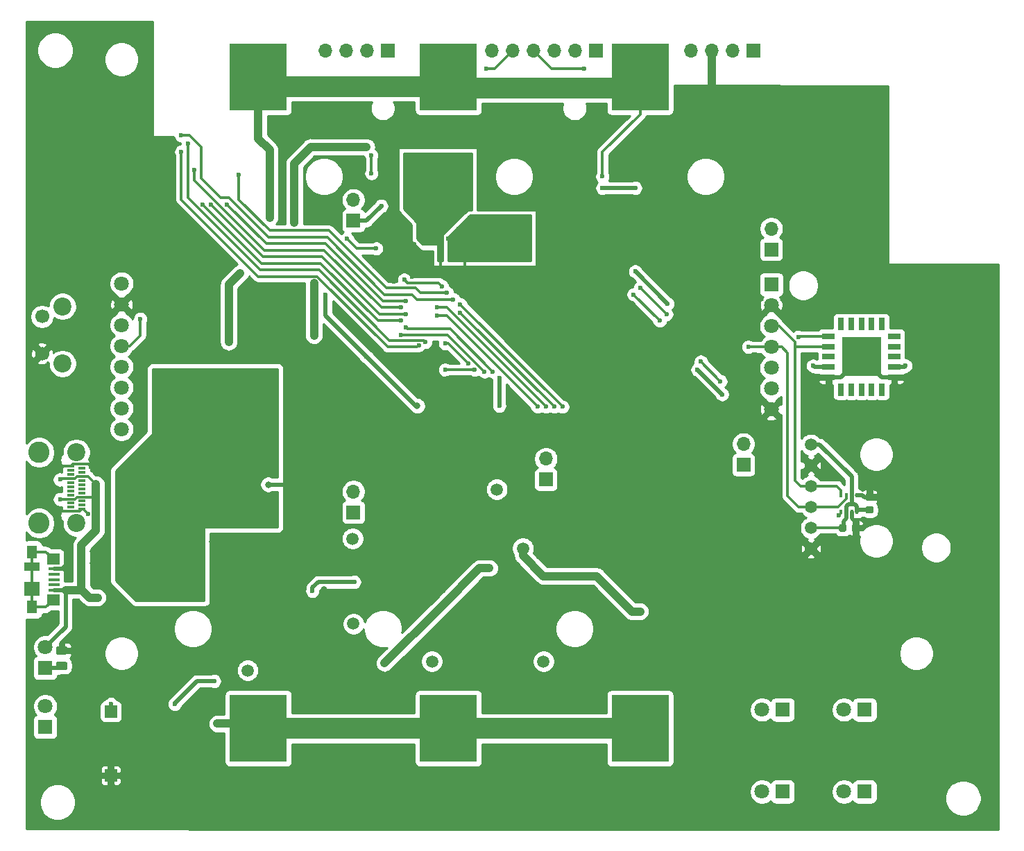
<source format=gbr>
G04 #@! TF.GenerationSoftware,KiCad,Pcbnew,(5.1.5)-3*
G04 #@! TF.CreationDate,2021-12-07T19:33:22+01:00*
G04 #@! TF.ProjectId,EnvSensor-v2,456e7653-656e-4736-9f72-2d76322e6b69,rev?*
G04 #@! TF.SameCoordinates,Original*
G04 #@! TF.FileFunction,Copper,L2,Bot*
G04 #@! TF.FilePolarity,Positive*
%FSLAX46Y46*%
G04 Gerber Fmt 4.6, Leading zero omitted, Abs format (unit mm)*
G04 Created by KiCad (PCBNEW (5.1.5)-3) date 2021-12-07 19:33:22*
%MOMM*%
%LPD*%
G04 APERTURE LIST*
%ADD10O,1.700000X1.700000*%
%ADD11R,1.700000X1.700000*%
%ADD12R,7.000000X8.240000*%
%ADD13C,1.800000*%
%ADD14R,1.500000X1.500000*%
%ADD15R,1.800000X1.800000*%
%ADD16R,1.900000X1.000000*%
%ADD17R,1.900000X1.800000*%
%ADD18R,1.300000X1.650000*%
%ADD19R,1.550000X1.425000*%
%ADD20R,1.380000X0.450000*%
%ADD21C,2.600000*%
%ADD22C,2.200000*%
%ADD23R,0.950000X0.300000*%
%ADD24C,1.500000*%
%ADD25R,0.350000X0.500000*%
%ADD26R,4.800000X4.800000*%
%ADD27R,1.500000X0.800000*%
%ADD28R,0.800000X1.500000*%
%ADD29C,1.700000*%
%ADD30C,0.100000*%
%ADD31C,0.800000*%
%ADD32C,0.600000*%
%ADD33C,0.300000*%
%ADD34C,2.500000*%
%ADD35C,1.000000*%
%ADD36C,0.500000*%
%ADD37C,0.254000*%
G04 APERTURE END LIST*
D10*
X131780000Y-54200000D03*
X134320000Y-54200000D03*
X136860000Y-54200000D03*
D11*
X139400000Y-54200000D03*
D12*
X125600000Y-136980000D03*
X125600000Y-57420000D03*
D13*
X62300000Y-100440000D03*
X62300000Y-97900000D03*
X62300000Y-95360000D03*
X62300000Y-92820000D03*
X62300000Y-90280000D03*
X62300000Y-87740000D03*
X62300000Y-85200000D03*
X62300000Y-82660000D03*
D14*
X61000000Y-142700000D03*
X61000000Y-134900000D03*
D12*
X79000000Y-136980000D03*
X79000000Y-57420000D03*
D13*
X141600000Y-98040000D03*
X141600000Y-95500000D03*
X141600000Y-92960000D03*
X141600000Y-90420000D03*
X141600000Y-87880000D03*
X141600000Y-85340000D03*
D15*
X141600000Y-82800000D03*
D10*
X87180000Y-54200000D03*
X89720000Y-54200000D03*
X92260000Y-54200000D03*
D11*
X94800000Y-54200000D03*
D10*
X107500000Y-54200000D03*
X110040000Y-54200000D03*
X112580000Y-54200000D03*
X115120000Y-54200000D03*
X117660000Y-54200000D03*
D11*
X120200000Y-54200000D03*
D16*
X51400000Y-117250000D03*
D17*
X51400000Y-119950000D03*
D18*
X51400000Y-115425000D03*
X51400000Y-122175000D03*
D19*
X53975000Y-116312500D03*
X53975000Y-121287500D03*
D20*
X54060000Y-117500000D03*
X54060000Y-118150000D03*
X54060000Y-118800000D03*
X54060000Y-119450000D03*
X54060000Y-120100000D03*
D13*
X53000000Y-134260000D03*
D15*
X53000000Y-136800000D03*
D13*
X53000000Y-127060000D03*
D15*
X53000000Y-129600000D03*
D21*
X52250000Y-103280000D03*
X52250000Y-111920000D03*
D22*
X56800000Y-103280000D03*
D23*
X56125000Y-110475000D03*
X56125000Y-109975000D03*
X56125000Y-109475000D03*
X56125000Y-108975000D03*
X56125000Y-108475000D03*
X56125000Y-107975000D03*
X56125000Y-107475000D03*
X56125000Y-106975000D03*
X56125000Y-106475000D03*
X56125000Y-105975000D03*
X56125000Y-105475000D03*
X56125000Y-104975000D03*
X57475000Y-105225000D03*
X57475000Y-106725000D03*
X57475000Y-106225000D03*
X57475000Y-105725000D03*
X57475000Y-104725000D03*
X57475000Y-107225000D03*
X57475000Y-107725000D03*
X57475000Y-108225000D03*
X57475000Y-108725000D03*
X57475000Y-109225000D03*
X57475000Y-109725000D03*
X57475000Y-110225000D03*
D22*
X56800000Y-111920000D03*
D24*
X146440000Y-115030000D03*
X146440000Y-112490000D03*
X146440000Y-109950000D03*
X146440000Y-107410000D03*
X146440000Y-104870000D03*
X146440000Y-102330000D03*
D25*
X150125000Y-110525000D03*
X150775000Y-110525000D03*
X151425000Y-110525000D03*
X152075000Y-110525000D03*
X152075000Y-108475000D03*
X151425000Y-108475000D03*
X150775000Y-108475000D03*
X150125000Y-108475000D03*
D26*
X152600000Y-91600000D03*
D27*
X156600000Y-94100000D03*
X156600000Y-92850000D03*
X156600000Y-91600000D03*
X156600000Y-90350000D03*
X156600000Y-89100000D03*
D28*
X155100000Y-87600000D03*
X153850000Y-87600000D03*
X152600000Y-87600000D03*
X151350000Y-87600000D03*
D27*
X148600000Y-89100000D03*
X148600000Y-90350000D03*
X148600000Y-91600000D03*
X148600000Y-92850000D03*
X148600000Y-94100000D03*
D28*
X150100000Y-87600000D03*
X150100000Y-95600000D03*
X151350000Y-95600000D03*
X152600000Y-95600000D03*
X153850000Y-95600000D03*
X155100000Y-95600000D03*
D24*
X111300000Y-115000000D03*
X90500000Y-113800000D03*
X113800000Y-128800000D03*
X100200000Y-128800000D03*
X90600000Y-124200000D03*
X108100000Y-107800000D03*
X77700000Y-129900000D03*
D29*
X52600000Y-91200000D03*
X52600000Y-86700000D03*
D22*
X55100000Y-92450000D03*
X55100000Y-85450000D03*
G04 #@! TA.AperFunction,SMDPad,CuDef*
D30*
G36*
X55480142Y-128851174D02*
G01*
X55503803Y-128854684D01*
X55527007Y-128860496D01*
X55549529Y-128868554D01*
X55571153Y-128878782D01*
X55591670Y-128891079D01*
X55610883Y-128905329D01*
X55628607Y-128921393D01*
X55644671Y-128939117D01*
X55658921Y-128958330D01*
X55671218Y-128978847D01*
X55681446Y-129000471D01*
X55689504Y-129022993D01*
X55695316Y-129046197D01*
X55698826Y-129069858D01*
X55700000Y-129093750D01*
X55700000Y-129581250D01*
X55698826Y-129605142D01*
X55695316Y-129628803D01*
X55689504Y-129652007D01*
X55681446Y-129674529D01*
X55671218Y-129696153D01*
X55658921Y-129716670D01*
X55644671Y-129735883D01*
X55628607Y-129753607D01*
X55610883Y-129769671D01*
X55591670Y-129783921D01*
X55571153Y-129796218D01*
X55549529Y-129806446D01*
X55527007Y-129814504D01*
X55503803Y-129820316D01*
X55480142Y-129823826D01*
X55456250Y-129825000D01*
X54543750Y-129825000D01*
X54519858Y-129823826D01*
X54496197Y-129820316D01*
X54472993Y-129814504D01*
X54450471Y-129806446D01*
X54428847Y-129796218D01*
X54408330Y-129783921D01*
X54389117Y-129769671D01*
X54371393Y-129753607D01*
X54355329Y-129735883D01*
X54341079Y-129716670D01*
X54328782Y-129696153D01*
X54318554Y-129674529D01*
X54310496Y-129652007D01*
X54304684Y-129628803D01*
X54301174Y-129605142D01*
X54300000Y-129581250D01*
X54300000Y-129093750D01*
X54301174Y-129069858D01*
X54304684Y-129046197D01*
X54310496Y-129022993D01*
X54318554Y-129000471D01*
X54328782Y-128978847D01*
X54341079Y-128958330D01*
X54355329Y-128939117D01*
X54371393Y-128921393D01*
X54389117Y-128905329D01*
X54408330Y-128891079D01*
X54428847Y-128878782D01*
X54450471Y-128868554D01*
X54472993Y-128860496D01*
X54496197Y-128854684D01*
X54519858Y-128851174D01*
X54543750Y-128850000D01*
X55456250Y-128850000D01*
X55480142Y-128851174D01*
G37*
G04 #@! TD.AperFunction*
G04 #@! TA.AperFunction,SMDPad,CuDef*
G36*
X55480142Y-126976174D02*
G01*
X55503803Y-126979684D01*
X55527007Y-126985496D01*
X55549529Y-126993554D01*
X55571153Y-127003782D01*
X55591670Y-127016079D01*
X55610883Y-127030329D01*
X55628607Y-127046393D01*
X55644671Y-127064117D01*
X55658921Y-127083330D01*
X55671218Y-127103847D01*
X55681446Y-127125471D01*
X55689504Y-127147993D01*
X55695316Y-127171197D01*
X55698826Y-127194858D01*
X55700000Y-127218750D01*
X55700000Y-127706250D01*
X55698826Y-127730142D01*
X55695316Y-127753803D01*
X55689504Y-127777007D01*
X55681446Y-127799529D01*
X55671218Y-127821153D01*
X55658921Y-127841670D01*
X55644671Y-127860883D01*
X55628607Y-127878607D01*
X55610883Y-127894671D01*
X55591670Y-127908921D01*
X55571153Y-127921218D01*
X55549529Y-127931446D01*
X55527007Y-127939504D01*
X55503803Y-127945316D01*
X55480142Y-127948826D01*
X55456250Y-127950000D01*
X54543750Y-127950000D01*
X54519858Y-127948826D01*
X54496197Y-127945316D01*
X54472993Y-127939504D01*
X54450471Y-127931446D01*
X54428847Y-127921218D01*
X54408330Y-127908921D01*
X54389117Y-127894671D01*
X54371393Y-127878607D01*
X54355329Y-127860883D01*
X54341079Y-127841670D01*
X54328782Y-127821153D01*
X54318554Y-127799529D01*
X54310496Y-127777007D01*
X54304684Y-127753803D01*
X54301174Y-127730142D01*
X54300000Y-127706250D01*
X54300000Y-127218750D01*
X54301174Y-127194858D01*
X54304684Y-127171197D01*
X54310496Y-127147993D01*
X54318554Y-127125471D01*
X54328782Y-127103847D01*
X54341079Y-127083330D01*
X54355329Y-127064117D01*
X54371393Y-127046393D01*
X54389117Y-127030329D01*
X54408330Y-127016079D01*
X54428847Y-127003782D01*
X54450471Y-126993554D01*
X54472993Y-126985496D01*
X54496197Y-126979684D01*
X54519858Y-126976174D01*
X54543750Y-126975000D01*
X55456250Y-126975000D01*
X55480142Y-126976174D01*
G37*
G04 #@! TD.AperFunction*
D10*
X90600000Y-108060000D03*
D11*
X90600000Y-110600000D03*
D10*
X114100000Y-104060000D03*
D11*
X114100000Y-106600000D03*
D10*
X138200000Y-102260000D03*
D11*
X138200000Y-104800000D03*
D10*
X90600000Y-72460000D03*
D11*
X90600000Y-75000000D03*
D10*
X141600000Y-75960000D03*
D11*
X141600000Y-78500000D03*
D13*
X150460000Y-134700000D03*
D15*
X153000000Y-134700000D03*
D13*
X150460000Y-144700000D03*
D15*
X153000000Y-144700000D03*
D13*
X140460000Y-134700000D03*
D15*
X143000000Y-134700000D03*
D13*
X140460000Y-144700000D03*
D15*
X143000000Y-144700000D03*
G04 #@! TA.AperFunction,SMDPad,CuDef*
D30*
G36*
X152127691Y-112026053D02*
G01*
X152148926Y-112029203D01*
X152169750Y-112034419D01*
X152189962Y-112041651D01*
X152209368Y-112050830D01*
X152227781Y-112061866D01*
X152245024Y-112074654D01*
X152260930Y-112089070D01*
X152275346Y-112104976D01*
X152288134Y-112122219D01*
X152299170Y-112140632D01*
X152308349Y-112160038D01*
X152315581Y-112180250D01*
X152320797Y-112201074D01*
X152323947Y-112222309D01*
X152325000Y-112243750D01*
X152325000Y-112756250D01*
X152323947Y-112777691D01*
X152320797Y-112798926D01*
X152315581Y-112819750D01*
X152308349Y-112839962D01*
X152299170Y-112859368D01*
X152288134Y-112877781D01*
X152275346Y-112895024D01*
X152260930Y-112910930D01*
X152245024Y-112925346D01*
X152227781Y-112938134D01*
X152209368Y-112949170D01*
X152189962Y-112958349D01*
X152169750Y-112965581D01*
X152148926Y-112970797D01*
X152127691Y-112973947D01*
X152106250Y-112975000D01*
X151668750Y-112975000D01*
X151647309Y-112973947D01*
X151626074Y-112970797D01*
X151605250Y-112965581D01*
X151585038Y-112958349D01*
X151565632Y-112949170D01*
X151547219Y-112938134D01*
X151529976Y-112925346D01*
X151514070Y-112910930D01*
X151499654Y-112895024D01*
X151486866Y-112877781D01*
X151475830Y-112859368D01*
X151466651Y-112839962D01*
X151459419Y-112819750D01*
X151454203Y-112798926D01*
X151451053Y-112777691D01*
X151450000Y-112756250D01*
X151450000Y-112243750D01*
X151451053Y-112222309D01*
X151454203Y-112201074D01*
X151459419Y-112180250D01*
X151466651Y-112160038D01*
X151475830Y-112140632D01*
X151486866Y-112122219D01*
X151499654Y-112104976D01*
X151514070Y-112089070D01*
X151529976Y-112074654D01*
X151547219Y-112061866D01*
X151565632Y-112050830D01*
X151585038Y-112041651D01*
X151605250Y-112034419D01*
X151626074Y-112029203D01*
X151647309Y-112026053D01*
X151668750Y-112025000D01*
X152106250Y-112025000D01*
X152127691Y-112026053D01*
G37*
G04 #@! TD.AperFunction*
G04 #@! TA.AperFunction,SMDPad,CuDef*
G36*
X150552691Y-112026053D02*
G01*
X150573926Y-112029203D01*
X150594750Y-112034419D01*
X150614962Y-112041651D01*
X150634368Y-112050830D01*
X150652781Y-112061866D01*
X150670024Y-112074654D01*
X150685930Y-112089070D01*
X150700346Y-112104976D01*
X150713134Y-112122219D01*
X150724170Y-112140632D01*
X150733349Y-112160038D01*
X150740581Y-112180250D01*
X150745797Y-112201074D01*
X150748947Y-112222309D01*
X150750000Y-112243750D01*
X150750000Y-112756250D01*
X150748947Y-112777691D01*
X150745797Y-112798926D01*
X150740581Y-112819750D01*
X150733349Y-112839962D01*
X150724170Y-112859368D01*
X150713134Y-112877781D01*
X150700346Y-112895024D01*
X150685930Y-112910930D01*
X150670024Y-112925346D01*
X150652781Y-112938134D01*
X150634368Y-112949170D01*
X150614962Y-112958349D01*
X150594750Y-112965581D01*
X150573926Y-112970797D01*
X150552691Y-112973947D01*
X150531250Y-112975000D01*
X150093750Y-112975000D01*
X150072309Y-112973947D01*
X150051074Y-112970797D01*
X150030250Y-112965581D01*
X150010038Y-112958349D01*
X149990632Y-112949170D01*
X149972219Y-112938134D01*
X149954976Y-112925346D01*
X149939070Y-112910930D01*
X149924654Y-112895024D01*
X149911866Y-112877781D01*
X149900830Y-112859368D01*
X149891651Y-112839962D01*
X149884419Y-112819750D01*
X149879203Y-112798926D01*
X149876053Y-112777691D01*
X149875000Y-112756250D01*
X149875000Y-112243750D01*
X149876053Y-112222309D01*
X149879203Y-112201074D01*
X149884419Y-112180250D01*
X149891651Y-112160038D01*
X149900830Y-112140632D01*
X149911866Y-112122219D01*
X149924654Y-112104976D01*
X149939070Y-112089070D01*
X149954976Y-112074654D01*
X149972219Y-112061866D01*
X149990632Y-112050830D01*
X150010038Y-112041651D01*
X150030250Y-112034419D01*
X150051074Y-112029203D01*
X150072309Y-112026053D01*
X150093750Y-112025000D01*
X150531250Y-112025000D01*
X150552691Y-112026053D01*
G37*
G04 #@! TD.AperFunction*
G04 #@! TA.AperFunction,SMDPad,CuDef*
G36*
X153877691Y-108288553D02*
G01*
X153898926Y-108291703D01*
X153919750Y-108296919D01*
X153939962Y-108304151D01*
X153959368Y-108313330D01*
X153977781Y-108324366D01*
X153995024Y-108337154D01*
X154010930Y-108351570D01*
X154025346Y-108367476D01*
X154038134Y-108384719D01*
X154049170Y-108403132D01*
X154058349Y-108422538D01*
X154065581Y-108442750D01*
X154070797Y-108463574D01*
X154073947Y-108484809D01*
X154075000Y-108506250D01*
X154075000Y-108943750D01*
X154073947Y-108965191D01*
X154070797Y-108986426D01*
X154065581Y-109007250D01*
X154058349Y-109027462D01*
X154049170Y-109046868D01*
X154038134Y-109065281D01*
X154025346Y-109082524D01*
X154010930Y-109098430D01*
X153995024Y-109112846D01*
X153977781Y-109125634D01*
X153959368Y-109136670D01*
X153939962Y-109145849D01*
X153919750Y-109153081D01*
X153898926Y-109158297D01*
X153877691Y-109161447D01*
X153856250Y-109162500D01*
X153343750Y-109162500D01*
X153322309Y-109161447D01*
X153301074Y-109158297D01*
X153280250Y-109153081D01*
X153260038Y-109145849D01*
X153240632Y-109136670D01*
X153222219Y-109125634D01*
X153204976Y-109112846D01*
X153189070Y-109098430D01*
X153174654Y-109082524D01*
X153161866Y-109065281D01*
X153150830Y-109046868D01*
X153141651Y-109027462D01*
X153134419Y-109007250D01*
X153129203Y-108986426D01*
X153126053Y-108965191D01*
X153125000Y-108943750D01*
X153125000Y-108506250D01*
X153126053Y-108484809D01*
X153129203Y-108463574D01*
X153134419Y-108442750D01*
X153141651Y-108422538D01*
X153150830Y-108403132D01*
X153161866Y-108384719D01*
X153174654Y-108367476D01*
X153189070Y-108351570D01*
X153204976Y-108337154D01*
X153222219Y-108324366D01*
X153240632Y-108313330D01*
X153260038Y-108304151D01*
X153280250Y-108296919D01*
X153301074Y-108291703D01*
X153322309Y-108288553D01*
X153343750Y-108287500D01*
X153856250Y-108287500D01*
X153877691Y-108288553D01*
G37*
G04 #@! TD.AperFunction*
G04 #@! TA.AperFunction,SMDPad,CuDef*
G36*
X153877691Y-109863553D02*
G01*
X153898926Y-109866703D01*
X153919750Y-109871919D01*
X153939962Y-109879151D01*
X153959368Y-109888330D01*
X153977781Y-109899366D01*
X153995024Y-109912154D01*
X154010930Y-109926570D01*
X154025346Y-109942476D01*
X154038134Y-109959719D01*
X154049170Y-109978132D01*
X154058349Y-109997538D01*
X154065581Y-110017750D01*
X154070797Y-110038574D01*
X154073947Y-110059809D01*
X154075000Y-110081250D01*
X154075000Y-110518750D01*
X154073947Y-110540191D01*
X154070797Y-110561426D01*
X154065581Y-110582250D01*
X154058349Y-110602462D01*
X154049170Y-110621868D01*
X154038134Y-110640281D01*
X154025346Y-110657524D01*
X154010930Y-110673430D01*
X153995024Y-110687846D01*
X153977781Y-110700634D01*
X153959368Y-110711670D01*
X153939962Y-110720849D01*
X153919750Y-110728081D01*
X153898926Y-110733297D01*
X153877691Y-110736447D01*
X153856250Y-110737500D01*
X153343750Y-110737500D01*
X153322309Y-110736447D01*
X153301074Y-110733297D01*
X153280250Y-110728081D01*
X153260038Y-110720849D01*
X153240632Y-110711670D01*
X153222219Y-110700634D01*
X153204976Y-110687846D01*
X153189070Y-110673430D01*
X153174654Y-110657524D01*
X153161866Y-110640281D01*
X153150830Y-110621868D01*
X153141651Y-110602462D01*
X153134419Y-110582250D01*
X153129203Y-110561426D01*
X153126053Y-110540191D01*
X153125000Y-110518750D01*
X153125000Y-110081250D01*
X153126053Y-110059809D01*
X153129203Y-110038574D01*
X153134419Y-110017750D01*
X153141651Y-109997538D01*
X153150830Y-109978132D01*
X153161866Y-109959719D01*
X153174654Y-109942476D01*
X153189070Y-109926570D01*
X153204976Y-109912154D01*
X153222219Y-109899366D01*
X153240632Y-109888330D01*
X153260038Y-109879151D01*
X153280250Y-109871919D01*
X153301074Y-109866703D01*
X153322309Y-109863553D01*
X153343750Y-109862500D01*
X153856250Y-109862500D01*
X153877691Y-109863553D01*
G37*
G04 #@! TD.AperFunction*
D12*
X102200000Y-136980000D03*
X102200000Y-57420000D03*
D31*
X74000000Y-136400000D03*
X75000000Y-136400000D03*
D32*
X61000000Y-134000000D03*
X72500000Y-109000000D03*
X72500000Y-110500000D03*
X71000000Y-110500000D03*
X71000000Y-109000000D03*
X69500000Y-109000000D03*
X69500000Y-110500000D03*
X69500000Y-112000000D03*
X71000000Y-112000000D03*
X68000000Y-109000000D03*
X68000000Y-110500000D03*
X68000000Y-112000000D03*
X66500000Y-112000000D03*
X66500000Y-110500000D03*
X66500000Y-109000000D03*
X66500000Y-107500000D03*
X68000000Y-107500000D03*
X69500000Y-107500000D03*
X71000000Y-107500000D03*
X72500000Y-107500000D03*
X72500000Y-112000000D03*
D31*
X106200000Y-117400000D03*
X94400000Y-129000000D03*
X75400000Y-89800000D03*
X75400000Y-88800000D03*
X95200000Y-128200000D03*
X107200000Y-117400000D03*
D32*
X101200000Y-122200000D03*
X71000000Y-104500000D03*
X74000000Y-104500000D03*
X74000000Y-101500000D03*
X71000000Y-101500000D03*
X68000000Y-101500000D03*
X68000000Y-104500000D03*
X65000000Y-104500000D03*
X71000000Y-98500000D03*
X74000000Y-98500000D03*
X68000000Y-98500000D03*
X71000000Y-95500000D03*
X74000000Y-95500000D03*
D31*
X80400000Y-74600000D03*
X80400000Y-73400000D03*
X76000000Y-82200000D03*
X76800000Y-81400000D03*
D32*
X121000000Y-69600000D03*
D31*
X119600000Y-62800000D03*
X119700000Y-120900000D03*
X120500000Y-113700000D03*
X119700000Y-116100000D03*
D32*
X110100000Y-110600000D03*
X110100000Y-109700000D03*
X110100000Y-114000000D03*
D31*
X112400000Y-121200000D03*
D32*
X105400000Y-79600000D03*
X112000000Y-79600000D03*
X112000000Y-74600000D03*
X112000000Y-77200000D03*
X110000000Y-79600000D03*
X107800000Y-79600000D03*
X107800000Y-74600000D03*
X110000000Y-74600000D03*
X103000000Y-72600000D03*
X99600000Y-72600000D03*
X100200000Y-68400000D03*
X101600000Y-70600000D03*
X111350000Y-76000000D03*
X111350000Y-78000000D03*
X98600000Y-75000000D03*
X97000000Y-73400000D03*
X97000000Y-67000000D03*
X97000000Y-68800000D03*
X97000000Y-71000000D03*
X104800000Y-67000000D03*
X99400000Y-67000000D03*
X102400000Y-67000000D03*
X104800000Y-68800000D03*
X104800000Y-71000000D03*
X104800000Y-73200000D03*
X102200000Y-75800000D03*
X103400000Y-74600000D03*
X98600000Y-77200000D03*
X54800000Y-110400000D03*
X54800000Y-105000000D03*
X58600000Y-105000000D03*
X58200000Y-110800000D03*
D31*
X109400000Y-122400000D03*
X110400000Y-122400000D03*
X111400000Y-122400000D03*
X112400000Y-122400000D03*
X69200000Y-129600000D03*
X73600000Y-115800000D03*
X73400000Y-114200000D03*
D32*
X107800000Y-84600000D03*
D31*
X118600000Y-62800000D03*
D32*
X74600000Y-138800000D03*
X85000000Y-139800000D03*
X110800000Y-139800000D03*
X117200000Y-139800000D03*
X110100000Y-111500000D03*
X110100000Y-113200000D03*
X110100000Y-112400000D03*
D31*
X108450000Y-120975000D03*
X109400000Y-121200000D03*
X110400000Y-121200000D03*
X111400000Y-121200000D03*
D32*
X101600000Y-120200000D03*
D31*
X127500000Y-118500000D03*
D32*
X97000000Y-75600000D03*
X98050000Y-77862500D03*
X152500000Y-112500000D03*
X149800000Y-111000000D03*
X102200000Y-94200000D03*
D31*
X78600000Y-128200000D03*
X78600000Y-126200000D03*
X78600000Y-124200000D03*
X87042501Y-121642501D03*
X82200000Y-119800000D03*
X84400000Y-119800000D03*
X78800000Y-118800000D03*
X87000000Y-120000000D03*
X82400000Y-114800000D03*
X84600000Y-107200000D03*
X80200000Y-107200000D03*
X86800000Y-108000000D03*
X87800000Y-108000000D03*
D32*
X114300000Y-85500000D03*
X104127011Y-81938998D03*
X97800000Y-81800000D03*
X104800000Y-74600000D03*
X103400000Y-76000000D03*
X102200000Y-77200000D03*
D31*
X58800000Y-116800000D03*
X58800000Y-115400000D03*
X55800000Y-116800000D03*
X55800000Y-118000000D03*
D32*
X95600000Y-82400000D03*
D31*
X57200000Y-62600000D03*
X71000000Y-135400000D03*
X70000000Y-134800000D03*
D32*
X91600000Y-88800000D03*
D31*
X145400000Y-78000000D03*
X146200000Y-78000000D03*
X87200000Y-61200000D03*
D32*
X145200000Y-146400000D03*
X155200000Y-146400000D03*
X155200000Y-136400000D03*
X145200000Y-136400000D03*
D31*
X66400000Y-69800000D03*
D32*
X93200000Y-80600000D03*
X95000000Y-69400000D03*
X92200000Y-91600000D03*
X87200000Y-84000000D03*
D31*
X98400000Y-97600000D03*
D32*
X108400000Y-94200000D03*
X108400000Y-97600000D03*
X125000000Y-81200000D03*
X121000000Y-71000000D03*
X125000000Y-71000000D03*
X128925000Y-85125000D03*
X132600000Y-93200000D03*
X135600000Y-96200000D03*
X94000000Y-73200000D03*
X106800000Y-56400000D03*
X89800000Y-77200000D03*
X101400000Y-83000000D03*
X96800000Y-82200000D03*
X93400000Y-78400000D03*
X92800000Y-69200000D03*
X92800000Y-67000000D03*
X90700000Y-119100000D03*
X85600000Y-120200000D03*
D31*
X111600000Y-116200000D03*
X124600000Y-122700000D03*
X125600000Y-122700000D03*
D32*
X113100000Y-97700000D03*
X100800000Y-86600000D03*
X114100000Y-97700000D03*
X100800000Y-85600000D03*
X115100000Y-97700000D03*
X103600000Y-86200000D03*
X116100000Y-97700000D03*
X103600000Y-85200000D03*
D31*
X58400000Y-121000000D03*
X59400000Y-121000000D03*
D32*
X54800000Y-106600000D03*
X54800000Y-109000000D03*
X59200000Y-109000000D03*
X59200000Y-107175000D03*
X118800000Y-56400000D03*
X146700000Y-92700000D03*
X158000000Y-92700000D03*
X70400000Y-65600000D03*
X99400000Y-89800000D03*
X69600000Y-66600000D03*
X98600000Y-90200000D03*
X71200000Y-68800000D03*
X96400000Y-85600000D03*
X75200000Y-73000000D03*
X97000000Y-84800000D03*
X73200000Y-73000000D03*
X97000000Y-86400000D03*
X69600000Y-64600000D03*
X102800000Y-84600000D03*
X72200000Y-73000000D03*
X96400000Y-87200000D03*
X85800000Y-89000000D03*
D31*
X85800000Y-82600000D03*
X83400000Y-75200000D03*
X92200000Y-66000000D03*
D32*
X76600000Y-69400000D03*
X102000000Y-83800000D03*
X73600000Y-131200000D03*
X68800000Y-134000000D03*
X124800000Y-84000000D03*
X128000000Y-87200000D03*
X133000000Y-92200000D03*
X135400000Y-94600000D03*
X144900000Y-89200000D03*
X125600000Y-83200000D03*
X128800000Y-86400000D03*
X138800000Y-90400000D03*
X64600000Y-87000000D03*
X106600000Y-93400000D03*
X96400000Y-88928464D03*
X107600000Y-93400000D03*
X97000000Y-88000000D03*
X101800000Y-90000000D03*
X104600000Y-92400000D03*
X101800000Y-93200000D03*
X105400000Y-93200000D03*
D33*
X101200000Y-79800000D02*
X101200000Y-81200000D01*
D34*
X79000000Y-136980000D02*
X102200000Y-136980000D01*
X102200000Y-136980000D02*
X125600000Y-136980000D01*
D35*
X74000000Y-136400000D02*
X75000000Y-136400000D01*
X78420000Y-136400000D02*
X79000000Y-136980000D01*
X75000000Y-136400000D02*
X78420000Y-136400000D01*
D36*
X61000000Y-134900000D02*
X61000000Y-134000000D01*
D34*
X102200000Y-57420000D02*
X101020000Y-58600000D01*
X80180000Y-58600000D02*
X79000000Y-57420000D01*
X101020000Y-58600000D02*
X80180000Y-58600000D01*
X124220000Y-58800000D02*
X125600000Y-57420000D01*
X102200000Y-57420000D02*
X103580000Y-58800000D01*
X103580000Y-58800000D02*
X124220000Y-58800000D01*
D35*
X106000000Y-117400000D02*
X107200000Y-117400000D01*
X101200000Y-122200000D02*
X106000000Y-117400000D01*
X94400000Y-129000000D02*
X101200000Y-122200000D01*
X79000000Y-64975000D02*
X79000000Y-57420000D01*
X80400000Y-66375000D02*
X79000000Y-64975000D01*
X80400000Y-74600000D02*
X80400000Y-66375000D01*
X76800000Y-81400000D02*
X75400000Y-82800000D01*
X75400000Y-82800000D02*
X75400000Y-89800000D01*
D33*
X121000000Y-69600000D02*
X121000000Y-66620000D01*
X121000000Y-66620000D02*
X125600000Y-62020000D01*
X125600000Y-62020000D02*
X125600000Y-57420000D01*
X56375000Y-104725000D02*
X57475000Y-104725000D01*
X56125000Y-104975000D02*
X56375000Y-104725000D01*
X57225000Y-110475000D02*
X57475000Y-110225000D01*
X56125000Y-110475000D02*
X57225000Y-110475000D01*
D36*
X55500000Y-117500000D02*
X55500000Y-117500000D01*
D33*
X56125000Y-110475000D02*
X54875000Y-110475000D01*
X54875000Y-110475000D02*
X54800000Y-110400000D01*
X56125000Y-104975000D02*
X54825000Y-104975000D01*
X54825000Y-104975000D02*
X54800000Y-105000000D01*
X57475000Y-104725000D02*
X58325000Y-104725000D01*
X58325000Y-104725000D02*
X58600000Y-105000000D01*
X57625000Y-110225000D02*
X57475000Y-110225000D01*
X58200000Y-110800000D02*
X57625000Y-110225000D01*
D36*
X151425000Y-111325000D02*
X151425000Y-110525000D01*
X151887500Y-112500000D02*
X151887500Y-111787500D01*
X151887500Y-111787500D02*
X151425000Y-111325000D01*
X153000000Y-108725000D02*
X153600000Y-108725000D01*
X152075000Y-108475000D02*
X152750000Y-108475000D01*
X152750000Y-108475000D02*
X153000000Y-108725000D01*
X155100000Y-94100000D02*
X152600000Y-91600000D01*
X156600000Y-94100000D02*
X155100000Y-94100000D01*
X151887500Y-112500000D02*
X152500000Y-112500000D01*
D33*
X150125000Y-110525000D02*
X150125000Y-110675000D01*
X150125000Y-110675000D02*
X149800000Y-111000000D01*
D36*
X54060000Y-117500000D02*
X55400000Y-117500000D01*
D35*
X55800000Y-116800000D02*
X55800000Y-118000000D01*
D36*
X55100000Y-117500000D02*
X55800000Y-116800000D01*
X54060000Y-117500000D02*
X55100000Y-117500000D01*
X55300000Y-117500000D02*
X55800000Y-118000000D01*
X54060000Y-117500000D02*
X55300000Y-117500000D01*
X80200000Y-107200000D02*
X84600000Y-107200000D01*
X150100000Y-94100000D02*
X152600000Y-91600000D01*
X148600000Y-94100000D02*
X150100000Y-94100000D01*
D35*
X134320000Y-54200000D02*
X134320000Y-59280000D01*
D33*
X104200000Y-81866009D02*
X104127011Y-81938998D01*
X104200000Y-77600000D02*
X104200000Y-81866009D01*
D36*
X87200000Y-86600000D02*
X92200000Y-91600000D01*
X87200000Y-84000000D02*
X87200000Y-86600000D01*
X92200000Y-91600000D02*
X98200000Y-97600000D01*
X108400000Y-97600000D02*
X108400000Y-94200000D01*
X121000000Y-71000000D02*
X125000000Y-71000000D01*
X128925000Y-85125000D02*
X125000000Y-81200000D01*
X135600000Y-96200000D02*
X132600000Y-93200000D01*
X90600000Y-75000000D02*
X90600000Y-75400000D01*
X94000000Y-73200000D02*
X92200000Y-75000000D01*
X92200000Y-75000000D02*
X90600000Y-75000000D01*
D33*
X109190001Y-55049999D02*
X110040000Y-54200000D01*
X106800000Y-56400000D02*
X107840000Y-56400000D01*
X107840000Y-56400000D02*
X109190001Y-55049999D01*
X101000000Y-82600000D02*
X97400000Y-82600000D01*
X101400000Y-83000000D02*
X101000000Y-82600000D01*
X97400000Y-82600000D02*
X97200000Y-82600000D01*
X97200000Y-82600000D02*
X96800000Y-82200000D01*
X89800000Y-77200000D02*
X91000000Y-78400000D01*
X91000000Y-78400000D02*
X93400000Y-78400000D01*
X92800000Y-68800000D02*
X92800000Y-69200000D01*
X92800000Y-67000000D02*
X92800000Y-68800000D01*
X146440000Y-112490000D02*
X146890000Y-112490000D01*
D36*
X151425000Y-106254340D02*
X151425000Y-107725000D01*
X147500660Y-102330000D02*
X151425000Y-106254340D01*
X151425000Y-107725000D02*
X151425000Y-108475000D01*
X146440000Y-102330000D02*
X147500660Y-102330000D01*
X150775000Y-111325000D02*
X150775000Y-110525000D01*
X150400000Y-111700000D02*
X150775000Y-111325000D01*
X150312500Y-112500000D02*
X150400000Y-112412500D01*
X150400000Y-112412500D02*
X150400000Y-111700000D01*
X152200000Y-110300000D02*
X153600000Y-110300000D01*
X152075000Y-110175000D02*
X152200000Y-110300000D01*
X152075000Y-110525000D02*
X152075000Y-110175000D01*
X151333998Y-109566002D02*
X151425000Y-109475000D01*
X151425000Y-109475000D02*
X151425000Y-108475000D01*
X152075000Y-110175000D02*
X152075000Y-109875000D01*
X151766002Y-109566002D02*
X151333998Y-109566002D01*
X152075000Y-109875000D02*
X151766002Y-109566002D01*
X150775000Y-110525000D02*
X150775000Y-109825000D01*
X151033998Y-109566002D02*
X151333998Y-109566002D01*
X150775000Y-109825000D02*
X151033998Y-109566002D01*
D33*
X150302500Y-112490000D02*
X150312500Y-112500000D01*
X146440000Y-112490000D02*
X150302500Y-112490000D01*
D36*
X90700000Y-119100000D02*
X86300000Y-119100000D01*
X85600000Y-119800000D02*
X85600000Y-120200000D01*
X86300000Y-119100000D02*
X85600000Y-119800000D01*
D35*
X124600000Y-122700000D02*
X125600000Y-122700000D01*
X113800000Y-118400000D02*
X120300000Y-118400000D01*
X111300000Y-115000000D02*
X111300000Y-115900000D01*
X120300000Y-118400000D02*
X124600000Y-122700000D01*
X111300000Y-115900000D02*
X113800000Y-118400000D01*
D33*
X102000000Y-86600000D02*
X113100000Y-97700000D01*
X100800000Y-86600000D02*
X102000000Y-86600000D01*
X100800000Y-85600000D02*
X102000000Y-85600000D01*
X102000000Y-85600000D02*
X114100000Y-97700000D01*
X103600000Y-86200000D02*
X115100000Y-97700000D01*
X103600000Y-85200000D02*
X116100000Y-97700000D01*
X56649998Y-106475000D02*
X56899998Y-106225000D01*
X56899998Y-106225000D02*
X57475000Y-106225000D01*
X56125000Y-106475000D02*
X56649998Y-106475000D01*
X57475000Y-108725000D02*
X56899998Y-108725000D01*
X56649998Y-108975000D02*
X56125000Y-108975000D01*
X56899998Y-108725000D02*
X56649998Y-108975000D01*
D36*
X54060000Y-120100000D02*
X55500000Y-120100000D01*
D33*
X58250000Y-106225000D02*
X59200000Y-107175000D01*
X57475000Y-106225000D02*
X58250000Y-106225000D01*
X59075000Y-108725000D02*
X57475000Y-108725000D01*
X59200000Y-107175000D02*
X59200000Y-108600000D01*
X59200000Y-108600000D02*
X59075000Y-108725000D01*
X56125000Y-106475000D02*
X54925000Y-106475000D01*
X54925000Y-106475000D02*
X54800000Y-106600000D01*
X56125000Y-108975000D02*
X54825000Y-108975000D01*
X54825000Y-108975000D02*
X54800000Y-109000000D01*
D36*
X55500000Y-124560000D02*
X55500000Y-120100000D01*
X53000000Y-127060000D02*
X55500000Y-124560000D01*
D35*
X59200000Y-109000000D02*
X59200000Y-107175000D01*
X55500000Y-120100000D02*
X57500000Y-120100000D01*
X57500000Y-120100000D02*
X58400000Y-121000000D01*
X58400000Y-121000000D02*
X59400000Y-121000000D01*
X59200000Y-112800000D02*
X59200000Y-109000000D01*
X57400000Y-114600000D02*
X59200000Y-112800000D01*
X57500000Y-120100000D02*
X57400000Y-120000000D01*
X57400000Y-120000000D02*
X57400000Y-114600000D01*
D36*
X54737500Y-129600000D02*
X55000000Y-129337500D01*
X53000000Y-129600000D02*
X54737500Y-129600000D01*
D33*
X114780000Y-56400000D02*
X112580000Y-54200000D01*
X118800000Y-56400000D02*
X114780000Y-56400000D01*
D36*
X146850000Y-92850000D02*
X146700000Y-92700000D01*
X148600000Y-92850000D02*
X146850000Y-92850000D01*
X157850000Y-92850000D02*
X158000000Y-92700000D01*
X156600000Y-92850000D02*
X157850000Y-92850000D01*
D33*
X51400000Y-122175000D02*
X51400000Y-119950000D01*
X51400000Y-119950000D02*
X51400000Y-117250000D01*
X51400000Y-117250000D02*
X51400000Y-115425000D01*
X53087500Y-115425000D02*
X53975000Y-116312500D01*
X51400000Y-115425000D02*
X53087500Y-115425000D01*
X53087500Y-122175000D02*
X53975000Y-121287500D01*
X51400000Y-122175000D02*
X53087500Y-122175000D01*
X70400000Y-67800000D02*
X70400000Y-65600000D01*
X70400000Y-72200000D02*
X70400000Y-67800000D01*
X99200000Y-89600000D02*
X95000000Y-89600000D01*
X95000000Y-89600000D02*
X86400000Y-81000000D01*
X99400000Y-89800000D02*
X99200000Y-89600000D01*
X79200000Y-81000000D02*
X70400000Y-72200000D01*
X86400000Y-81000000D02*
X79200000Y-81000000D01*
X98400000Y-90400000D02*
X94800000Y-90400000D01*
X79000000Y-81800000D02*
X69600000Y-72400000D01*
X69600000Y-72400000D02*
X69600000Y-67000000D01*
X98600000Y-90200000D02*
X98400000Y-90400000D01*
X69600000Y-67000000D02*
X69600000Y-66600000D01*
X86200000Y-81800000D02*
X79000000Y-81800000D01*
X94800000Y-90400000D02*
X86200000Y-81800000D01*
X71200000Y-70100000D02*
X71200000Y-68800000D01*
X94000000Y-85600000D02*
X87000000Y-78600000D01*
X96400000Y-85600000D02*
X94000000Y-85600000D01*
X87000000Y-78600000D02*
X79700000Y-78600000D01*
X79700000Y-78600000D02*
X71200000Y-70100000D01*
X94200000Y-84800000D02*
X87200000Y-77800000D01*
X80000000Y-77800000D02*
X75200000Y-73000000D01*
X87200000Y-77800000D02*
X80000000Y-77800000D01*
X97000000Y-84800000D02*
X94200000Y-84800000D01*
X79600000Y-79400000D02*
X73200000Y-73000000D01*
X86800000Y-79400000D02*
X79600000Y-79400000D01*
X93800000Y-86400000D02*
X86800000Y-79400000D01*
X97000000Y-86400000D02*
X93800000Y-86400000D01*
X72000000Y-66000000D02*
X70600000Y-64600000D01*
X74400000Y-72200000D02*
X72000000Y-69800000D01*
X72000000Y-69800000D02*
X72000000Y-66000000D01*
X75400000Y-72200000D02*
X74400000Y-72200000D01*
X70600000Y-64600000D02*
X69600000Y-64600000D01*
X98400000Y-84600000D02*
X97800000Y-84000000D01*
X97800000Y-84000000D02*
X94400000Y-84000000D01*
X102800000Y-84600000D02*
X98400000Y-84600000D01*
X80200000Y-77000000D02*
X75400000Y-72200000D01*
X94400000Y-84000000D02*
X87400000Y-77000000D01*
X87400000Y-77000000D02*
X80200000Y-77000000D01*
X79400000Y-80200000D02*
X72200000Y-73000000D01*
X86600000Y-80200000D02*
X79400000Y-80200000D01*
X93600000Y-87200000D02*
X86600000Y-80200000D01*
X96400000Y-87200000D02*
X93600000Y-87200000D01*
D35*
X85800000Y-89000000D02*
X85800000Y-82600000D01*
X83400000Y-68000000D02*
X83400000Y-75200000D01*
X92200000Y-66000000D02*
X85400000Y-66000000D01*
X85400000Y-66000000D02*
X83400000Y-68000000D01*
D33*
X76600000Y-72400000D02*
X76600000Y-69400000D01*
X98800000Y-83800000D02*
X98200000Y-83200000D01*
X80400000Y-76200000D02*
X76600000Y-72400000D01*
X102000000Y-83800000D02*
X98800000Y-83800000D01*
X94600000Y-83200000D02*
X87600000Y-76200000D01*
X98200000Y-83200000D02*
X94600000Y-83200000D01*
X87600000Y-76200000D02*
X80400000Y-76200000D01*
D36*
X71535484Y-131200000D02*
X73600000Y-131200000D01*
X68800000Y-134000000D02*
X68800000Y-133935484D01*
X68800000Y-133935484D02*
X71535484Y-131200000D01*
D33*
X150125000Y-107925000D02*
X150125000Y-108475000D01*
X149610000Y-107410000D02*
X150125000Y-107925000D01*
X146440000Y-107410000D02*
X149610000Y-107410000D01*
X146440000Y-107410000D02*
X145210000Y-107410000D01*
X145210000Y-107410000D02*
X144500000Y-106700000D01*
X144650000Y-90350000D02*
X148600000Y-90350000D01*
X144500000Y-90200000D02*
X144650000Y-90350000D01*
X144500000Y-106700000D02*
X144500000Y-90200000D01*
X142580000Y-87880000D02*
X141600000Y-87880000D01*
X144500000Y-90200000D02*
X144500000Y-89800000D01*
X144500000Y-89800000D02*
X142580000Y-87880000D01*
X124800000Y-84000000D02*
X128000000Y-87200000D01*
X133000000Y-92200000D02*
X135400000Y-94600000D01*
X150775000Y-108925000D02*
X150775000Y-108475000D01*
X146440000Y-109950000D02*
X149750000Y-109950000D01*
X149750000Y-109950000D02*
X150775000Y-108925000D01*
X143600000Y-108600000D02*
X144950000Y-109950000D01*
X143600000Y-91147208D02*
X143600000Y-108600000D01*
X144950000Y-109950000D02*
X146440000Y-109950000D01*
X141600000Y-90420000D02*
X142872792Y-90420000D01*
X142872792Y-90420000D02*
X143600000Y-91147208D01*
X147100000Y-89100000D02*
X148600000Y-89100000D01*
X144900000Y-89200000D02*
X145000000Y-89100000D01*
X145000000Y-89100000D02*
X147100000Y-89100000D01*
X125600000Y-83200000D02*
X128800000Y-86400000D01*
X138800000Y-90400000D02*
X141600000Y-90420000D01*
X64600000Y-87000000D02*
X64600000Y-89000000D01*
X63320000Y-90280000D02*
X62300000Y-90280000D01*
X64600000Y-89000000D02*
X63320000Y-90280000D01*
X96400000Y-88928464D02*
X102125413Y-88928464D01*
X102125413Y-88928464D02*
X106600000Y-93400000D01*
X102400000Y-88200000D02*
X107600000Y-93400000D01*
X97000000Y-88000000D02*
X97200000Y-88200000D01*
X97200000Y-88200000D02*
X102400000Y-88200000D01*
X101800000Y-90000000D02*
X102200000Y-90000000D01*
X102200000Y-90000000D02*
X104600000Y-92400000D01*
X101800000Y-93200000D02*
X105400000Y-93200000D01*
D37*
G36*
X66073000Y-64600000D02*
G01*
X66075440Y-64624776D01*
X66082667Y-64648601D01*
X66094403Y-64670557D01*
X66110197Y-64689803D01*
X66129443Y-64705597D01*
X66151399Y-64717333D01*
X66175224Y-64724560D01*
X66200000Y-64727000D01*
X68671944Y-64727000D01*
X68700932Y-64872729D01*
X68771414Y-65042889D01*
X68873738Y-65196028D01*
X69003972Y-65326262D01*
X69157111Y-65428586D01*
X69327271Y-65499068D01*
X69465000Y-65526464D01*
X69465000Y-65673536D01*
X69327271Y-65700932D01*
X69157111Y-65771414D01*
X69003972Y-65873738D01*
X68873738Y-66003972D01*
X68771414Y-66157111D01*
X68700932Y-66327271D01*
X68665000Y-66507911D01*
X68665000Y-66692089D01*
X68700932Y-66872729D01*
X68771414Y-67042889D01*
X68815001Y-67108122D01*
X68815000Y-72361447D01*
X68811203Y-72400000D01*
X68815000Y-72438553D01*
X68815000Y-72438560D01*
X68826359Y-72553886D01*
X68871246Y-72701859D01*
X68944138Y-72838232D01*
X69042236Y-72957764D01*
X69072190Y-72982347D01*
X76419266Y-80329424D01*
X76363553Y-80346324D01*
X76166377Y-80451717D01*
X76036856Y-80558012D01*
X74636865Y-81958004D01*
X74593551Y-81993551D01*
X74451716Y-82166377D01*
X74353480Y-82350166D01*
X74346324Y-82363554D01*
X74281423Y-82577502D01*
X74259509Y-82800000D01*
X74265000Y-82855752D01*
X74265001Y-89855752D01*
X74281424Y-90022499D01*
X74346325Y-90236447D01*
X74451717Y-90433623D01*
X74593552Y-90606449D01*
X74766378Y-90748284D01*
X74963554Y-90853676D01*
X75177502Y-90918577D01*
X75400000Y-90940491D01*
X75622499Y-90918577D01*
X75836447Y-90853676D01*
X76033623Y-90748284D01*
X76206449Y-90606449D01*
X76348284Y-90433623D01*
X76453676Y-90236447D01*
X76518577Y-90022499D01*
X76535000Y-89855752D01*
X76535000Y-83270131D01*
X77641988Y-82163144D01*
X77748283Y-82033623D01*
X77853676Y-81836447D01*
X77870576Y-81780734D01*
X78417658Y-82327816D01*
X78442236Y-82357764D01*
X78472184Y-82382342D01*
X78472187Y-82382345D01*
X78487883Y-82395226D01*
X78561767Y-82455862D01*
X78698140Y-82528754D01*
X78791621Y-82557111D01*
X78846112Y-82573641D01*
X78860490Y-82575057D01*
X78961439Y-82585000D01*
X78961446Y-82585000D01*
X78999999Y-82588797D01*
X79038552Y-82585000D01*
X84665001Y-82585000D01*
X84665000Y-89055751D01*
X84681423Y-89222498D01*
X84746324Y-89436446D01*
X84851716Y-89633623D01*
X84993551Y-89806449D01*
X85166377Y-89948284D01*
X85363553Y-90053676D01*
X85577501Y-90118577D01*
X85800000Y-90140491D01*
X86022498Y-90118577D01*
X86236446Y-90053676D01*
X86433623Y-89948284D01*
X86606449Y-89806449D01*
X86748284Y-89633623D01*
X86853676Y-89436447D01*
X86918577Y-89222499D01*
X86935000Y-89055752D01*
X86935000Y-87586578D01*
X91357346Y-92008925D01*
X91371414Y-92042889D01*
X91473738Y-92196028D01*
X91603972Y-92326262D01*
X91757111Y-92428586D01*
X91791077Y-92442655D01*
X97571633Y-98223212D01*
X97596063Y-98259774D01*
X97740226Y-98403937D01*
X97909744Y-98517205D01*
X98098102Y-98595226D01*
X98298061Y-98635000D01*
X98501939Y-98635000D01*
X98701898Y-98595226D01*
X98890256Y-98517205D01*
X99059774Y-98403937D01*
X99203937Y-98259774D01*
X99317205Y-98090256D01*
X99395226Y-97901898D01*
X99435000Y-97701939D01*
X99435000Y-97498061D01*
X99395226Y-97298102D01*
X99317205Y-97109744D01*
X99203937Y-96940226D01*
X99059774Y-96796063D01*
X98890256Y-96682795D01*
X98701898Y-96604774D01*
X98501939Y-96565000D01*
X98416579Y-96565000D01*
X93042655Y-91191077D01*
X93028586Y-91157111D01*
X92926262Y-91003972D01*
X92796028Y-90873738D01*
X92642889Y-90771414D01*
X92608925Y-90757346D01*
X88085000Y-86233422D01*
X88085000Y-84795157D01*
X94217653Y-90927810D01*
X94242236Y-90957764D01*
X94361767Y-91055862D01*
X94488574Y-91123641D01*
X94498140Y-91128754D01*
X94646113Y-91173642D01*
X94721026Y-91181020D01*
X94761439Y-91185000D01*
X94761444Y-91185000D01*
X94800000Y-91188797D01*
X94838556Y-91185000D01*
X98361447Y-91185000D01*
X98400000Y-91188797D01*
X98438553Y-91185000D01*
X98438561Y-91185000D01*
X98553887Y-91173641D01*
X98681270Y-91135000D01*
X98692089Y-91135000D01*
X98872729Y-91099068D01*
X99042889Y-91028586D01*
X99196028Y-90926262D01*
X99326262Y-90796028D01*
X99367040Y-90735000D01*
X99492089Y-90735000D01*
X99672729Y-90699068D01*
X99842889Y-90628586D01*
X99996028Y-90526262D01*
X100126262Y-90396028D01*
X100228586Y-90242889D01*
X100299068Y-90072729D01*
X100335000Y-89892089D01*
X100335000Y-89713464D01*
X100906651Y-89713464D01*
X100900932Y-89727271D01*
X100865000Y-89907911D01*
X100865000Y-90092089D01*
X100900932Y-90272729D01*
X100971414Y-90442889D01*
X101073738Y-90596028D01*
X101203972Y-90726262D01*
X101357111Y-90828586D01*
X101527271Y-90899068D01*
X101707911Y-90935000D01*
X101892089Y-90935000D01*
X102002817Y-90912974D01*
X103504843Y-92415000D01*
X102308120Y-92415000D01*
X102242889Y-92371414D01*
X102072729Y-92300932D01*
X101892089Y-92265000D01*
X101707911Y-92265000D01*
X101527271Y-92300932D01*
X101357111Y-92371414D01*
X101203972Y-92473738D01*
X101073738Y-92603972D01*
X100971414Y-92757111D01*
X100900932Y-92927271D01*
X100865000Y-93107911D01*
X100865000Y-93292089D01*
X100900932Y-93472729D01*
X100971414Y-93642889D01*
X101073738Y-93796028D01*
X101203972Y-93926262D01*
X101357111Y-94028586D01*
X101527271Y-94099068D01*
X101707911Y-94135000D01*
X101892089Y-94135000D01*
X102072729Y-94099068D01*
X102242889Y-94028586D01*
X102308120Y-93985000D01*
X104891880Y-93985000D01*
X104957111Y-94028586D01*
X105127271Y-94099068D01*
X105307911Y-94135000D01*
X105492089Y-94135000D01*
X105672729Y-94099068D01*
X105842889Y-94028586D01*
X105880899Y-94003189D01*
X106003972Y-94126262D01*
X106157111Y-94228586D01*
X106327271Y-94299068D01*
X106507911Y-94335000D01*
X106692089Y-94335000D01*
X106872729Y-94299068D01*
X107042889Y-94228586D01*
X107100000Y-94190426D01*
X107157111Y-94228586D01*
X107327271Y-94299068D01*
X107472119Y-94327881D01*
X107500932Y-94472729D01*
X107515001Y-94506695D01*
X107515000Y-97293307D01*
X107500932Y-97327271D01*
X107465000Y-97507911D01*
X107465000Y-97692089D01*
X107500932Y-97872729D01*
X107571414Y-98042889D01*
X107673738Y-98196028D01*
X107803972Y-98326262D01*
X107957111Y-98428586D01*
X108127271Y-98499068D01*
X108307911Y-98535000D01*
X108492089Y-98535000D01*
X108672729Y-98499068D01*
X108842889Y-98428586D01*
X108996028Y-98326262D01*
X109126262Y-98196028D01*
X109228586Y-98042889D01*
X109299068Y-97872729D01*
X109335000Y-97692089D01*
X109335000Y-97507911D01*
X109299068Y-97327271D01*
X109285000Y-97293308D01*
X109285000Y-94995157D01*
X112185626Y-97895783D01*
X112200932Y-97972729D01*
X112271414Y-98142889D01*
X112373738Y-98296028D01*
X112503972Y-98426262D01*
X112657111Y-98528586D01*
X112827271Y-98599068D01*
X113007911Y-98635000D01*
X113192089Y-98635000D01*
X113372729Y-98599068D01*
X113542889Y-98528586D01*
X113600000Y-98490426D01*
X113657111Y-98528586D01*
X113827271Y-98599068D01*
X114007911Y-98635000D01*
X114192089Y-98635000D01*
X114372729Y-98599068D01*
X114542889Y-98528586D01*
X114600000Y-98490426D01*
X114657111Y-98528586D01*
X114827271Y-98599068D01*
X115007911Y-98635000D01*
X115192089Y-98635000D01*
X115372729Y-98599068D01*
X115542889Y-98528586D01*
X115600000Y-98490426D01*
X115657111Y-98528586D01*
X115827271Y-98599068D01*
X116007911Y-98635000D01*
X116192089Y-98635000D01*
X116372729Y-98599068D01*
X116542889Y-98528586D01*
X116696028Y-98426262D01*
X116826262Y-98296028D01*
X116928586Y-98142889D01*
X116996470Y-97979001D01*
X140159347Y-97979001D01*
X140175129Y-98261231D01*
X140245668Y-98534958D01*
X140292354Y-98647670D01*
X140500074Y-98748189D01*
X141208263Y-98040000D01*
X140500074Y-97331811D01*
X140292354Y-97432330D01*
X140198929Y-97699116D01*
X140159347Y-97979001D01*
X116996470Y-97979001D01*
X116999068Y-97972729D01*
X117035000Y-97792089D01*
X117035000Y-97607911D01*
X116999068Y-97427271D01*
X116928586Y-97257111D01*
X116826262Y-97103972D01*
X116696028Y-96973738D01*
X116542889Y-96871414D01*
X116372729Y-96800932D01*
X116295783Y-96785626D01*
X112618068Y-93107911D01*
X131665000Y-93107911D01*
X131665000Y-93292089D01*
X131700932Y-93472729D01*
X131771414Y-93642889D01*
X131873738Y-93796028D01*
X132003972Y-93926262D01*
X132157111Y-94028586D01*
X132191077Y-94042655D01*
X134757346Y-96608924D01*
X134771414Y-96642889D01*
X134873738Y-96796028D01*
X135003972Y-96926262D01*
X135157111Y-97028586D01*
X135327271Y-97099068D01*
X135507911Y-97135000D01*
X135692089Y-97135000D01*
X135872729Y-97099068D01*
X136042889Y-97028586D01*
X136196028Y-96926262D01*
X136326262Y-96796028D01*
X136428586Y-96642889D01*
X136499068Y-96472729D01*
X136535000Y-96292089D01*
X136535000Y-96107911D01*
X136499068Y-95927271D01*
X136428586Y-95757111D01*
X136326262Y-95603972D01*
X136196028Y-95473738D01*
X136042889Y-95371414D01*
X136008924Y-95357346D01*
X135985126Y-95333547D01*
X135996028Y-95326262D01*
X136126262Y-95196028D01*
X136228586Y-95042889D01*
X136299068Y-94872729D01*
X136335000Y-94692089D01*
X136335000Y-94507911D01*
X136299068Y-94327271D01*
X136228586Y-94157111D01*
X136126262Y-94003972D01*
X135996028Y-93873738D01*
X135842889Y-93771414D01*
X135672729Y-93700932D01*
X135595783Y-93685626D01*
X133914374Y-92004217D01*
X133899068Y-91927271D01*
X133828586Y-91757111D01*
X133726262Y-91603972D01*
X133596028Y-91473738D01*
X133442889Y-91371414D01*
X133272729Y-91300932D01*
X133092089Y-91265000D01*
X132907911Y-91265000D01*
X132727271Y-91300932D01*
X132557111Y-91371414D01*
X132403972Y-91473738D01*
X132273738Y-91603972D01*
X132171414Y-91757111D01*
X132100932Y-91927271D01*
X132065000Y-92107911D01*
X132065000Y-92292089D01*
X132089734Y-92416434D01*
X132003972Y-92473738D01*
X131873738Y-92603972D01*
X131771414Y-92757111D01*
X131700932Y-92927271D01*
X131665000Y-93107911D01*
X112618068Y-93107911D01*
X109818068Y-90307911D01*
X137865000Y-90307911D01*
X137865000Y-90492089D01*
X137900932Y-90672729D01*
X137971414Y-90842889D01*
X138073738Y-90996028D01*
X138203972Y-91126262D01*
X138357111Y-91228586D01*
X138527271Y-91299068D01*
X138707911Y-91335000D01*
X138892089Y-91335000D01*
X139072729Y-91299068D01*
X139242889Y-91228586D01*
X139302717Y-91188610D01*
X140272067Y-91195534D01*
X140407688Y-91398505D01*
X140621495Y-91612312D01*
X140737763Y-91690000D01*
X140621495Y-91767688D01*
X140407688Y-91981495D01*
X140239701Y-92232905D01*
X140123989Y-92512257D01*
X140065000Y-92808816D01*
X140065000Y-93111184D01*
X140123989Y-93407743D01*
X140239701Y-93687095D01*
X140407688Y-93938505D01*
X140621495Y-94152312D01*
X140737763Y-94230000D01*
X140621495Y-94307688D01*
X140407688Y-94521495D01*
X140239701Y-94772905D01*
X140123989Y-95052257D01*
X140065000Y-95348816D01*
X140065000Y-95651184D01*
X140123989Y-95947743D01*
X140239701Y-96227095D01*
X140407688Y-96478505D01*
X140621495Y-96692312D01*
X140872905Y-96860299D01*
X140920813Y-96880143D01*
X140891811Y-96940074D01*
X141600000Y-97648263D01*
X142308189Y-96940074D01*
X142279187Y-96880143D01*
X142327095Y-96860299D01*
X142578505Y-96692312D01*
X142792312Y-96478505D01*
X142815000Y-96444550D01*
X142815000Y-97387497D01*
X142699926Y-97331811D01*
X141991737Y-98040000D01*
X142699926Y-98748189D01*
X142815000Y-98692503D01*
X142815001Y-108561437D01*
X142811203Y-108600000D01*
X142826359Y-108753886D01*
X142871246Y-108901859D01*
X142896544Y-108949188D01*
X142944139Y-109038233D01*
X142978002Y-109079494D01*
X143017655Y-109127812D01*
X143017659Y-109127816D01*
X143042237Y-109157764D01*
X143072185Y-109182342D01*
X144367658Y-110477816D01*
X144392236Y-110507764D01*
X144422184Y-110532342D01*
X144422187Y-110532345D01*
X144451559Y-110556450D01*
X144511767Y-110605862D01*
X144648140Y-110678754D01*
X144761672Y-110713194D01*
X144796112Y-110723641D01*
X144810490Y-110725057D01*
X144911439Y-110735000D01*
X144911446Y-110735000D01*
X144949999Y-110738797D01*
X144988552Y-110735000D01*
X145298796Y-110735000D01*
X145364201Y-110832886D01*
X145557114Y-111025799D01*
X145783957Y-111177371D01*
X145886873Y-111220000D01*
X145783957Y-111262629D01*
X145557114Y-111414201D01*
X145364201Y-111607114D01*
X145212629Y-111833957D01*
X145108225Y-112086011D01*
X145055000Y-112353589D01*
X145055000Y-112626411D01*
X145108225Y-112893989D01*
X145212629Y-113146043D01*
X145364201Y-113372886D01*
X145557114Y-113565799D01*
X145783957Y-113717371D01*
X146017415Y-113814072D01*
X145969122Y-113827704D01*
X145922809Y-113846887D01*
X145841198Y-114039461D01*
X146440000Y-114638263D01*
X147038802Y-114039461D01*
X146957191Y-113846887D01*
X146859745Y-113815249D01*
X147096043Y-113717371D01*
X147322886Y-113565799D01*
X147515799Y-113372886D01*
X147581204Y-113275000D01*
X149416392Y-113275000D01*
X149487885Y-113362115D01*
X149617725Y-113468671D01*
X149765858Y-113547850D01*
X149926592Y-113596608D01*
X150093750Y-113613072D01*
X150531250Y-113613072D01*
X150698408Y-113596608D01*
X150859142Y-113547850D01*
X151007275Y-113468671D01*
X151107745Y-113386218D01*
X151151332Y-113421989D01*
X151244274Y-113471667D01*
X151345122Y-113502259D01*
X151450000Y-113512589D01*
X151476750Y-113510000D01*
X151610500Y-113376250D01*
X151610500Y-112777000D01*
X152164500Y-112777000D01*
X152164500Y-113376250D01*
X152298250Y-113510000D01*
X152325000Y-113512589D01*
X152340317Y-113511080D01*
X152265000Y-113889721D01*
X152265000Y-114310279D01*
X152347047Y-114722756D01*
X152507988Y-115111302D01*
X152741637Y-115460983D01*
X153039017Y-115758363D01*
X153388698Y-115992012D01*
X153777244Y-116152953D01*
X154189721Y-116235000D01*
X154610279Y-116235000D01*
X155022756Y-116152953D01*
X155411302Y-115992012D01*
X155760983Y-115758363D01*
X156058363Y-115460983D01*
X156292012Y-115111302D01*
X156452953Y-114722756D01*
X156454626Y-114714344D01*
X159815000Y-114714344D01*
X159815000Y-115085656D01*
X159887439Y-115449834D01*
X160029534Y-115792882D01*
X160235825Y-116101618D01*
X160498382Y-116364175D01*
X160807118Y-116570466D01*
X161150166Y-116712561D01*
X161514344Y-116785000D01*
X161885656Y-116785000D01*
X162249834Y-116712561D01*
X162592882Y-116570466D01*
X162901618Y-116364175D01*
X163164175Y-116101618D01*
X163370466Y-115792882D01*
X163512561Y-115449834D01*
X163585000Y-115085656D01*
X163585000Y-114714344D01*
X163512561Y-114350166D01*
X163370466Y-114007118D01*
X163164175Y-113698382D01*
X162901618Y-113435825D01*
X162592882Y-113229534D01*
X162249834Y-113087439D01*
X161885656Y-113015000D01*
X161514344Y-113015000D01*
X161150166Y-113087439D01*
X160807118Y-113229534D01*
X160498382Y-113435825D01*
X160235825Y-113698382D01*
X160029534Y-114007118D01*
X159887439Y-114350166D01*
X159815000Y-114714344D01*
X156454626Y-114714344D01*
X156535000Y-114310279D01*
X156535000Y-113889721D01*
X156452953Y-113477244D01*
X156292012Y-113088698D01*
X156058363Y-112739017D01*
X155760983Y-112441637D01*
X155411302Y-112207988D01*
X155022756Y-112047047D01*
X154610279Y-111965000D01*
X154189721Y-111965000D01*
X153777244Y-112047047D01*
X153388698Y-112207988D01*
X153039017Y-112441637D01*
X152741637Y-112739017D01*
X152716258Y-112777000D01*
X152164500Y-112777000D01*
X151610500Y-112777000D01*
X151590500Y-112777000D01*
X151590500Y-112223000D01*
X151610500Y-112223000D01*
X151610500Y-111623750D01*
X152164500Y-111623750D01*
X152164500Y-112223000D01*
X152726250Y-112223000D01*
X152860000Y-112089250D01*
X152862589Y-112025000D01*
X152852259Y-111920122D01*
X152821667Y-111819274D01*
X152771989Y-111726332D01*
X152705133Y-111644867D01*
X152623668Y-111578011D01*
X152530726Y-111528333D01*
X152429878Y-111497741D01*
X152325000Y-111487411D01*
X152298250Y-111490000D01*
X152164500Y-111623750D01*
X151610500Y-111623750D01*
X151609500Y-111622750D01*
X151647195Y-111498490D01*
X151660000Y-111368477D01*
X151660000Y-111368467D01*
X151660258Y-111365848D01*
X151775518Y-111400812D01*
X151900000Y-111413072D01*
X152062714Y-111413072D01*
X152075000Y-111414282D01*
X152087285Y-111413072D01*
X152250000Y-111413072D01*
X152374482Y-111400812D01*
X152494180Y-111364502D01*
X152604494Y-111305537D01*
X152701185Y-111226185D01*
X152734985Y-111185000D01*
X152811465Y-111185000D01*
X152867725Y-111231171D01*
X153015858Y-111310350D01*
X153176592Y-111359108D01*
X153343750Y-111375572D01*
X153856250Y-111375572D01*
X154023408Y-111359108D01*
X154184142Y-111310350D01*
X154332275Y-111231171D01*
X154462115Y-111124615D01*
X154568671Y-110994775D01*
X154647850Y-110846642D01*
X154696608Y-110685908D01*
X154713072Y-110518750D01*
X154713072Y-110081250D01*
X154696608Y-109914092D01*
X154647850Y-109753358D01*
X154568671Y-109605225D01*
X154486218Y-109504755D01*
X154521989Y-109461168D01*
X154571667Y-109368226D01*
X154602259Y-109267378D01*
X154612589Y-109162500D01*
X154610000Y-109135750D01*
X154476250Y-109002000D01*
X153877000Y-109002000D01*
X153877000Y-109022000D01*
X153323000Y-109022000D01*
X153323000Y-109002000D01*
X153303000Y-109002000D01*
X153303000Y-108448000D01*
X153323000Y-108448000D01*
X153323000Y-107886250D01*
X153877000Y-107886250D01*
X153877000Y-108448000D01*
X154476250Y-108448000D01*
X154610000Y-108314250D01*
X154612589Y-108287500D01*
X154602259Y-108182622D01*
X154571667Y-108081774D01*
X154521989Y-107988832D01*
X154455133Y-107907367D01*
X154373668Y-107840511D01*
X154280726Y-107790833D01*
X154179878Y-107760241D01*
X154075000Y-107749911D01*
X154010750Y-107752500D01*
X153877000Y-107886250D01*
X153323000Y-107886250D01*
X153189250Y-107752500D01*
X153125000Y-107749911D01*
X153020122Y-107760241D01*
X152919274Y-107790833D01*
X152826332Y-107840511D01*
X152744867Y-107907367D01*
X152709857Y-107950027D01*
X152698927Y-107929253D01*
X152632604Y-107847354D01*
X152551577Y-107779968D01*
X152458961Y-107729685D01*
X152358315Y-107698436D01*
X152352002Y-107697912D01*
X152352002Y-107690000D01*
X152310000Y-107690000D01*
X152310000Y-106297809D01*
X152314281Y-106254340D01*
X152310000Y-106210871D01*
X152310000Y-106210863D01*
X152297195Y-106080850D01*
X152246589Y-105914027D01*
X152164411Y-105760281D01*
X152115704Y-105700932D01*
X152081532Y-105659293D01*
X152081530Y-105659291D01*
X152053817Y-105625523D01*
X152020050Y-105597812D01*
X149711959Y-103289721D01*
X152265000Y-103289721D01*
X152265000Y-103710279D01*
X152347047Y-104122756D01*
X152507988Y-104511302D01*
X152741637Y-104860983D01*
X153039017Y-105158363D01*
X153388698Y-105392012D01*
X153777244Y-105552953D01*
X154189721Y-105635000D01*
X154610279Y-105635000D01*
X155022756Y-105552953D01*
X155411302Y-105392012D01*
X155760983Y-105158363D01*
X156058363Y-104860983D01*
X156292012Y-104511302D01*
X156452953Y-104122756D01*
X156535000Y-103710279D01*
X156535000Y-103289721D01*
X156452953Y-102877244D01*
X156292012Y-102488698D01*
X156058363Y-102139017D01*
X155760983Y-101841637D01*
X155411302Y-101607988D01*
X155022756Y-101447047D01*
X154610279Y-101365000D01*
X154189721Y-101365000D01*
X153777244Y-101447047D01*
X153388698Y-101607988D01*
X153039017Y-101841637D01*
X152741637Y-102139017D01*
X152507988Y-102488698D01*
X152347047Y-102877244D01*
X152265000Y-103289721D01*
X149711959Y-103289721D01*
X148157194Y-101734956D01*
X148129477Y-101701183D01*
X147994719Y-101590589D01*
X147840973Y-101508411D01*
X147674150Y-101457805D01*
X147544137Y-101445000D01*
X147544129Y-101445000D01*
X147510359Y-101441674D01*
X147322886Y-101254201D01*
X147096043Y-101102629D01*
X146843989Y-100998225D01*
X146576411Y-100945000D01*
X146303589Y-100945000D01*
X146036011Y-100998225D01*
X145783957Y-101102629D01*
X145557114Y-101254201D01*
X145364201Y-101447114D01*
X145285000Y-101565646D01*
X145285000Y-94506750D01*
X147315000Y-94506750D01*
X147323091Y-94606627D01*
X147354018Y-94707373D01*
X147404004Y-94800149D01*
X147471130Y-94881392D01*
X147552816Y-94947977D01*
X147645922Y-94997347D01*
X147746871Y-95027604D01*
X147851783Y-95037586D01*
X148189250Y-95035000D01*
X148323000Y-94901250D01*
X148323000Y-94373000D01*
X147448750Y-94373000D01*
X147315000Y-94506750D01*
X145285000Y-94506750D01*
X145285000Y-91135000D01*
X147218330Y-91135000D01*
X147211928Y-91200000D01*
X147211928Y-91917544D01*
X147142889Y-91871414D01*
X146972729Y-91800932D01*
X146792089Y-91765000D01*
X146607911Y-91765000D01*
X146427271Y-91800932D01*
X146257111Y-91871414D01*
X146103972Y-91973738D01*
X145973738Y-92103972D01*
X145871414Y-92257111D01*
X145800932Y-92427271D01*
X145765000Y-92607911D01*
X145765000Y-92792089D01*
X145800932Y-92972729D01*
X145871414Y-93142889D01*
X145973738Y-93296028D01*
X146103972Y-93426262D01*
X146257111Y-93528586D01*
X146307012Y-93549255D01*
X146355941Y-93589411D01*
X146509687Y-93671589D01*
X146676510Y-93722195D01*
X146806523Y-93735000D01*
X146806533Y-93735000D01*
X146849999Y-93739281D01*
X146893466Y-93735000D01*
X147356750Y-93735000D01*
X147448750Y-93827000D01*
X147582431Y-93827000D01*
X147605820Y-93839502D01*
X147725518Y-93875812D01*
X147850000Y-93888072D01*
X148897000Y-93888072D01*
X148897000Y-94373000D01*
X148877000Y-94373000D01*
X148877000Y-94901250D01*
X149010750Y-95035000D01*
X149061928Y-95035392D01*
X149061928Y-96350000D01*
X149074188Y-96474482D01*
X149110498Y-96594180D01*
X149169463Y-96704494D01*
X149248815Y-96801185D01*
X149345506Y-96880537D01*
X149455820Y-96939502D01*
X149575518Y-96975812D01*
X149700000Y-96988072D01*
X150500000Y-96988072D01*
X150624482Y-96975812D01*
X150725000Y-96945320D01*
X150825518Y-96975812D01*
X150950000Y-96988072D01*
X151750000Y-96988072D01*
X151874482Y-96975812D01*
X151975000Y-96945320D01*
X152075518Y-96975812D01*
X152200000Y-96988072D01*
X153000000Y-96988072D01*
X153124482Y-96975812D01*
X153225000Y-96945320D01*
X153325518Y-96975812D01*
X153450000Y-96988072D01*
X154250000Y-96988072D01*
X154374482Y-96975812D01*
X154475000Y-96945320D01*
X154575518Y-96975812D01*
X154700000Y-96988072D01*
X155500000Y-96988072D01*
X155624482Y-96975812D01*
X155744180Y-96939502D01*
X155854494Y-96880537D01*
X155951185Y-96801185D01*
X156030537Y-96704494D01*
X156089502Y-96594180D01*
X156125812Y-96474482D01*
X156138072Y-96350000D01*
X156138072Y-95035392D01*
X156189250Y-95035000D01*
X156323000Y-94901250D01*
X156323000Y-94373000D01*
X156877000Y-94373000D01*
X156877000Y-94901250D01*
X157010750Y-95035000D01*
X157348217Y-95037586D01*
X157453129Y-95027604D01*
X157554078Y-94997347D01*
X157647184Y-94947977D01*
X157728870Y-94881392D01*
X157795996Y-94800149D01*
X157845982Y-94707373D01*
X157876909Y-94606627D01*
X157885000Y-94506750D01*
X157751250Y-94373000D01*
X156877000Y-94373000D01*
X156323000Y-94373000D01*
X156303000Y-94373000D01*
X156303000Y-93888072D01*
X157350000Y-93888072D01*
X157474482Y-93875812D01*
X157594180Y-93839502D01*
X157617569Y-93827000D01*
X157751250Y-93827000D01*
X157839958Y-93738292D01*
X157850000Y-93739281D01*
X157893469Y-93735000D01*
X157893477Y-93735000D01*
X158023490Y-93722195D01*
X158190313Y-93671589D01*
X158344059Y-93589411D01*
X158392988Y-93549255D01*
X158442889Y-93528586D01*
X158596028Y-93426262D01*
X158726262Y-93296028D01*
X158828586Y-93142889D01*
X158899068Y-92972729D01*
X158935000Y-92792089D01*
X158935000Y-92607911D01*
X158899068Y-92427271D01*
X158828586Y-92257111D01*
X158726262Y-92103972D01*
X158596028Y-91973738D01*
X158442889Y-91871414D01*
X158272729Y-91800932D01*
X158092089Y-91765000D01*
X157988072Y-91765000D01*
X157988072Y-91200000D01*
X157975812Y-91075518D01*
X157945320Y-90975000D01*
X157975812Y-90874482D01*
X157988072Y-90750000D01*
X157988072Y-89950000D01*
X157975812Y-89825518D01*
X157945320Y-89725000D01*
X157975812Y-89624482D01*
X157988072Y-89500000D01*
X157988072Y-88700000D01*
X157975812Y-88575518D01*
X157939502Y-88455820D01*
X157880537Y-88345506D01*
X157801185Y-88248815D01*
X157704494Y-88169463D01*
X157594180Y-88110498D01*
X157474482Y-88074188D01*
X157350000Y-88061928D01*
X156138072Y-88061928D01*
X156138072Y-86850000D01*
X156125812Y-86725518D01*
X156089502Y-86605820D01*
X156030537Y-86495506D01*
X155951185Y-86398815D01*
X155854494Y-86319463D01*
X155744180Y-86260498D01*
X155624482Y-86224188D01*
X155500000Y-86211928D01*
X154700000Y-86211928D01*
X154575518Y-86224188D01*
X154475000Y-86254680D01*
X154374482Y-86224188D01*
X154250000Y-86211928D01*
X153450000Y-86211928D01*
X153325518Y-86224188D01*
X153225000Y-86254680D01*
X153124482Y-86224188D01*
X153000000Y-86211928D01*
X152200000Y-86211928D01*
X152075518Y-86224188D01*
X151975000Y-86254680D01*
X151874482Y-86224188D01*
X151750000Y-86211928D01*
X150950000Y-86211928D01*
X150825518Y-86224188D01*
X150725000Y-86254680D01*
X150624482Y-86224188D01*
X150500000Y-86211928D01*
X149700000Y-86211928D01*
X149575518Y-86224188D01*
X149455820Y-86260498D01*
X149345506Y-86319463D01*
X149248815Y-86398815D01*
X149169463Y-86495506D01*
X149110498Y-86605820D01*
X149074188Y-86725518D01*
X149061928Y-86850000D01*
X149061928Y-88061928D01*
X147850000Y-88061928D01*
X147725518Y-88074188D01*
X147605820Y-88110498D01*
X147495506Y-88169463D01*
X147398815Y-88248815D01*
X147344499Y-88315000D01*
X145206692Y-88315000D01*
X145172729Y-88300932D01*
X144992089Y-88265000D01*
X144807911Y-88265000D01*
X144627271Y-88300932D01*
X144457111Y-88371414D01*
X144303972Y-88473738D01*
X144293934Y-88483776D01*
X143162347Y-87352190D01*
X143137764Y-87322236D01*
X143018233Y-87224138D01*
X142981721Y-87204622D01*
X142960299Y-87152905D01*
X142792312Y-86901495D01*
X142578505Y-86687688D01*
X142327095Y-86519701D01*
X142279187Y-86499857D01*
X142308189Y-86439926D01*
X141600000Y-85731737D01*
X140891811Y-86439926D01*
X140920813Y-86499857D01*
X140872905Y-86519701D01*
X140621495Y-86687688D01*
X140407688Y-86901495D01*
X140239701Y-87152905D01*
X140123989Y-87432257D01*
X140065000Y-87728816D01*
X140065000Y-88031184D01*
X140123989Y-88327743D01*
X140239701Y-88607095D01*
X140407688Y-88858505D01*
X140621495Y-89072312D01*
X140737763Y-89150000D01*
X140621495Y-89227688D01*
X140407688Y-89441495D01*
X140284683Y-89625585D01*
X139313581Y-89618649D01*
X139242889Y-89571414D01*
X139072729Y-89500932D01*
X138892089Y-89465000D01*
X138707911Y-89465000D01*
X138527271Y-89500932D01*
X138357111Y-89571414D01*
X138203972Y-89673738D01*
X138073738Y-89803972D01*
X137971414Y-89957111D01*
X137900932Y-90127271D01*
X137865000Y-90307911D01*
X109818068Y-90307911D01*
X104514374Y-85004217D01*
X104499068Y-84927271D01*
X104428586Y-84757111D01*
X104326262Y-84603972D01*
X104196028Y-84473738D01*
X104042889Y-84371414D01*
X103872729Y-84300932D01*
X103692089Y-84265000D01*
X103673275Y-84265000D01*
X103628586Y-84157111D01*
X103526262Y-84003972D01*
X103430201Y-83907911D01*
X123865000Y-83907911D01*
X123865000Y-84092089D01*
X123900932Y-84272729D01*
X123971414Y-84442889D01*
X124073738Y-84596028D01*
X124203972Y-84726262D01*
X124357111Y-84828586D01*
X124527271Y-84899068D01*
X124604216Y-84914374D01*
X127085627Y-87395784D01*
X127100932Y-87472729D01*
X127171414Y-87642889D01*
X127273738Y-87796028D01*
X127403972Y-87926262D01*
X127557111Y-88028586D01*
X127727271Y-88099068D01*
X127907911Y-88135000D01*
X128092089Y-88135000D01*
X128272729Y-88099068D01*
X128442889Y-88028586D01*
X128596028Y-87926262D01*
X128726262Y-87796028D01*
X128828586Y-87642889D01*
X128899068Y-87472729D01*
X128927881Y-87327881D01*
X129072729Y-87299068D01*
X129242889Y-87228586D01*
X129396028Y-87126262D01*
X129526262Y-86996028D01*
X129628586Y-86842889D01*
X129699068Y-86672729D01*
X129735000Y-86492089D01*
X129735000Y-86307911D01*
X129699068Y-86127271D01*
X129628586Y-85957111D01*
X129543107Y-85829183D01*
X129651262Y-85721028D01*
X129753586Y-85567889D01*
X129824068Y-85397729D01*
X129860000Y-85217089D01*
X129860000Y-85032911D01*
X129824068Y-84852271D01*
X129753586Y-84682111D01*
X129651262Y-84528972D01*
X129521028Y-84398738D01*
X129367889Y-84296414D01*
X129333924Y-84282346D01*
X126951578Y-81900000D01*
X140061928Y-81900000D01*
X140061928Y-83700000D01*
X140074188Y-83824482D01*
X140110498Y-83944180D01*
X140169463Y-84054494D01*
X140248815Y-84151185D01*
X140345506Y-84230537D01*
X140455820Y-84289502D01*
X140575518Y-84325812D01*
X140575811Y-84325841D01*
X140384956Y-84516696D01*
X140500072Y-84631812D01*
X140292354Y-84732330D01*
X140198929Y-84999116D01*
X140159347Y-85279001D01*
X140175129Y-85561231D01*
X140245668Y-85834958D01*
X140292354Y-85947670D01*
X140500074Y-86048189D01*
X141208263Y-85340000D01*
X141194121Y-85325858D01*
X141585858Y-84934121D01*
X141600000Y-84948263D01*
X141614143Y-84934121D01*
X142005880Y-85325858D01*
X141991737Y-85340000D01*
X142699926Y-86048189D01*
X142907646Y-85947670D01*
X143001071Y-85680884D01*
X143040653Y-85400999D01*
X143024871Y-85118769D01*
X142954332Y-84845042D01*
X142907646Y-84732330D01*
X142699928Y-84631812D01*
X142815044Y-84516696D01*
X142624189Y-84325841D01*
X142624482Y-84325812D01*
X142744180Y-84289502D01*
X142854494Y-84230537D01*
X142951185Y-84151185D01*
X143030537Y-84054494D01*
X143089502Y-83944180D01*
X143125812Y-83824482D01*
X143138072Y-83700000D01*
X143138072Y-82714344D01*
X143615000Y-82714344D01*
X143615000Y-83085656D01*
X143687439Y-83449834D01*
X143829534Y-83792882D01*
X144035825Y-84101618D01*
X144298382Y-84364175D01*
X144607118Y-84570466D01*
X144950166Y-84712561D01*
X145314344Y-84785000D01*
X145685656Y-84785000D01*
X146049834Y-84712561D01*
X146392882Y-84570466D01*
X146701618Y-84364175D01*
X146964175Y-84101618D01*
X147170466Y-83792882D01*
X147312561Y-83449834D01*
X147385000Y-83085656D01*
X147385000Y-82714344D01*
X147312561Y-82350166D01*
X147170466Y-82007118D01*
X146964175Y-81698382D01*
X146701618Y-81435825D01*
X146392882Y-81229534D01*
X146049834Y-81087439D01*
X145685656Y-81015000D01*
X145314344Y-81015000D01*
X144950166Y-81087439D01*
X144607118Y-81229534D01*
X144298382Y-81435825D01*
X144035825Y-81698382D01*
X143829534Y-82007118D01*
X143687439Y-82350166D01*
X143615000Y-82714344D01*
X143138072Y-82714344D01*
X143138072Y-81900000D01*
X143125812Y-81775518D01*
X143089502Y-81655820D01*
X143030537Y-81545506D01*
X142951185Y-81448815D01*
X142854494Y-81369463D01*
X142744180Y-81310498D01*
X142624482Y-81274188D01*
X142500000Y-81261928D01*
X140700000Y-81261928D01*
X140575518Y-81274188D01*
X140455820Y-81310498D01*
X140345506Y-81369463D01*
X140248815Y-81448815D01*
X140169463Y-81545506D01*
X140110498Y-81655820D01*
X140074188Y-81775518D01*
X140061928Y-81900000D01*
X126951578Y-81900000D01*
X125842655Y-80791077D01*
X125828586Y-80757111D01*
X125726262Y-80603972D01*
X125596028Y-80473738D01*
X125442889Y-80371414D01*
X125272729Y-80300932D01*
X125092089Y-80265000D01*
X124907911Y-80265000D01*
X124727271Y-80300932D01*
X124557111Y-80371414D01*
X124403972Y-80473738D01*
X124273738Y-80603972D01*
X124171414Y-80757111D01*
X124100932Y-80927271D01*
X124065000Y-81107911D01*
X124065000Y-81292089D01*
X124100932Y-81472729D01*
X124171414Y-81642889D01*
X124273738Y-81796028D01*
X124403972Y-81926262D01*
X124557111Y-82028586D01*
X124591077Y-82042655D01*
X125014875Y-82466453D01*
X125003972Y-82473738D01*
X124873738Y-82603972D01*
X124771414Y-82757111D01*
X124700932Y-82927271D01*
X124672119Y-83072119D01*
X124527271Y-83100932D01*
X124357111Y-83171414D01*
X124203972Y-83273738D01*
X124073738Y-83403972D01*
X123971414Y-83557111D01*
X123900932Y-83727271D01*
X123865000Y-83907911D01*
X103430201Y-83907911D01*
X103396028Y-83873738D01*
X103242889Y-83771414D01*
X103072729Y-83700932D01*
X102927881Y-83672119D01*
X102899068Y-83527271D01*
X102828586Y-83357111D01*
X102726262Y-83203972D01*
X102596028Y-83073738D01*
X102442889Y-82971414D01*
X102335000Y-82926725D01*
X102335000Y-82907911D01*
X102299068Y-82727271D01*
X102228586Y-82557111D01*
X102126262Y-82403972D01*
X101996028Y-82273738D01*
X101842889Y-82171414D01*
X101672729Y-82100932D01*
X101595783Y-82085626D01*
X101582345Y-82072188D01*
X101557764Y-82042236D01*
X101438233Y-81944138D01*
X101301860Y-81871246D01*
X101153887Y-81826359D01*
X101038561Y-81815000D01*
X101038553Y-81815000D01*
X101000000Y-81811203D01*
X100961447Y-81815000D01*
X97652564Y-81815000D01*
X97628586Y-81757111D01*
X97526262Y-81603972D01*
X97396028Y-81473738D01*
X97242889Y-81371414D01*
X97072729Y-81300932D01*
X96892089Y-81265000D01*
X96707911Y-81265000D01*
X96527271Y-81300932D01*
X96357111Y-81371414D01*
X96203972Y-81473738D01*
X96073738Y-81603972D01*
X95971414Y-81757111D01*
X95900932Y-81927271D01*
X95865000Y-82107911D01*
X95865000Y-82292089D01*
X95889449Y-82415000D01*
X94925158Y-82415000D01*
X91695158Y-79185000D01*
X92891880Y-79185000D01*
X92957111Y-79228586D01*
X93127271Y-79299068D01*
X93307911Y-79335000D01*
X93492089Y-79335000D01*
X93672729Y-79299068D01*
X93842889Y-79228586D01*
X93996028Y-79126262D01*
X94126262Y-78996028D01*
X94228586Y-78842889D01*
X94299068Y-78672729D01*
X94335000Y-78492089D01*
X94335000Y-78307911D01*
X94299068Y-78127271D01*
X94228586Y-77957111D01*
X94126262Y-77803972D01*
X93996028Y-77673738D01*
X93842889Y-77571414D01*
X93672729Y-77500932D01*
X93492089Y-77465000D01*
X93307911Y-77465000D01*
X93127271Y-77500932D01*
X92957111Y-77571414D01*
X92891880Y-77615000D01*
X91325158Y-77615000D01*
X90714374Y-77004216D01*
X90699068Y-76927271D01*
X90628586Y-76757111D01*
X90526262Y-76603972D01*
X90410362Y-76488072D01*
X91450000Y-76488072D01*
X91574482Y-76475812D01*
X91694180Y-76439502D01*
X91804494Y-76380537D01*
X91901185Y-76301185D01*
X91980537Y-76204494D01*
X92039502Y-76094180D01*
X92075812Y-75974482D01*
X92084625Y-75885000D01*
X92156531Y-75885000D01*
X92200000Y-75889281D01*
X92243469Y-75885000D01*
X92243477Y-75885000D01*
X92373490Y-75872195D01*
X92540313Y-75821589D01*
X92694059Y-75739411D01*
X92828817Y-75628817D01*
X92856534Y-75595044D01*
X94408924Y-74042654D01*
X94442889Y-74028586D01*
X94596028Y-73926262D01*
X94726262Y-73796028D01*
X94828586Y-73642889D01*
X94899068Y-73472729D01*
X94935000Y-73292089D01*
X94935000Y-73107911D01*
X94899068Y-72927271D01*
X94828586Y-72757111D01*
X94726262Y-72603972D01*
X94596028Y-72473738D01*
X94442889Y-72371414D01*
X94272729Y-72300932D01*
X94092089Y-72265000D01*
X93907911Y-72265000D01*
X93727271Y-72300932D01*
X93557111Y-72371414D01*
X93403972Y-72473738D01*
X93273738Y-72603972D01*
X93171414Y-72757111D01*
X93157346Y-72791076D01*
X92040223Y-73908198D01*
X92039502Y-73905820D01*
X91980537Y-73795506D01*
X91901185Y-73698815D01*
X91804494Y-73619463D01*
X91694180Y-73560498D01*
X91621620Y-73538487D01*
X91753475Y-73406632D01*
X91915990Y-73163411D01*
X92027932Y-72893158D01*
X92085000Y-72606260D01*
X92085000Y-72313740D01*
X92027932Y-72026842D01*
X91915990Y-71756589D01*
X91753475Y-71513368D01*
X91546632Y-71306525D01*
X91303411Y-71144010D01*
X91033158Y-71032068D01*
X90746260Y-70975000D01*
X90453740Y-70975000D01*
X90166842Y-71032068D01*
X89896589Y-71144010D01*
X89653368Y-71306525D01*
X89446525Y-71513368D01*
X89284010Y-71756589D01*
X89172068Y-72026842D01*
X89115000Y-72313740D01*
X89115000Y-72606260D01*
X89172068Y-72893158D01*
X89284010Y-73163411D01*
X89446525Y-73406632D01*
X89578380Y-73538487D01*
X89505820Y-73560498D01*
X89395506Y-73619463D01*
X89298815Y-73698815D01*
X89219463Y-73795506D01*
X89160498Y-73905820D01*
X89124188Y-74025518D01*
X89111928Y-74150000D01*
X89111928Y-75850000D01*
X89124188Y-75974482D01*
X89160498Y-76094180D01*
X89219463Y-76204494D01*
X89298815Y-76301185D01*
X89375240Y-76363905D01*
X89357111Y-76371414D01*
X89203972Y-76473738D01*
X89093934Y-76583776D01*
X88182345Y-75672188D01*
X88157764Y-75642236D01*
X88038233Y-75544138D01*
X87901860Y-75471246D01*
X87753887Y-75426359D01*
X87638561Y-75415000D01*
X87638553Y-75415000D01*
X87600000Y-75411203D01*
X87561447Y-75415000D01*
X84519316Y-75415000D01*
X84535000Y-75255752D01*
X84535000Y-69367560D01*
X84640000Y-69367560D01*
X84640000Y-69832440D01*
X84730694Y-70288387D01*
X84908595Y-70717879D01*
X85166868Y-71104412D01*
X85495588Y-71433132D01*
X85882121Y-71691405D01*
X86311613Y-71869306D01*
X86767560Y-71960000D01*
X87232440Y-71960000D01*
X87688387Y-71869306D01*
X88117879Y-71691405D01*
X88504412Y-71433132D01*
X88833132Y-71104412D01*
X89091405Y-70717879D01*
X89269306Y-70288387D01*
X89360000Y-69832440D01*
X89360000Y-69367560D01*
X89269306Y-68911613D01*
X89091405Y-68482121D01*
X88833132Y-68095588D01*
X88504412Y-67766868D01*
X88117879Y-67508595D01*
X87688387Y-67330694D01*
X87232440Y-67240000D01*
X86767560Y-67240000D01*
X86311613Y-67330694D01*
X85882121Y-67508595D01*
X85495588Y-67766868D01*
X85166868Y-68095588D01*
X84908595Y-68482121D01*
X84730694Y-68911613D01*
X84640000Y-69367560D01*
X84535000Y-69367560D01*
X84535000Y-68470131D01*
X85870132Y-67135000D01*
X91873536Y-67135000D01*
X91900932Y-67272729D01*
X91971414Y-67442889D01*
X92015000Y-67508121D01*
X92015001Y-68691878D01*
X91971414Y-68757111D01*
X91900932Y-68927271D01*
X91865000Y-69107911D01*
X91865000Y-69292089D01*
X91900932Y-69472729D01*
X91971414Y-69642889D01*
X92073738Y-69796028D01*
X92203972Y-69926262D01*
X92357111Y-70028586D01*
X92527271Y-70099068D01*
X92707911Y-70135000D01*
X92892089Y-70135000D01*
X93072729Y-70099068D01*
X93242889Y-70028586D01*
X93396028Y-69926262D01*
X93526262Y-69796028D01*
X93628586Y-69642889D01*
X93699068Y-69472729D01*
X93735000Y-69292089D01*
X93735000Y-69107911D01*
X93699068Y-68927271D01*
X93628586Y-68757111D01*
X93585000Y-68691880D01*
X93585000Y-67508120D01*
X93628586Y-67442889D01*
X93699068Y-67272729D01*
X93735000Y-67092089D01*
X93735000Y-66907911D01*
X93699068Y-66727271D01*
X93628586Y-66557111D01*
X93526262Y-66403972D01*
X93396028Y-66273738D01*
X93319370Y-66222517D01*
X96082295Y-66222517D01*
X96082295Y-73822517D01*
X96084735Y-73847293D01*
X96091962Y-73871118D01*
X96103698Y-73893074D01*
X96119492Y-73912320D01*
X97682047Y-75474875D01*
X97673001Y-77399403D01*
X97675440Y-77424776D01*
X97682667Y-77448601D01*
X97694403Y-77470557D01*
X97710197Y-77489803D01*
X98910197Y-78689803D01*
X98929443Y-78705597D01*
X98951399Y-78717333D01*
X98975224Y-78724560D01*
X99000000Y-78727000D01*
X100273000Y-78727000D01*
X100273000Y-80400000D01*
X100275440Y-80424776D01*
X100282667Y-80448601D01*
X100294403Y-80470557D01*
X100310197Y-80489803D01*
X100329443Y-80505597D01*
X100351399Y-80517333D01*
X100375224Y-80524560D01*
X100400000Y-80527000D01*
X112800000Y-80527000D01*
X112824776Y-80524560D01*
X112848601Y-80517333D01*
X112870557Y-80505597D01*
X112889803Y-80489803D01*
X112905597Y-80470557D01*
X112917333Y-80448601D01*
X112924560Y-80424776D01*
X112927000Y-80400000D01*
X112927000Y-77650000D01*
X140111928Y-77650000D01*
X140111928Y-79350000D01*
X140124188Y-79474482D01*
X140160498Y-79594180D01*
X140219463Y-79704494D01*
X140298815Y-79801185D01*
X140395506Y-79880537D01*
X140505820Y-79939502D01*
X140625518Y-79975812D01*
X140750000Y-79988072D01*
X142450000Y-79988072D01*
X142574482Y-79975812D01*
X142694180Y-79939502D01*
X142804494Y-79880537D01*
X142901185Y-79801185D01*
X142980537Y-79704494D01*
X143039502Y-79594180D01*
X143075812Y-79474482D01*
X143088072Y-79350000D01*
X143088072Y-77650000D01*
X143075812Y-77525518D01*
X143039502Y-77405820D01*
X142980537Y-77295506D01*
X142901185Y-77198815D01*
X142804494Y-77119463D01*
X142694180Y-77060498D01*
X142621620Y-77038487D01*
X142753475Y-76906632D01*
X142915990Y-76663411D01*
X143027932Y-76393158D01*
X143085000Y-76106260D01*
X143085000Y-75813740D01*
X143027932Y-75526842D01*
X142915990Y-75256589D01*
X142753475Y-75013368D01*
X142546632Y-74806525D01*
X142303411Y-74644010D01*
X142033158Y-74532068D01*
X141746260Y-74475000D01*
X141453740Y-74475000D01*
X141166842Y-74532068D01*
X140896589Y-74644010D01*
X140653368Y-74806525D01*
X140446525Y-75013368D01*
X140284010Y-75256589D01*
X140172068Y-75526842D01*
X140115000Y-75813740D01*
X140115000Y-76106260D01*
X140172068Y-76393158D01*
X140284010Y-76663411D01*
X140446525Y-76906632D01*
X140578380Y-77038487D01*
X140505820Y-77060498D01*
X140395506Y-77119463D01*
X140298815Y-77198815D01*
X140219463Y-77295506D01*
X140160498Y-77405820D01*
X140124188Y-77525518D01*
X140111928Y-77650000D01*
X112927000Y-77650000D01*
X112927000Y-73800000D01*
X112924560Y-73775224D01*
X112917333Y-73751399D01*
X112905597Y-73729443D01*
X112889803Y-73710197D01*
X112870557Y-73694403D01*
X112848601Y-73682667D01*
X112824776Y-73675440D01*
X112800000Y-73673000D01*
X105727000Y-73673000D01*
X105727000Y-69367560D01*
X107840000Y-69367560D01*
X107840000Y-69832440D01*
X107930694Y-70288387D01*
X108108595Y-70717879D01*
X108366868Y-71104412D01*
X108695588Y-71433132D01*
X109082121Y-71691405D01*
X109511613Y-71869306D01*
X109967560Y-71960000D01*
X110432440Y-71960000D01*
X110888387Y-71869306D01*
X111317879Y-71691405D01*
X111704412Y-71433132D01*
X112033132Y-71104412D01*
X112291405Y-70717879D01*
X112469306Y-70288387D01*
X112560000Y-69832440D01*
X112560000Y-69367560D01*
X112469306Y-68911613D01*
X112291405Y-68482121D01*
X112033132Y-68095588D01*
X111704412Y-67766868D01*
X111317879Y-67508595D01*
X110888387Y-67330694D01*
X110432440Y-67240000D01*
X109967560Y-67240000D01*
X109511613Y-67330694D01*
X109082121Y-67508595D01*
X108695588Y-67766868D01*
X108366868Y-68095588D01*
X108108595Y-68482121D01*
X107930694Y-68911613D01*
X107840000Y-69367560D01*
X105727000Y-69367560D01*
X105727000Y-66222517D01*
X105724560Y-66197741D01*
X105717333Y-66173916D01*
X105705597Y-66151960D01*
X105689803Y-66132714D01*
X105670557Y-66116920D01*
X105648601Y-66105184D01*
X105624776Y-66097957D01*
X105600000Y-66095517D01*
X96209295Y-66095517D01*
X96184519Y-66097957D01*
X96160694Y-66105184D01*
X96138738Y-66116920D01*
X96119492Y-66132714D01*
X96103698Y-66151960D01*
X96091962Y-66173916D01*
X96084735Y-66197741D01*
X96082295Y-66222517D01*
X93319370Y-66222517D01*
X93318624Y-66222019D01*
X93340491Y-66000000D01*
X93318577Y-65777501D01*
X93253676Y-65563553D01*
X93148284Y-65366377D01*
X93006449Y-65193551D01*
X92833623Y-65051716D01*
X92636447Y-64946324D01*
X92422499Y-64881423D01*
X92255752Y-64865000D01*
X85455751Y-64865000D01*
X85399999Y-64859509D01*
X85177500Y-64881423D01*
X85127705Y-64896529D01*
X84963553Y-64946324D01*
X84766377Y-65051716D01*
X84593551Y-65193551D01*
X84558009Y-65236859D01*
X82636865Y-67158004D01*
X82593551Y-67193551D01*
X82451716Y-67366377D01*
X82375700Y-67508595D01*
X82346324Y-67563554D01*
X82281423Y-67777502D01*
X82259509Y-68000000D01*
X82265000Y-68055752D01*
X82265001Y-75255752D01*
X82280685Y-75415000D01*
X81196030Y-75415000D01*
X81206449Y-75406449D01*
X81348284Y-75233623D01*
X81453676Y-75036447D01*
X81518577Y-74822499D01*
X81535000Y-74655752D01*
X81535000Y-66430751D01*
X81540491Y-66375000D01*
X81518577Y-66152501D01*
X81453676Y-65938553D01*
X81419032Y-65873738D01*
X81348284Y-65741377D01*
X81206449Y-65568551D01*
X81163140Y-65533008D01*
X80135000Y-64504869D01*
X80135000Y-62178072D01*
X82500000Y-62178072D01*
X82624482Y-62165812D01*
X82744180Y-62129502D01*
X82854494Y-62070537D01*
X82951185Y-61991185D01*
X83030537Y-61894494D01*
X83089502Y-61784180D01*
X83125812Y-61664482D01*
X83138072Y-61540000D01*
X83138072Y-60485000D01*
X92878392Y-60485000D01*
X92839701Y-60542905D01*
X92723989Y-60822257D01*
X92665000Y-61118816D01*
X92665000Y-61421184D01*
X92723989Y-61717743D01*
X92839701Y-61997095D01*
X93007688Y-62248505D01*
X93221495Y-62462312D01*
X93472905Y-62630299D01*
X93752257Y-62746011D01*
X94048816Y-62805000D01*
X94351184Y-62805000D01*
X94647743Y-62746011D01*
X94927095Y-62630299D01*
X95178505Y-62462312D01*
X95392312Y-62248505D01*
X95560299Y-61997095D01*
X95676011Y-61717743D01*
X95735000Y-61421184D01*
X95735000Y-61118816D01*
X95676011Y-60822257D01*
X95560299Y-60542905D01*
X95521608Y-60485000D01*
X98061928Y-60485000D01*
X98061928Y-61540000D01*
X98074188Y-61664482D01*
X98110498Y-61784180D01*
X98169463Y-61894494D01*
X98248815Y-61991185D01*
X98345506Y-62070537D01*
X98455820Y-62129502D01*
X98575518Y-62165812D01*
X98700000Y-62178072D01*
X105700000Y-62178072D01*
X105824482Y-62165812D01*
X105944180Y-62129502D01*
X106054494Y-62070537D01*
X106151185Y-61991185D01*
X106230537Y-61894494D01*
X106289502Y-61784180D01*
X106325812Y-61664482D01*
X106338072Y-61540000D01*
X106338072Y-60685000D01*
X116180843Y-60685000D01*
X116123989Y-60822257D01*
X116065000Y-61118816D01*
X116065000Y-61421184D01*
X116123989Y-61717743D01*
X116239701Y-61997095D01*
X116407688Y-62248505D01*
X116621495Y-62462312D01*
X116872905Y-62630299D01*
X117152257Y-62746011D01*
X117448816Y-62805000D01*
X117751184Y-62805000D01*
X118047743Y-62746011D01*
X118327095Y-62630299D01*
X118578505Y-62462312D01*
X118792312Y-62248505D01*
X118960299Y-61997095D01*
X119076011Y-61717743D01*
X119135000Y-61421184D01*
X119135000Y-61118816D01*
X119076011Y-60822257D01*
X119019157Y-60685000D01*
X121461928Y-60685000D01*
X121461928Y-61540000D01*
X121474188Y-61664482D01*
X121510498Y-61784180D01*
X121569463Y-61894494D01*
X121648815Y-61991185D01*
X121745506Y-62070537D01*
X121855820Y-62129502D01*
X121975518Y-62165812D01*
X122100000Y-62178072D01*
X124331770Y-62178072D01*
X120472185Y-66037658D01*
X120442237Y-66062236D01*
X120417659Y-66092184D01*
X120417655Y-66092188D01*
X120409653Y-66101939D01*
X120344139Y-66181767D01*
X120305177Y-66254660D01*
X120271246Y-66318141D01*
X120226359Y-66466114D01*
X120211203Y-66620000D01*
X120215001Y-66658563D01*
X120215000Y-69091880D01*
X120171414Y-69157111D01*
X120100932Y-69327271D01*
X120065000Y-69507911D01*
X120065000Y-69692089D01*
X120100932Y-69872729D01*
X120171414Y-70042889D01*
X120273738Y-70196028D01*
X120377710Y-70300000D01*
X120273738Y-70403972D01*
X120171414Y-70557111D01*
X120100932Y-70727271D01*
X120065000Y-70907911D01*
X120065000Y-71092089D01*
X120100932Y-71272729D01*
X120171414Y-71442889D01*
X120273738Y-71596028D01*
X120403972Y-71726262D01*
X120557111Y-71828586D01*
X120727271Y-71899068D01*
X120907911Y-71935000D01*
X121092089Y-71935000D01*
X121272729Y-71899068D01*
X121306692Y-71885000D01*
X124693308Y-71885000D01*
X124727271Y-71899068D01*
X124907911Y-71935000D01*
X125092089Y-71935000D01*
X125272729Y-71899068D01*
X125442889Y-71828586D01*
X125596028Y-71726262D01*
X125726262Y-71596028D01*
X125828586Y-71442889D01*
X125899068Y-71272729D01*
X125935000Y-71092089D01*
X125935000Y-70907911D01*
X125899068Y-70727271D01*
X125828586Y-70557111D01*
X125726262Y-70403972D01*
X125596028Y-70273738D01*
X125442889Y-70171414D01*
X125272729Y-70100932D01*
X125092089Y-70065000D01*
X124907911Y-70065000D01*
X124727271Y-70100932D01*
X124693308Y-70115000D01*
X121780403Y-70115000D01*
X121828586Y-70042889D01*
X121899068Y-69872729D01*
X121935000Y-69692089D01*
X121935000Y-69507911D01*
X121907083Y-69367560D01*
X131240000Y-69367560D01*
X131240000Y-69832440D01*
X131330694Y-70288387D01*
X131508595Y-70717879D01*
X131766868Y-71104412D01*
X132095588Y-71433132D01*
X132482121Y-71691405D01*
X132911613Y-71869306D01*
X133367560Y-71960000D01*
X133832440Y-71960000D01*
X134288387Y-71869306D01*
X134717879Y-71691405D01*
X135104412Y-71433132D01*
X135433132Y-71104412D01*
X135691405Y-70717879D01*
X135869306Y-70288387D01*
X135960000Y-69832440D01*
X135960000Y-69367560D01*
X135869306Y-68911613D01*
X135691405Y-68482121D01*
X135433132Y-68095588D01*
X135104412Y-67766868D01*
X134717879Y-67508595D01*
X134288387Y-67330694D01*
X133832440Y-67240000D01*
X133367560Y-67240000D01*
X132911613Y-67330694D01*
X132482121Y-67508595D01*
X132095588Y-67766868D01*
X131766868Y-68095588D01*
X131508595Y-68482121D01*
X131330694Y-68911613D01*
X131240000Y-69367560D01*
X121907083Y-69367560D01*
X121899068Y-69327271D01*
X121828586Y-69157111D01*
X121785000Y-69091880D01*
X121785000Y-66945157D01*
X126127817Y-62602341D01*
X126157764Y-62577764D01*
X126255862Y-62458233D01*
X126328754Y-62321860D01*
X126363194Y-62208328D01*
X126372372Y-62178072D01*
X129100000Y-62178072D01*
X129224482Y-62165812D01*
X129344180Y-62129502D01*
X129454494Y-62070537D01*
X129551185Y-61991185D01*
X129630537Y-61894494D01*
X129689502Y-61784180D01*
X129725812Y-61664482D01*
X129738072Y-61540000D01*
X129738072Y-58462156D01*
X155873000Y-58526687D01*
X155873000Y-80200000D01*
X155875440Y-80224776D01*
X155882667Y-80248601D01*
X155894403Y-80270557D01*
X155910197Y-80289803D01*
X155929443Y-80305597D01*
X155951399Y-80317333D01*
X155975224Y-80324560D01*
X156000000Y-80327000D01*
X169340000Y-80327000D01*
X169340001Y-149340000D01*
X90465116Y-149340000D01*
X50726744Y-149273213D01*
X50719687Y-145779872D01*
X52265000Y-145779872D01*
X52265000Y-146220128D01*
X52350890Y-146651925D01*
X52519369Y-147058669D01*
X52763962Y-147424729D01*
X53075271Y-147736038D01*
X53441331Y-147980631D01*
X53848075Y-148149110D01*
X54279872Y-148235000D01*
X54720128Y-148235000D01*
X55151925Y-148149110D01*
X55558669Y-147980631D01*
X55924729Y-147736038D01*
X56236038Y-147424729D01*
X56480631Y-147058669D01*
X56649110Y-146651925D01*
X56735000Y-146220128D01*
X56735000Y-145779872D01*
X56649110Y-145348075D01*
X56480631Y-144941331D01*
X56236038Y-144575271D01*
X56209583Y-144548816D01*
X138925000Y-144548816D01*
X138925000Y-144851184D01*
X138983989Y-145147743D01*
X139099701Y-145427095D01*
X139267688Y-145678505D01*
X139481495Y-145892312D01*
X139732905Y-146060299D01*
X140012257Y-146176011D01*
X140308816Y-146235000D01*
X140611184Y-146235000D01*
X140907743Y-146176011D01*
X141187095Y-146060299D01*
X141438505Y-145892312D01*
X141504944Y-145825873D01*
X141510498Y-145844180D01*
X141569463Y-145954494D01*
X141648815Y-146051185D01*
X141745506Y-146130537D01*
X141855820Y-146189502D01*
X141975518Y-146225812D01*
X142100000Y-146238072D01*
X143900000Y-146238072D01*
X144024482Y-146225812D01*
X144144180Y-146189502D01*
X144254494Y-146130537D01*
X144351185Y-146051185D01*
X144430537Y-145954494D01*
X144489502Y-145844180D01*
X144525812Y-145724482D01*
X144538072Y-145600000D01*
X144538072Y-144548816D01*
X148925000Y-144548816D01*
X148925000Y-144851184D01*
X148983989Y-145147743D01*
X149099701Y-145427095D01*
X149267688Y-145678505D01*
X149481495Y-145892312D01*
X149732905Y-146060299D01*
X150012257Y-146176011D01*
X150308816Y-146235000D01*
X150611184Y-146235000D01*
X150907743Y-146176011D01*
X151187095Y-146060299D01*
X151438505Y-145892312D01*
X151504944Y-145825873D01*
X151510498Y-145844180D01*
X151569463Y-145954494D01*
X151648815Y-146051185D01*
X151745506Y-146130537D01*
X151855820Y-146189502D01*
X151975518Y-146225812D01*
X152100000Y-146238072D01*
X153900000Y-146238072D01*
X154024482Y-146225812D01*
X154144180Y-146189502D01*
X154254494Y-146130537D01*
X154351185Y-146051185D01*
X154430537Y-145954494D01*
X154489502Y-145844180D01*
X154525812Y-145724482D01*
X154538072Y-145600000D01*
X154538072Y-145279872D01*
X162765000Y-145279872D01*
X162765000Y-145720128D01*
X162850890Y-146151925D01*
X163019369Y-146558669D01*
X163263962Y-146924729D01*
X163575271Y-147236038D01*
X163941331Y-147480631D01*
X164348075Y-147649110D01*
X164779872Y-147735000D01*
X165220128Y-147735000D01*
X165651925Y-147649110D01*
X166058669Y-147480631D01*
X166424729Y-147236038D01*
X166736038Y-146924729D01*
X166980631Y-146558669D01*
X167149110Y-146151925D01*
X167235000Y-145720128D01*
X167235000Y-145279872D01*
X167149110Y-144848075D01*
X166980631Y-144441331D01*
X166736038Y-144075271D01*
X166424729Y-143763962D01*
X166058669Y-143519369D01*
X165651925Y-143350890D01*
X165220128Y-143265000D01*
X164779872Y-143265000D01*
X164348075Y-143350890D01*
X163941331Y-143519369D01*
X163575271Y-143763962D01*
X163263962Y-144075271D01*
X163019369Y-144441331D01*
X162850890Y-144848075D01*
X162765000Y-145279872D01*
X154538072Y-145279872D01*
X154538072Y-143800000D01*
X154525812Y-143675518D01*
X154489502Y-143555820D01*
X154430537Y-143445506D01*
X154351185Y-143348815D01*
X154254494Y-143269463D01*
X154144180Y-143210498D01*
X154024482Y-143174188D01*
X153900000Y-143161928D01*
X152100000Y-143161928D01*
X151975518Y-143174188D01*
X151855820Y-143210498D01*
X151745506Y-143269463D01*
X151648815Y-143348815D01*
X151569463Y-143445506D01*
X151510498Y-143555820D01*
X151504944Y-143574127D01*
X151438505Y-143507688D01*
X151187095Y-143339701D01*
X150907743Y-143223989D01*
X150611184Y-143165000D01*
X150308816Y-143165000D01*
X150012257Y-143223989D01*
X149732905Y-143339701D01*
X149481495Y-143507688D01*
X149267688Y-143721495D01*
X149099701Y-143972905D01*
X148983989Y-144252257D01*
X148925000Y-144548816D01*
X144538072Y-144548816D01*
X144538072Y-143800000D01*
X144525812Y-143675518D01*
X144489502Y-143555820D01*
X144430537Y-143445506D01*
X144351185Y-143348815D01*
X144254494Y-143269463D01*
X144144180Y-143210498D01*
X144024482Y-143174188D01*
X143900000Y-143161928D01*
X142100000Y-143161928D01*
X141975518Y-143174188D01*
X141855820Y-143210498D01*
X141745506Y-143269463D01*
X141648815Y-143348815D01*
X141569463Y-143445506D01*
X141510498Y-143555820D01*
X141504944Y-143574127D01*
X141438505Y-143507688D01*
X141187095Y-143339701D01*
X140907743Y-143223989D01*
X140611184Y-143165000D01*
X140308816Y-143165000D01*
X140012257Y-143223989D01*
X139732905Y-143339701D01*
X139481495Y-143507688D01*
X139267688Y-143721495D01*
X139099701Y-143972905D01*
X138983989Y-144252257D01*
X138925000Y-144548816D01*
X56209583Y-144548816D01*
X55924729Y-144263962D01*
X55558669Y-144019369D01*
X55151925Y-143850890D01*
X54720128Y-143765000D01*
X54279872Y-143765000D01*
X53848075Y-143850890D01*
X53441331Y-144019369D01*
X53075271Y-144263962D01*
X52763962Y-144575271D01*
X52519369Y-144941331D01*
X52350890Y-145348075D01*
X52265000Y-145779872D01*
X50719687Y-145779872D01*
X50714981Y-143450000D01*
X59712411Y-143450000D01*
X59722741Y-143554878D01*
X59753333Y-143655726D01*
X59803011Y-143748668D01*
X59869867Y-143830133D01*
X59951332Y-143896989D01*
X60044274Y-143946667D01*
X60145122Y-143977259D01*
X60250000Y-143987589D01*
X60589250Y-143985000D01*
X60723000Y-143851250D01*
X60723000Y-142977000D01*
X61277000Y-142977000D01*
X61277000Y-143851250D01*
X61410750Y-143985000D01*
X61750000Y-143987589D01*
X61854878Y-143977259D01*
X61955726Y-143946667D01*
X62048668Y-143896989D01*
X62130133Y-143830133D01*
X62196989Y-143748668D01*
X62246667Y-143655726D01*
X62277259Y-143554878D01*
X62287589Y-143450000D01*
X62285000Y-143110750D01*
X62151250Y-142977000D01*
X61277000Y-142977000D01*
X60723000Y-142977000D01*
X59848750Y-142977000D01*
X59715000Y-143110750D01*
X59712411Y-143450000D01*
X50714981Y-143450000D01*
X50711951Y-141950000D01*
X59712411Y-141950000D01*
X59715000Y-142289250D01*
X59848750Y-142423000D01*
X60723000Y-142423000D01*
X60723000Y-141548750D01*
X61277000Y-141548750D01*
X61277000Y-142423000D01*
X62151250Y-142423000D01*
X62285000Y-142289250D01*
X62287589Y-141950000D01*
X62277259Y-141845122D01*
X62246667Y-141744274D01*
X62196989Y-141651332D01*
X62130133Y-141569867D01*
X62048668Y-141503011D01*
X61955726Y-141453333D01*
X61854878Y-141422741D01*
X61750000Y-141412411D01*
X61410750Y-141415000D01*
X61277000Y-141548750D01*
X60723000Y-141548750D01*
X60589250Y-141415000D01*
X60250000Y-141412411D01*
X60145122Y-141422741D01*
X60044274Y-141453333D01*
X59951332Y-141503011D01*
X59869867Y-141569867D01*
X59803011Y-141651332D01*
X59753333Y-141744274D01*
X59722741Y-141845122D01*
X59712411Y-141950000D01*
X50711951Y-141950000D01*
X50699728Y-135900000D01*
X51461928Y-135900000D01*
X51461928Y-137700000D01*
X51474188Y-137824482D01*
X51510498Y-137944180D01*
X51569463Y-138054494D01*
X51648815Y-138151185D01*
X51745506Y-138230537D01*
X51855820Y-138289502D01*
X51975518Y-138325812D01*
X52100000Y-138338072D01*
X53900000Y-138338072D01*
X54024482Y-138325812D01*
X54144180Y-138289502D01*
X54254494Y-138230537D01*
X54351185Y-138151185D01*
X54430537Y-138054494D01*
X54489502Y-137944180D01*
X54525812Y-137824482D01*
X54538072Y-137700000D01*
X54538072Y-136400000D01*
X72859509Y-136400000D01*
X72881423Y-136622499D01*
X72946324Y-136836447D01*
X73051716Y-137033623D01*
X73193551Y-137206449D01*
X73366377Y-137348284D01*
X73563553Y-137453676D01*
X73777501Y-137518577D01*
X73944248Y-137535000D01*
X74861928Y-137535000D01*
X74861928Y-141100000D01*
X74874188Y-141224482D01*
X74910498Y-141344180D01*
X74969463Y-141454494D01*
X75048815Y-141551185D01*
X75145506Y-141630537D01*
X75255820Y-141689502D01*
X75375518Y-141725812D01*
X75500000Y-141738072D01*
X82500000Y-141738072D01*
X82624482Y-141725812D01*
X82744180Y-141689502D01*
X82854494Y-141630537D01*
X82951185Y-141551185D01*
X83030537Y-141454494D01*
X83089502Y-141344180D01*
X83125812Y-141224482D01*
X83138072Y-141100000D01*
X83138072Y-138865000D01*
X98061928Y-138865000D01*
X98061928Y-141100000D01*
X98074188Y-141224482D01*
X98110498Y-141344180D01*
X98169463Y-141454494D01*
X98248815Y-141551185D01*
X98345506Y-141630537D01*
X98455820Y-141689502D01*
X98575518Y-141725812D01*
X98700000Y-141738072D01*
X105700000Y-141738072D01*
X105824482Y-141725812D01*
X105944180Y-141689502D01*
X106054494Y-141630537D01*
X106151185Y-141551185D01*
X106230537Y-141454494D01*
X106289502Y-141344180D01*
X106325812Y-141224482D01*
X106338072Y-141100000D01*
X106338072Y-138865000D01*
X121461928Y-138865000D01*
X121461928Y-141100000D01*
X121474188Y-141224482D01*
X121510498Y-141344180D01*
X121569463Y-141454494D01*
X121648815Y-141551185D01*
X121745506Y-141630537D01*
X121855820Y-141689502D01*
X121975518Y-141725812D01*
X122100000Y-141738072D01*
X129100000Y-141738072D01*
X129224482Y-141725812D01*
X129344180Y-141689502D01*
X129454494Y-141630537D01*
X129551185Y-141551185D01*
X129630537Y-141454494D01*
X129689502Y-141344180D01*
X129725812Y-141224482D01*
X129738072Y-141100000D01*
X129738072Y-134548816D01*
X138925000Y-134548816D01*
X138925000Y-134851184D01*
X138983989Y-135147743D01*
X139099701Y-135427095D01*
X139267688Y-135678505D01*
X139481495Y-135892312D01*
X139732905Y-136060299D01*
X140012257Y-136176011D01*
X140308816Y-136235000D01*
X140611184Y-136235000D01*
X140907743Y-136176011D01*
X141187095Y-136060299D01*
X141438505Y-135892312D01*
X141504944Y-135825873D01*
X141510498Y-135844180D01*
X141569463Y-135954494D01*
X141648815Y-136051185D01*
X141745506Y-136130537D01*
X141855820Y-136189502D01*
X141975518Y-136225812D01*
X142100000Y-136238072D01*
X143900000Y-136238072D01*
X144024482Y-136225812D01*
X144144180Y-136189502D01*
X144254494Y-136130537D01*
X144351185Y-136051185D01*
X144430537Y-135954494D01*
X144489502Y-135844180D01*
X144525812Y-135724482D01*
X144538072Y-135600000D01*
X144538072Y-134548816D01*
X148925000Y-134548816D01*
X148925000Y-134851184D01*
X148983989Y-135147743D01*
X149099701Y-135427095D01*
X149267688Y-135678505D01*
X149481495Y-135892312D01*
X149732905Y-136060299D01*
X150012257Y-136176011D01*
X150308816Y-136235000D01*
X150611184Y-136235000D01*
X150907743Y-136176011D01*
X151187095Y-136060299D01*
X151438505Y-135892312D01*
X151504944Y-135825873D01*
X151510498Y-135844180D01*
X151569463Y-135954494D01*
X151648815Y-136051185D01*
X151745506Y-136130537D01*
X151855820Y-136189502D01*
X151975518Y-136225812D01*
X152100000Y-136238072D01*
X153900000Y-136238072D01*
X154024482Y-136225812D01*
X154144180Y-136189502D01*
X154254494Y-136130537D01*
X154351185Y-136051185D01*
X154430537Y-135954494D01*
X154489502Y-135844180D01*
X154525812Y-135724482D01*
X154538072Y-135600000D01*
X154538072Y-133800000D01*
X154525812Y-133675518D01*
X154489502Y-133555820D01*
X154430537Y-133445506D01*
X154351185Y-133348815D01*
X154254494Y-133269463D01*
X154144180Y-133210498D01*
X154024482Y-133174188D01*
X153900000Y-133161928D01*
X152100000Y-133161928D01*
X151975518Y-133174188D01*
X151855820Y-133210498D01*
X151745506Y-133269463D01*
X151648815Y-133348815D01*
X151569463Y-133445506D01*
X151510498Y-133555820D01*
X151504944Y-133574127D01*
X151438505Y-133507688D01*
X151187095Y-133339701D01*
X150907743Y-133223989D01*
X150611184Y-133165000D01*
X150308816Y-133165000D01*
X150012257Y-133223989D01*
X149732905Y-133339701D01*
X149481495Y-133507688D01*
X149267688Y-133721495D01*
X149099701Y-133972905D01*
X148983989Y-134252257D01*
X148925000Y-134548816D01*
X144538072Y-134548816D01*
X144538072Y-133800000D01*
X144525812Y-133675518D01*
X144489502Y-133555820D01*
X144430537Y-133445506D01*
X144351185Y-133348815D01*
X144254494Y-133269463D01*
X144144180Y-133210498D01*
X144024482Y-133174188D01*
X143900000Y-133161928D01*
X142100000Y-133161928D01*
X141975518Y-133174188D01*
X141855820Y-133210498D01*
X141745506Y-133269463D01*
X141648815Y-133348815D01*
X141569463Y-133445506D01*
X141510498Y-133555820D01*
X141504944Y-133574127D01*
X141438505Y-133507688D01*
X141187095Y-133339701D01*
X140907743Y-133223989D01*
X140611184Y-133165000D01*
X140308816Y-133165000D01*
X140012257Y-133223989D01*
X139732905Y-133339701D01*
X139481495Y-133507688D01*
X139267688Y-133721495D01*
X139099701Y-133972905D01*
X138983989Y-134252257D01*
X138925000Y-134548816D01*
X129738072Y-134548816D01*
X129738072Y-132860000D01*
X129725812Y-132735518D01*
X129689502Y-132615820D01*
X129630537Y-132505506D01*
X129551185Y-132408815D01*
X129454494Y-132329463D01*
X129344180Y-132270498D01*
X129224482Y-132234188D01*
X129100000Y-132221928D01*
X122100000Y-132221928D01*
X121975518Y-132234188D01*
X121855820Y-132270498D01*
X121745506Y-132329463D01*
X121648815Y-132408815D01*
X121569463Y-132505506D01*
X121510498Y-132615820D01*
X121474188Y-132735518D01*
X121461928Y-132860000D01*
X121461928Y-135095000D01*
X106338072Y-135095000D01*
X106338072Y-132860000D01*
X106325812Y-132735518D01*
X106289502Y-132615820D01*
X106230537Y-132505506D01*
X106151185Y-132408815D01*
X106054494Y-132329463D01*
X105944180Y-132270498D01*
X105824482Y-132234188D01*
X105700000Y-132221928D01*
X98700000Y-132221928D01*
X98575518Y-132234188D01*
X98455820Y-132270498D01*
X98345506Y-132329463D01*
X98248815Y-132408815D01*
X98169463Y-132505506D01*
X98110498Y-132615820D01*
X98074188Y-132735518D01*
X98061928Y-132860000D01*
X98061928Y-135095000D01*
X83138072Y-135095000D01*
X83138072Y-132860000D01*
X83125812Y-132735518D01*
X83089502Y-132615820D01*
X83030537Y-132505506D01*
X82951185Y-132408815D01*
X82854494Y-132329463D01*
X82744180Y-132270498D01*
X82624482Y-132234188D01*
X82500000Y-132221928D01*
X75500000Y-132221928D01*
X75375518Y-132234188D01*
X75255820Y-132270498D01*
X75145506Y-132329463D01*
X75048815Y-132408815D01*
X74969463Y-132505506D01*
X74910498Y-132615820D01*
X74874188Y-132735518D01*
X74861928Y-132860000D01*
X74861928Y-135265000D01*
X73944248Y-135265000D01*
X73777501Y-135281423D01*
X73563553Y-135346324D01*
X73366377Y-135451716D01*
X73193551Y-135593551D01*
X73051716Y-135766377D01*
X72946324Y-135963553D01*
X72881423Y-136177501D01*
X72859509Y-136400000D01*
X54538072Y-136400000D01*
X54538072Y-135900000D01*
X54525812Y-135775518D01*
X54489502Y-135655820D01*
X54430537Y-135545506D01*
X54351185Y-135448815D01*
X54254494Y-135369463D01*
X54144180Y-135310498D01*
X54125873Y-135304944D01*
X54192312Y-135238505D01*
X54360299Y-134987095D01*
X54476011Y-134707743D01*
X54535000Y-134411184D01*
X54535000Y-134150000D01*
X59611928Y-134150000D01*
X59611928Y-135650000D01*
X59624188Y-135774482D01*
X59660498Y-135894180D01*
X59719463Y-136004494D01*
X59798815Y-136101185D01*
X59895506Y-136180537D01*
X60005820Y-136239502D01*
X60125518Y-136275812D01*
X60250000Y-136288072D01*
X61750000Y-136288072D01*
X61874482Y-136275812D01*
X61994180Y-136239502D01*
X62104494Y-136180537D01*
X62201185Y-136101185D01*
X62280537Y-136004494D01*
X62339502Y-135894180D01*
X62375812Y-135774482D01*
X62388072Y-135650000D01*
X62388072Y-134150000D01*
X62375812Y-134025518D01*
X62340137Y-133907911D01*
X67865000Y-133907911D01*
X67865000Y-134092089D01*
X67900932Y-134272729D01*
X67971414Y-134442889D01*
X68073738Y-134596028D01*
X68203972Y-134726262D01*
X68357111Y-134828586D01*
X68527271Y-134899068D01*
X68707911Y-134935000D01*
X68892089Y-134935000D01*
X69072729Y-134899068D01*
X69242889Y-134828586D01*
X69396028Y-134726262D01*
X69526262Y-134596028D01*
X69628586Y-134442889D01*
X69688274Y-134298788D01*
X71902063Y-132085000D01*
X73293308Y-132085000D01*
X73327271Y-132099068D01*
X73507911Y-132135000D01*
X73692089Y-132135000D01*
X73872729Y-132099068D01*
X74042889Y-132028586D01*
X74196028Y-131926262D01*
X74326262Y-131796028D01*
X74428586Y-131642889D01*
X74499068Y-131472729D01*
X74535000Y-131292089D01*
X74535000Y-131107911D01*
X74499068Y-130927271D01*
X74428586Y-130757111D01*
X74326262Y-130603972D01*
X74196028Y-130473738D01*
X74042889Y-130371414D01*
X73872729Y-130300932D01*
X73692089Y-130265000D01*
X73507911Y-130265000D01*
X73327271Y-130300932D01*
X73293308Y-130315000D01*
X71578953Y-130315000D01*
X71535484Y-130310719D01*
X71492015Y-130315000D01*
X71492007Y-130315000D01*
X71361994Y-130327805D01*
X71195170Y-130378411D01*
X71041425Y-130460589D01*
X70940437Y-130543468D01*
X70940435Y-130543470D01*
X70906667Y-130571183D01*
X70878954Y-130604951D01*
X68222645Y-133261261D01*
X68203972Y-133273738D01*
X68073738Y-133403972D01*
X67971414Y-133557111D01*
X67900932Y-133727271D01*
X67865000Y-133907911D01*
X62340137Y-133907911D01*
X62339502Y-133905820D01*
X62280537Y-133795506D01*
X62201185Y-133698815D01*
X62104494Y-133619463D01*
X61994180Y-133560498D01*
X61874482Y-133524188D01*
X61801805Y-133517030D01*
X61726262Y-133403972D01*
X61596028Y-133273738D01*
X61442889Y-133171414D01*
X61272729Y-133100932D01*
X61092089Y-133065000D01*
X60907911Y-133065000D01*
X60727271Y-133100932D01*
X60557111Y-133171414D01*
X60403972Y-133273738D01*
X60273738Y-133403972D01*
X60198195Y-133517030D01*
X60125518Y-133524188D01*
X60005820Y-133560498D01*
X59895506Y-133619463D01*
X59798815Y-133698815D01*
X59719463Y-133795506D01*
X59660498Y-133905820D01*
X59624188Y-134025518D01*
X59611928Y-134150000D01*
X54535000Y-134150000D01*
X54535000Y-134108816D01*
X54476011Y-133812257D01*
X54360299Y-133532905D01*
X54192312Y-133281495D01*
X53978505Y-133067688D01*
X53727095Y-132899701D01*
X53447743Y-132783989D01*
X53151184Y-132725000D01*
X52848816Y-132725000D01*
X52552257Y-132783989D01*
X52272905Y-132899701D01*
X52021495Y-133067688D01*
X51807688Y-133281495D01*
X51639701Y-133532905D01*
X51523989Y-133812257D01*
X51465000Y-134108816D01*
X51465000Y-134411184D01*
X51523989Y-134707743D01*
X51639701Y-134987095D01*
X51807688Y-135238505D01*
X51874127Y-135304944D01*
X51855820Y-135310498D01*
X51745506Y-135369463D01*
X51648815Y-135448815D01*
X51569463Y-135545506D01*
X51510498Y-135655820D01*
X51474188Y-135775518D01*
X51461928Y-135900000D01*
X50699728Y-135900000D01*
X50674941Y-123630680D01*
X50750000Y-123638072D01*
X52050000Y-123638072D01*
X52174482Y-123625812D01*
X52294180Y-123589502D01*
X52404494Y-123530537D01*
X52501185Y-123451185D01*
X52580537Y-123354494D01*
X52639502Y-123244180D01*
X52675812Y-123124482D01*
X52688072Y-123000000D01*
X52688072Y-122960000D01*
X53048947Y-122960000D01*
X53087500Y-122963797D01*
X53126053Y-122960000D01*
X53126061Y-122960000D01*
X53241387Y-122948641D01*
X53389360Y-122903754D01*
X53525733Y-122830862D01*
X53645264Y-122732764D01*
X53669847Y-122702810D01*
X53734585Y-122638072D01*
X54615000Y-122638072D01*
X54615000Y-124193421D01*
X53261482Y-125546940D01*
X53151184Y-125525000D01*
X52848816Y-125525000D01*
X52552257Y-125583989D01*
X52272905Y-125699701D01*
X52021495Y-125867688D01*
X51807688Y-126081495D01*
X51639701Y-126332905D01*
X51523989Y-126612257D01*
X51465000Y-126908816D01*
X51465000Y-127211184D01*
X51523989Y-127507743D01*
X51639701Y-127787095D01*
X51807688Y-128038505D01*
X51874127Y-128104944D01*
X51855820Y-128110498D01*
X51745506Y-128169463D01*
X51648815Y-128248815D01*
X51569463Y-128345506D01*
X51510498Y-128455820D01*
X51474188Y-128575518D01*
X51461928Y-128700000D01*
X51461928Y-130500000D01*
X51474188Y-130624482D01*
X51510498Y-130744180D01*
X51569463Y-130854494D01*
X51648815Y-130951185D01*
X51745506Y-131030537D01*
X51855820Y-131089502D01*
X51975518Y-131125812D01*
X52100000Y-131138072D01*
X53900000Y-131138072D01*
X54024482Y-131125812D01*
X54144180Y-131089502D01*
X54254494Y-131030537D01*
X54351185Y-130951185D01*
X54430537Y-130854494D01*
X54489502Y-130744180D01*
X54525812Y-130624482D01*
X54538072Y-130500000D01*
X54538072Y-130485000D01*
X54694031Y-130485000D01*
X54737500Y-130489281D01*
X54780969Y-130485000D01*
X54780977Y-130485000D01*
X54910990Y-130472195D01*
X54941064Y-130463072D01*
X55456250Y-130463072D01*
X55628285Y-130446128D01*
X55793709Y-130395947D01*
X55946164Y-130314458D01*
X56079792Y-130204792D01*
X56189458Y-130071164D01*
X56270947Y-129918709D01*
X56321128Y-129753285D01*
X56338072Y-129581250D01*
X56338072Y-129093750D01*
X56321128Y-128921715D01*
X56270947Y-128756291D01*
X56189458Y-128603836D01*
X56079792Y-128470208D01*
X55993767Y-128399609D01*
X55998668Y-128396989D01*
X56080133Y-128330133D01*
X56146989Y-128248668D01*
X56196667Y-128155726D01*
X56227259Y-128054878D01*
X56237589Y-127950000D01*
X56235000Y-127873250D01*
X56101250Y-127739500D01*
X55277000Y-127739500D01*
X55277000Y-127759500D01*
X54723000Y-127759500D01*
X54723000Y-127739500D01*
X54703000Y-127739500D01*
X54703000Y-127589721D01*
X60165000Y-127589721D01*
X60165000Y-128010279D01*
X60247047Y-128422756D01*
X60407988Y-128811302D01*
X60641637Y-129160983D01*
X60939017Y-129458363D01*
X61288698Y-129692012D01*
X61677244Y-129852953D01*
X62089721Y-129935000D01*
X62510279Y-129935000D01*
X62922756Y-129852953D01*
X63138499Y-129763589D01*
X76315000Y-129763589D01*
X76315000Y-130036411D01*
X76368225Y-130303989D01*
X76472629Y-130556043D01*
X76624201Y-130782886D01*
X76817114Y-130975799D01*
X77043957Y-131127371D01*
X77296011Y-131231775D01*
X77563589Y-131285000D01*
X77836411Y-131285000D01*
X78103989Y-131231775D01*
X78356043Y-131127371D01*
X78582886Y-130975799D01*
X78775799Y-130782886D01*
X78927371Y-130556043D01*
X79031775Y-130303989D01*
X79085000Y-130036411D01*
X79085000Y-129763589D01*
X79031775Y-129496011D01*
X78927371Y-129243957D01*
X78775799Y-129017114D01*
X78582886Y-128824201D01*
X78356043Y-128672629D01*
X78103989Y-128568225D01*
X77836411Y-128515000D01*
X77563589Y-128515000D01*
X77296011Y-128568225D01*
X77043957Y-128672629D01*
X76817114Y-128824201D01*
X76624201Y-129017114D01*
X76472629Y-129243957D01*
X76368225Y-129496011D01*
X76315000Y-129763589D01*
X63138499Y-129763589D01*
X63311302Y-129692012D01*
X63660983Y-129458363D01*
X63958363Y-129160983D01*
X64192012Y-128811302D01*
X64352953Y-128422756D01*
X64435000Y-128010279D01*
X64435000Y-127589721D01*
X64352953Y-127177244D01*
X64192012Y-126788698D01*
X63958363Y-126439017D01*
X63660983Y-126141637D01*
X63311302Y-125907988D01*
X62922756Y-125747047D01*
X62510279Y-125665000D01*
X62089721Y-125665000D01*
X61677244Y-125747047D01*
X61288698Y-125907988D01*
X60939017Y-126141637D01*
X60641637Y-126439017D01*
X60407988Y-126788698D01*
X60247047Y-127177244D01*
X60165000Y-127589721D01*
X54703000Y-127589721D01*
X54703000Y-127185500D01*
X54723000Y-127185500D01*
X54723000Y-126588578D01*
X54737828Y-126573750D01*
X55277000Y-126573750D01*
X55277000Y-127185500D01*
X56101250Y-127185500D01*
X56235000Y-127051750D01*
X56237589Y-126975000D01*
X56227259Y-126870122D01*
X56196667Y-126769274D01*
X56146989Y-126676332D01*
X56080133Y-126594867D01*
X55998668Y-126528011D01*
X55905726Y-126478333D01*
X55804878Y-126447741D01*
X55700000Y-126437411D01*
X55410750Y-126440000D01*
X55277000Y-126573750D01*
X54737828Y-126573750D01*
X56095050Y-125216529D01*
X56128817Y-125188817D01*
X56239411Y-125054059D01*
X56321589Y-124900313D01*
X56372195Y-124733490D01*
X56385000Y-124603477D01*
X56385000Y-124603469D01*
X56388536Y-124567560D01*
X68640000Y-124567560D01*
X68640000Y-125032440D01*
X68730694Y-125488387D01*
X68908595Y-125917879D01*
X69166868Y-126304412D01*
X69495588Y-126633132D01*
X69882121Y-126891405D01*
X70311613Y-127069306D01*
X70767560Y-127160000D01*
X71232440Y-127160000D01*
X71688387Y-127069306D01*
X72117879Y-126891405D01*
X72504412Y-126633132D01*
X72833132Y-126304412D01*
X73091405Y-125917879D01*
X73269306Y-125488387D01*
X73360000Y-125032440D01*
X73360000Y-124567560D01*
X73269306Y-124111613D01*
X73249414Y-124063589D01*
X89215000Y-124063589D01*
X89215000Y-124336411D01*
X89268225Y-124603989D01*
X89372629Y-124856043D01*
X89524201Y-125082886D01*
X89717114Y-125275799D01*
X89943957Y-125427371D01*
X90196011Y-125531775D01*
X90463589Y-125585000D01*
X90736411Y-125585000D01*
X91003989Y-125531775D01*
X91256043Y-125427371D01*
X91482886Y-125275799D01*
X91675799Y-125082886D01*
X91827371Y-124856043D01*
X91840000Y-124825554D01*
X91840000Y-125032440D01*
X91930694Y-125488387D01*
X92108595Y-125917879D01*
X92366868Y-126304412D01*
X92695588Y-126633132D01*
X93082121Y-126891405D01*
X93511613Y-127069306D01*
X93967560Y-127160000D01*
X94432440Y-127160000D01*
X94685133Y-127109736D01*
X93558012Y-128236857D01*
X93451717Y-128366378D01*
X93346324Y-128563554D01*
X93281423Y-128777502D01*
X93259509Y-129000000D01*
X93281423Y-129222498D01*
X93346324Y-129436446D01*
X93451717Y-129633622D01*
X93593552Y-129806448D01*
X93766378Y-129948283D01*
X93963554Y-130053676D01*
X94177502Y-130118577D01*
X94400000Y-130140491D01*
X94622498Y-130118577D01*
X94836446Y-130053676D01*
X95033622Y-129948283D01*
X95163143Y-129841988D01*
X96341542Y-128663589D01*
X98815000Y-128663589D01*
X98815000Y-128936411D01*
X98868225Y-129203989D01*
X98972629Y-129456043D01*
X99124201Y-129682886D01*
X99317114Y-129875799D01*
X99543957Y-130027371D01*
X99796011Y-130131775D01*
X100063589Y-130185000D01*
X100336411Y-130185000D01*
X100603989Y-130131775D01*
X100856043Y-130027371D01*
X101082886Y-129875799D01*
X101275799Y-129682886D01*
X101427371Y-129456043D01*
X101531775Y-129203989D01*
X101585000Y-128936411D01*
X101585000Y-128663589D01*
X112415000Y-128663589D01*
X112415000Y-128936411D01*
X112468225Y-129203989D01*
X112572629Y-129456043D01*
X112724201Y-129682886D01*
X112917114Y-129875799D01*
X113143957Y-130027371D01*
X113396011Y-130131775D01*
X113663589Y-130185000D01*
X113936411Y-130185000D01*
X114203989Y-130131775D01*
X114456043Y-130027371D01*
X114682886Y-129875799D01*
X114875799Y-129682886D01*
X115027371Y-129456043D01*
X115131775Y-129203989D01*
X115185000Y-128936411D01*
X115185000Y-128663589D01*
X115131775Y-128396011D01*
X115027371Y-128143957D01*
X114875799Y-127917114D01*
X114682886Y-127724201D01*
X114481623Y-127589721D01*
X157165000Y-127589721D01*
X157165000Y-128010279D01*
X157247047Y-128422756D01*
X157407988Y-128811302D01*
X157641637Y-129160983D01*
X157939017Y-129458363D01*
X158288698Y-129692012D01*
X158677244Y-129852953D01*
X159089721Y-129935000D01*
X159510279Y-129935000D01*
X159922756Y-129852953D01*
X160311302Y-129692012D01*
X160660983Y-129458363D01*
X160958363Y-129160983D01*
X161192012Y-128811302D01*
X161352953Y-128422756D01*
X161435000Y-128010279D01*
X161435000Y-127589721D01*
X161352953Y-127177244D01*
X161192012Y-126788698D01*
X160958363Y-126439017D01*
X160660983Y-126141637D01*
X160311302Y-125907988D01*
X159922756Y-125747047D01*
X159510279Y-125665000D01*
X159089721Y-125665000D01*
X158677244Y-125747047D01*
X158288698Y-125907988D01*
X157939017Y-126141637D01*
X157641637Y-126439017D01*
X157407988Y-126788698D01*
X157247047Y-127177244D01*
X157165000Y-127589721D01*
X114481623Y-127589721D01*
X114456043Y-127572629D01*
X114203989Y-127468225D01*
X113936411Y-127415000D01*
X113663589Y-127415000D01*
X113396011Y-127468225D01*
X113143957Y-127572629D01*
X112917114Y-127724201D01*
X112724201Y-127917114D01*
X112572629Y-128143957D01*
X112468225Y-128396011D01*
X112415000Y-128663589D01*
X101585000Y-128663589D01*
X101531775Y-128396011D01*
X101427371Y-128143957D01*
X101275799Y-127917114D01*
X101082886Y-127724201D01*
X100856043Y-127572629D01*
X100603989Y-127468225D01*
X100336411Y-127415000D01*
X100063589Y-127415000D01*
X99796011Y-127468225D01*
X99543957Y-127572629D01*
X99317114Y-127724201D01*
X99124201Y-127917114D01*
X98972629Y-128143957D01*
X98868225Y-128396011D01*
X98815000Y-128663589D01*
X96341542Y-128663589D01*
X100437571Y-124567560D01*
X115240000Y-124567560D01*
X115240000Y-125032440D01*
X115330694Y-125488387D01*
X115508595Y-125917879D01*
X115766868Y-126304412D01*
X116095588Y-126633132D01*
X116482121Y-126891405D01*
X116911613Y-127069306D01*
X117367560Y-127160000D01*
X117832440Y-127160000D01*
X118288387Y-127069306D01*
X118717879Y-126891405D01*
X119104412Y-126633132D01*
X119433132Y-126304412D01*
X119691405Y-125917879D01*
X119869306Y-125488387D01*
X119960000Y-125032440D01*
X119960000Y-124567560D01*
X119869306Y-124111613D01*
X119691405Y-123682121D01*
X119433132Y-123295588D01*
X119104412Y-122966868D01*
X118717879Y-122708595D01*
X118288387Y-122530694D01*
X117832440Y-122440000D01*
X117367560Y-122440000D01*
X116911613Y-122530694D01*
X116482121Y-122708595D01*
X116095588Y-122966868D01*
X115766868Y-123295588D01*
X115508595Y-123682121D01*
X115330694Y-124111613D01*
X115240000Y-124567560D01*
X100437571Y-124567560D01*
X102041988Y-122963144D01*
X106470132Y-118535000D01*
X107255752Y-118535000D01*
X107422499Y-118518577D01*
X107636447Y-118453676D01*
X107833623Y-118348284D01*
X108006449Y-118206449D01*
X108148284Y-118033623D01*
X108253676Y-117836447D01*
X108318577Y-117622499D01*
X108340491Y-117400000D01*
X108318577Y-117177501D01*
X108253676Y-116963553D01*
X108148284Y-116766377D01*
X108006449Y-116593551D01*
X107833623Y-116451716D01*
X107636447Y-116346324D01*
X107422499Y-116281423D01*
X107255752Y-116265000D01*
X106055751Y-116265000D01*
X105999999Y-116259509D01*
X105944248Y-116265000D01*
X105777501Y-116281423D01*
X105563553Y-116346324D01*
X105366377Y-116451716D01*
X105193551Y-116593551D01*
X105158009Y-116636859D01*
X100436856Y-121358012D01*
X96509736Y-125285133D01*
X96560000Y-125032440D01*
X96560000Y-124567560D01*
X96469306Y-124111613D01*
X96291405Y-123682121D01*
X96033132Y-123295588D01*
X95704412Y-122966868D01*
X95317879Y-122708595D01*
X94888387Y-122530694D01*
X94432440Y-122440000D01*
X93967560Y-122440000D01*
X93511613Y-122530694D01*
X93082121Y-122708595D01*
X92695588Y-122966868D01*
X92366868Y-123295588D01*
X92108595Y-123682121D01*
X91973835Y-124007461D01*
X91931775Y-123796011D01*
X91827371Y-123543957D01*
X91675799Y-123317114D01*
X91482886Y-123124201D01*
X91256043Y-122972629D01*
X91003989Y-122868225D01*
X90736411Y-122815000D01*
X90463589Y-122815000D01*
X90196011Y-122868225D01*
X89943957Y-122972629D01*
X89717114Y-123124201D01*
X89524201Y-123317114D01*
X89372629Y-123543957D01*
X89268225Y-123796011D01*
X89215000Y-124063589D01*
X73249414Y-124063589D01*
X73091405Y-123682121D01*
X72833132Y-123295588D01*
X72504412Y-122966868D01*
X72117879Y-122708595D01*
X71688387Y-122530694D01*
X71232440Y-122440000D01*
X70767560Y-122440000D01*
X70311613Y-122530694D01*
X69882121Y-122708595D01*
X69495588Y-122966868D01*
X69166868Y-123295588D01*
X68908595Y-123682121D01*
X68730694Y-124111613D01*
X68640000Y-124567560D01*
X56388536Y-124567560D01*
X56389281Y-124560000D01*
X56385000Y-124516531D01*
X56385000Y-121235000D01*
X57029869Y-121235000D01*
X57558008Y-121763140D01*
X57593551Y-121806449D01*
X57766377Y-121948284D01*
X57963553Y-122053676D01*
X58127705Y-122103471D01*
X58177500Y-122118577D01*
X58198493Y-122120644D01*
X58344248Y-122135000D01*
X58344255Y-122135000D01*
X58399999Y-122140490D01*
X58455743Y-122135000D01*
X59455752Y-122135000D01*
X59622499Y-122118577D01*
X59836447Y-122053676D01*
X60033623Y-121948284D01*
X60206449Y-121806449D01*
X60348284Y-121633623D01*
X60453676Y-121436447D01*
X60518577Y-121222499D01*
X60540491Y-121000000D01*
X60518577Y-120777501D01*
X60453676Y-120563553D01*
X60348284Y-120366377D01*
X60206449Y-120193551D01*
X60033623Y-120051716D01*
X59836447Y-119946324D01*
X59622499Y-119881423D01*
X59455752Y-119865000D01*
X58870132Y-119865000D01*
X58535000Y-119529869D01*
X58535000Y-115070131D01*
X59963140Y-113641991D01*
X60006449Y-113606449D01*
X60148284Y-113433623D01*
X60253676Y-113236447D01*
X60318577Y-113022499D01*
X60335000Y-112855752D01*
X60335000Y-112855743D01*
X60340490Y-112800001D01*
X60335000Y-112744259D01*
X60335000Y-107119248D01*
X60318577Y-106952501D01*
X60253676Y-106738553D01*
X60148284Y-106541377D01*
X60006449Y-106368551D01*
X59833623Y-106226716D01*
X59636447Y-106121324D01*
X59422499Y-106056423D01*
X59200000Y-106034509D01*
X59172386Y-106037229D01*
X58832347Y-105697190D01*
X58807764Y-105667236D01*
X58688233Y-105569138D01*
X58581897Y-105512301D01*
X58580686Y-105500000D01*
X60865000Y-105500000D01*
X60865000Y-119000000D01*
X60877201Y-119123882D01*
X60913336Y-119243004D01*
X60972017Y-119352787D01*
X61050987Y-119449013D01*
X63550987Y-121949013D01*
X63647213Y-122027983D01*
X63756996Y-122086664D01*
X63876118Y-122122799D01*
X64000000Y-122135000D01*
X72500000Y-122135000D01*
X72623882Y-122122799D01*
X72743004Y-122086664D01*
X72852787Y-122027983D01*
X72949013Y-121949013D01*
X73027983Y-121852787D01*
X73086664Y-121743004D01*
X73122799Y-121623882D01*
X73135000Y-121500000D01*
X73135000Y-120107911D01*
X84665000Y-120107911D01*
X84665000Y-120292089D01*
X84700932Y-120472729D01*
X84771414Y-120642889D01*
X84873738Y-120796028D01*
X85003972Y-120926262D01*
X85157111Y-121028586D01*
X85327271Y-121099068D01*
X85507911Y-121135000D01*
X85692089Y-121135000D01*
X85872729Y-121099068D01*
X86042889Y-121028586D01*
X86196028Y-120926262D01*
X86326262Y-120796028D01*
X86428586Y-120642889D01*
X86499068Y-120472729D01*
X86535000Y-120292089D01*
X86535000Y-120116578D01*
X86666579Y-119985000D01*
X90393308Y-119985000D01*
X90427271Y-119999068D01*
X90607911Y-120035000D01*
X90792089Y-120035000D01*
X90972729Y-119999068D01*
X91142889Y-119928586D01*
X91296028Y-119826262D01*
X91426262Y-119696028D01*
X91528586Y-119542889D01*
X91599068Y-119372729D01*
X91635000Y-119192089D01*
X91635000Y-119007911D01*
X91599068Y-118827271D01*
X91528586Y-118657111D01*
X91426262Y-118503972D01*
X91296028Y-118373738D01*
X91142889Y-118271414D01*
X90972729Y-118200932D01*
X90792089Y-118165000D01*
X90607911Y-118165000D01*
X90427271Y-118200932D01*
X90393308Y-118215000D01*
X86343465Y-118215000D01*
X86299999Y-118210719D01*
X86256533Y-118215000D01*
X86256523Y-118215000D01*
X86126510Y-118227805D01*
X85959687Y-118278411D01*
X85805941Y-118360589D01*
X85805939Y-118360590D01*
X85805940Y-118360590D01*
X85704953Y-118443468D01*
X85704951Y-118443470D01*
X85671183Y-118471183D01*
X85643470Y-118504951D01*
X85004956Y-119143466D01*
X84971183Y-119171183D01*
X84860589Y-119305942D01*
X84778411Y-119459688D01*
X84727805Y-119626511D01*
X84715000Y-119756524D01*
X84715000Y-119756531D01*
X84710719Y-119800000D01*
X84715000Y-119843469D01*
X84715000Y-119893308D01*
X84700932Y-119927271D01*
X84665000Y-120107911D01*
X73135000Y-120107911D01*
X73135000Y-113663589D01*
X89115000Y-113663589D01*
X89115000Y-113936411D01*
X89168225Y-114203989D01*
X89272629Y-114456043D01*
X89424201Y-114682886D01*
X89617114Y-114875799D01*
X89843957Y-115027371D01*
X90096011Y-115131775D01*
X90363589Y-115185000D01*
X90636411Y-115185000D01*
X90903989Y-115131775D01*
X91156043Y-115027371D01*
X91382886Y-114875799D01*
X91395096Y-114863589D01*
X109915000Y-114863589D01*
X109915000Y-115136411D01*
X109968225Y-115403989D01*
X110072629Y-115656043D01*
X110165000Y-115794286D01*
X110165000Y-115844249D01*
X110159509Y-115900000D01*
X110165000Y-115955751D01*
X110165000Y-115955752D01*
X110181423Y-116122499D01*
X110246324Y-116336447D01*
X110351717Y-116533623D01*
X110493552Y-116706449D01*
X110536860Y-116741991D01*
X112958009Y-119163141D01*
X112993551Y-119206449D01*
X113152453Y-119336857D01*
X113166377Y-119348284D01*
X113363553Y-119453676D01*
X113577501Y-119518577D01*
X113800000Y-119540491D01*
X113855751Y-119535000D01*
X119829869Y-119535000D01*
X123758009Y-123463141D01*
X123793551Y-123506449D01*
X123966377Y-123648284D01*
X124163553Y-123753676D01*
X124377501Y-123818577D01*
X124544248Y-123835000D01*
X124544257Y-123835000D01*
X124599999Y-123840490D01*
X124655741Y-123835000D01*
X125655752Y-123835000D01*
X125822499Y-123818577D01*
X126036447Y-123753676D01*
X126233623Y-123648284D01*
X126406449Y-123506449D01*
X126548284Y-123333623D01*
X126653676Y-123136447D01*
X126718577Y-122922499D01*
X126740491Y-122700000D01*
X126718577Y-122477501D01*
X126653676Y-122263553D01*
X126548284Y-122066377D01*
X126406449Y-121893551D01*
X126233623Y-121751716D01*
X126036447Y-121646324D01*
X125822499Y-121581423D01*
X125655752Y-121565000D01*
X125070132Y-121565000D01*
X121141996Y-117636865D01*
X121106449Y-117593551D01*
X120933623Y-117451716D01*
X120736447Y-117346324D01*
X120522499Y-117281423D01*
X120355752Y-117265000D01*
X120355751Y-117265000D01*
X120300000Y-117259509D01*
X120244249Y-117265000D01*
X114270132Y-117265000D01*
X113025671Y-116020539D01*
X145841198Y-116020539D01*
X145922809Y-116213113D01*
X146163561Y-116291279D01*
X146414936Y-116320975D01*
X146667274Y-116301058D01*
X146910878Y-116232296D01*
X146957191Y-116213113D01*
X147038802Y-116020539D01*
X146440000Y-115421737D01*
X145841198Y-116020539D01*
X113025671Y-116020539D01*
X112566561Y-115561430D01*
X112631775Y-115403989D01*
X112685000Y-115136411D01*
X112685000Y-115004936D01*
X145149025Y-115004936D01*
X145168942Y-115257274D01*
X145237704Y-115500878D01*
X145256887Y-115547191D01*
X145449461Y-115628802D01*
X146048263Y-115030000D01*
X146831737Y-115030000D01*
X147430539Y-115628802D01*
X147623113Y-115547191D01*
X147701279Y-115306439D01*
X147730975Y-115055064D01*
X147711058Y-114802726D01*
X147642296Y-114559122D01*
X147623113Y-114512809D01*
X147430539Y-114431198D01*
X146831737Y-115030000D01*
X146048263Y-115030000D01*
X145449461Y-114431198D01*
X145256887Y-114512809D01*
X145178721Y-114753561D01*
X145149025Y-115004936D01*
X112685000Y-115004936D01*
X112685000Y-114863589D01*
X112631775Y-114596011D01*
X112527371Y-114343957D01*
X112375799Y-114117114D01*
X112182886Y-113924201D01*
X111956043Y-113772629D01*
X111703989Y-113668225D01*
X111436411Y-113615000D01*
X111163589Y-113615000D01*
X110896011Y-113668225D01*
X110643957Y-113772629D01*
X110417114Y-113924201D01*
X110224201Y-114117114D01*
X110072629Y-114343957D01*
X109968225Y-114596011D01*
X109915000Y-114863589D01*
X91395096Y-114863589D01*
X91575799Y-114682886D01*
X91727371Y-114456043D01*
X91831775Y-114203989D01*
X91885000Y-113936411D01*
X91885000Y-113663589D01*
X91831775Y-113396011D01*
X91727371Y-113143957D01*
X91575799Y-112917114D01*
X91382886Y-112724201D01*
X91156043Y-112572629D01*
X90903989Y-112468225D01*
X90636411Y-112415000D01*
X90363589Y-112415000D01*
X90096011Y-112468225D01*
X89843957Y-112572629D01*
X89617114Y-112724201D01*
X89424201Y-112917114D01*
X89272629Y-113143957D01*
X89168225Y-113396011D01*
X89115000Y-113663589D01*
X73135000Y-113663589D01*
X73135000Y-113135000D01*
X81500000Y-113135000D01*
X81623882Y-113122799D01*
X81743004Y-113086664D01*
X81852787Y-113027983D01*
X81949013Y-112949013D01*
X82027983Y-112852787D01*
X82086664Y-112743004D01*
X82122799Y-112623882D01*
X82135000Y-112500000D01*
X82135000Y-109750000D01*
X89111928Y-109750000D01*
X89111928Y-111450000D01*
X89124188Y-111574482D01*
X89160498Y-111694180D01*
X89219463Y-111804494D01*
X89298815Y-111901185D01*
X89395506Y-111980537D01*
X89505820Y-112039502D01*
X89625518Y-112075812D01*
X89750000Y-112088072D01*
X91450000Y-112088072D01*
X91574482Y-112075812D01*
X91694180Y-112039502D01*
X91804494Y-111980537D01*
X91901185Y-111901185D01*
X91980537Y-111804494D01*
X92039502Y-111694180D01*
X92075812Y-111574482D01*
X92088072Y-111450000D01*
X92088072Y-109750000D01*
X92075812Y-109625518D01*
X92039502Y-109505820D01*
X91980537Y-109395506D01*
X91901185Y-109298815D01*
X91804494Y-109219463D01*
X91694180Y-109160498D01*
X91621620Y-109138487D01*
X91753475Y-109006632D01*
X91915990Y-108763411D01*
X92027932Y-108493158D01*
X92085000Y-108206260D01*
X92085000Y-107913740D01*
X92035242Y-107663589D01*
X106715000Y-107663589D01*
X106715000Y-107936411D01*
X106768225Y-108203989D01*
X106872629Y-108456043D01*
X107024201Y-108682886D01*
X107217114Y-108875799D01*
X107443957Y-109027371D01*
X107696011Y-109131775D01*
X107963589Y-109185000D01*
X108236411Y-109185000D01*
X108503989Y-109131775D01*
X108756043Y-109027371D01*
X108982886Y-108875799D01*
X109175799Y-108682886D01*
X109327371Y-108456043D01*
X109431775Y-108203989D01*
X109485000Y-107936411D01*
X109485000Y-107663589D01*
X109431775Y-107396011D01*
X109327371Y-107143957D01*
X109175799Y-106917114D01*
X108982886Y-106724201D01*
X108756043Y-106572629D01*
X108503989Y-106468225D01*
X108236411Y-106415000D01*
X107963589Y-106415000D01*
X107696011Y-106468225D01*
X107443957Y-106572629D01*
X107217114Y-106724201D01*
X107024201Y-106917114D01*
X106872629Y-107143957D01*
X106768225Y-107396011D01*
X106715000Y-107663589D01*
X92035242Y-107663589D01*
X92027932Y-107626842D01*
X91915990Y-107356589D01*
X91753475Y-107113368D01*
X91546632Y-106906525D01*
X91303411Y-106744010D01*
X91033158Y-106632068D01*
X90746260Y-106575000D01*
X90453740Y-106575000D01*
X90166842Y-106632068D01*
X89896589Y-106744010D01*
X89653368Y-106906525D01*
X89446525Y-107113368D01*
X89284010Y-107356589D01*
X89172068Y-107626842D01*
X89115000Y-107913740D01*
X89115000Y-108206260D01*
X89172068Y-108493158D01*
X89284010Y-108763411D01*
X89446525Y-109006632D01*
X89578380Y-109138487D01*
X89505820Y-109160498D01*
X89395506Y-109219463D01*
X89298815Y-109298815D01*
X89219463Y-109395506D01*
X89160498Y-109505820D01*
X89124188Y-109625518D01*
X89111928Y-109750000D01*
X82135000Y-109750000D01*
X82135000Y-105750000D01*
X112611928Y-105750000D01*
X112611928Y-107450000D01*
X112624188Y-107574482D01*
X112660498Y-107694180D01*
X112719463Y-107804494D01*
X112798815Y-107901185D01*
X112895506Y-107980537D01*
X113005820Y-108039502D01*
X113125518Y-108075812D01*
X113250000Y-108088072D01*
X114950000Y-108088072D01*
X115074482Y-108075812D01*
X115194180Y-108039502D01*
X115304494Y-107980537D01*
X115401185Y-107901185D01*
X115480537Y-107804494D01*
X115539502Y-107694180D01*
X115575812Y-107574482D01*
X115588072Y-107450000D01*
X115588072Y-105750000D01*
X115575812Y-105625518D01*
X115539502Y-105505820D01*
X115480537Y-105395506D01*
X115401185Y-105298815D01*
X115304494Y-105219463D01*
X115194180Y-105160498D01*
X115121620Y-105138487D01*
X115253475Y-105006632D01*
X115415990Y-104763411D01*
X115527932Y-104493158D01*
X115585000Y-104206260D01*
X115585000Y-103950000D01*
X136711928Y-103950000D01*
X136711928Y-105650000D01*
X136724188Y-105774482D01*
X136760498Y-105894180D01*
X136819463Y-106004494D01*
X136898815Y-106101185D01*
X136995506Y-106180537D01*
X137105820Y-106239502D01*
X137225518Y-106275812D01*
X137350000Y-106288072D01*
X139050000Y-106288072D01*
X139174482Y-106275812D01*
X139294180Y-106239502D01*
X139404494Y-106180537D01*
X139501185Y-106101185D01*
X139580537Y-106004494D01*
X139639502Y-105894180D01*
X139675812Y-105774482D01*
X139688072Y-105650000D01*
X139688072Y-103950000D01*
X139675812Y-103825518D01*
X139639502Y-103705820D01*
X139580537Y-103595506D01*
X139501185Y-103498815D01*
X139404494Y-103419463D01*
X139294180Y-103360498D01*
X139221620Y-103338487D01*
X139353475Y-103206632D01*
X139515990Y-102963411D01*
X139627932Y-102693158D01*
X139685000Y-102406260D01*
X139685000Y-102113740D01*
X139627932Y-101826842D01*
X139515990Y-101556589D01*
X139353475Y-101313368D01*
X139146632Y-101106525D01*
X138903411Y-100944010D01*
X138633158Y-100832068D01*
X138346260Y-100775000D01*
X138053740Y-100775000D01*
X137766842Y-100832068D01*
X137496589Y-100944010D01*
X137253368Y-101106525D01*
X137046525Y-101313368D01*
X136884010Y-101556589D01*
X136772068Y-101826842D01*
X136715000Y-102113740D01*
X136715000Y-102406260D01*
X136772068Y-102693158D01*
X136884010Y-102963411D01*
X137046525Y-103206632D01*
X137178380Y-103338487D01*
X137105820Y-103360498D01*
X136995506Y-103419463D01*
X136898815Y-103498815D01*
X136819463Y-103595506D01*
X136760498Y-103705820D01*
X136724188Y-103825518D01*
X136711928Y-103950000D01*
X115585000Y-103950000D01*
X115585000Y-103913740D01*
X115527932Y-103626842D01*
X115415990Y-103356589D01*
X115253475Y-103113368D01*
X115046632Y-102906525D01*
X114803411Y-102744010D01*
X114533158Y-102632068D01*
X114246260Y-102575000D01*
X113953740Y-102575000D01*
X113666842Y-102632068D01*
X113396589Y-102744010D01*
X113153368Y-102906525D01*
X112946525Y-103113368D01*
X112784010Y-103356589D01*
X112672068Y-103626842D01*
X112615000Y-103913740D01*
X112615000Y-104206260D01*
X112672068Y-104493158D01*
X112784010Y-104763411D01*
X112946525Y-105006632D01*
X113078380Y-105138487D01*
X113005820Y-105160498D01*
X112895506Y-105219463D01*
X112798815Y-105298815D01*
X112719463Y-105395506D01*
X112660498Y-105505820D01*
X112624188Y-105625518D01*
X112611928Y-105750000D01*
X82135000Y-105750000D01*
X82135000Y-99139926D01*
X140891811Y-99139926D01*
X140992330Y-99347646D01*
X141259116Y-99441071D01*
X141539001Y-99480653D01*
X141821231Y-99464871D01*
X142094958Y-99394332D01*
X142207670Y-99347646D01*
X142308189Y-99139926D01*
X141600000Y-98431737D01*
X140891811Y-99139926D01*
X82135000Y-99139926D01*
X82135000Y-93000000D01*
X82122799Y-92876118D01*
X82086664Y-92756996D01*
X82027983Y-92647213D01*
X81949013Y-92550987D01*
X81852787Y-92472017D01*
X81743004Y-92413336D01*
X81623882Y-92377201D01*
X81500000Y-92365000D01*
X66000000Y-92365000D01*
X65876118Y-92377201D01*
X65756996Y-92413336D01*
X65647213Y-92472017D01*
X65550987Y-92550987D01*
X65472017Y-92647213D01*
X65413336Y-92756996D01*
X65377201Y-92876118D01*
X65365000Y-93000000D01*
X65365000Y-100736974D01*
X61050987Y-105050987D01*
X60972017Y-105147213D01*
X60913336Y-105256996D01*
X60877201Y-105376118D01*
X60865000Y-105500000D01*
X58580686Y-105500000D01*
X58578223Y-105475000D01*
X58588072Y-105375000D01*
X58588072Y-105075000D01*
X58575812Y-104950518D01*
X58539502Y-104830820D01*
X58480537Y-104720506D01*
X58413919Y-104639331D01*
X58485000Y-104568250D01*
X58476777Y-104467726D01*
X58445727Y-104367018D01*
X58395627Y-104274303D01*
X58328401Y-104193143D01*
X58294787Y-104165811D01*
X58337537Y-104101831D01*
X58468325Y-103786081D01*
X58535000Y-103450883D01*
X58535000Y-103109117D01*
X58468325Y-102773919D01*
X58337537Y-102458169D01*
X58147663Y-102174002D01*
X57905998Y-101932337D01*
X57621831Y-101742463D01*
X57306081Y-101611675D01*
X56970883Y-101545000D01*
X56629117Y-101545000D01*
X56293919Y-101611675D01*
X55978169Y-101742463D01*
X55694002Y-101932337D01*
X55452337Y-102174002D01*
X55262463Y-102458169D01*
X55131675Y-102773919D01*
X55065000Y-103109117D01*
X55065000Y-103450883D01*
X55078694Y-103519727D01*
X54962576Y-103635845D01*
X54865723Y-103780795D01*
X54799010Y-103941855D01*
X54765000Y-104112835D01*
X54765000Y-104287165D01*
X54799010Y-104458145D01*
X54865723Y-104619205D01*
X54962576Y-104764155D01*
X55085845Y-104887424D01*
X55151593Y-104931356D01*
X55119463Y-104970506D01*
X55060498Y-105080820D01*
X55024188Y-105200518D01*
X55011928Y-105325000D01*
X55011928Y-105625000D01*
X55018330Y-105690000D01*
X55017771Y-105690000D01*
X54892089Y-105665000D01*
X54707911Y-105665000D01*
X54527271Y-105700932D01*
X54357111Y-105771414D01*
X54203972Y-105873738D01*
X54073738Y-106003972D01*
X53971414Y-106157111D01*
X53900932Y-106327271D01*
X53865000Y-106507911D01*
X53865000Y-106692089D01*
X53900932Y-106872729D01*
X53971414Y-107042889D01*
X54073738Y-107196028D01*
X54203972Y-107326262D01*
X54357111Y-107428586D01*
X54527271Y-107499068D01*
X54707911Y-107535000D01*
X54892089Y-107535000D01*
X55011928Y-107511162D01*
X55011928Y-107625000D01*
X55021777Y-107725000D01*
X55011928Y-107825000D01*
X55011928Y-108088838D01*
X54892089Y-108065000D01*
X54707911Y-108065000D01*
X54527271Y-108100932D01*
X54357111Y-108171414D01*
X54203972Y-108273738D01*
X54073738Y-108403972D01*
X53971414Y-108557111D01*
X53900932Y-108727271D01*
X53865000Y-108907911D01*
X53865000Y-109092089D01*
X53900932Y-109272729D01*
X53971414Y-109442889D01*
X54073738Y-109596028D01*
X54203972Y-109726262D01*
X54357111Y-109828586D01*
X54527271Y-109899068D01*
X54707911Y-109935000D01*
X54892089Y-109935000D01*
X55011928Y-109911162D01*
X55011928Y-110125000D01*
X55024188Y-110249482D01*
X55053223Y-110345198D01*
X54962576Y-110435845D01*
X54865723Y-110580795D01*
X54799010Y-110741855D01*
X54765000Y-110912835D01*
X54765000Y-111087165D01*
X54799010Y-111258145D01*
X54865723Y-111419205D01*
X54962576Y-111564155D01*
X55078694Y-111680273D01*
X55065000Y-111749117D01*
X55065000Y-112090883D01*
X55131675Y-112426081D01*
X55262463Y-112741831D01*
X55452337Y-113025998D01*
X55694002Y-113267663D01*
X55978169Y-113457537D01*
X56293919Y-113588325D01*
X56629117Y-113655000D01*
X56739869Y-113655000D01*
X56636860Y-113758009D01*
X56593552Y-113793551D01*
X56451717Y-113966377D01*
X56447542Y-113974188D01*
X56346324Y-114163554D01*
X56281423Y-114377502D01*
X56259509Y-114600000D01*
X56265001Y-114655761D01*
X56265000Y-118965000D01*
X55444248Y-118965000D01*
X55388072Y-118970533D01*
X55388072Y-118575000D01*
X55378223Y-118475000D01*
X55388072Y-118375000D01*
X55388072Y-117925000D01*
X55375812Y-117800518D01*
X55339502Y-117680820D01*
X55280537Y-117570506D01*
X55202158Y-117475000D01*
X55280537Y-117379494D01*
X55339502Y-117269180D01*
X55375812Y-117149482D01*
X55388072Y-117025000D01*
X55388072Y-115600000D01*
X55375812Y-115475518D01*
X55339502Y-115355820D01*
X55280537Y-115245506D01*
X55201185Y-115148815D01*
X55104494Y-115069463D01*
X54994180Y-115010498D01*
X54874482Y-114974188D01*
X54750000Y-114961928D01*
X53734585Y-114961928D01*
X53669847Y-114897190D01*
X53645264Y-114867236D01*
X53525733Y-114769138D01*
X53389360Y-114696246D01*
X53241387Y-114651359D01*
X53126061Y-114640000D01*
X53126053Y-114640000D01*
X53087500Y-114636203D01*
X53048947Y-114640000D01*
X52688072Y-114640000D01*
X52688072Y-114600000D01*
X52675812Y-114475518D01*
X52639502Y-114355820D01*
X52580537Y-114245506D01*
X52501185Y-114148815D01*
X52404494Y-114069463D01*
X52294180Y-114010498D01*
X52174482Y-113974188D01*
X52050000Y-113961928D01*
X50750000Y-113961928D01*
X50660000Y-113970792D01*
X50660000Y-113023305D01*
X50746987Y-113153491D01*
X51016509Y-113423013D01*
X51333434Y-113634775D01*
X51685581Y-113780639D01*
X52059419Y-113855000D01*
X52440581Y-113855000D01*
X52814419Y-113780639D01*
X53166566Y-113634775D01*
X53483491Y-113423013D01*
X53753013Y-113153491D01*
X53964775Y-112836566D01*
X54110639Y-112484419D01*
X54185000Y-112110581D01*
X54185000Y-111729419D01*
X54110639Y-111355581D01*
X53964775Y-111003434D01*
X53753013Y-110686509D01*
X53483491Y-110416987D01*
X53166566Y-110205225D01*
X52814419Y-110059361D01*
X52440581Y-109985000D01*
X52059419Y-109985000D01*
X51685581Y-110059361D01*
X51333434Y-110205225D01*
X51016509Y-110416987D01*
X50746987Y-110686509D01*
X50660000Y-110816695D01*
X50660000Y-104383305D01*
X50746987Y-104513491D01*
X51016509Y-104783013D01*
X51333434Y-104994775D01*
X51685581Y-105140639D01*
X52059419Y-105215000D01*
X52440581Y-105215000D01*
X52814419Y-105140639D01*
X53166566Y-104994775D01*
X53483491Y-104783013D01*
X53753013Y-104513491D01*
X53964775Y-104196566D01*
X54110639Y-103844419D01*
X54185000Y-103470581D01*
X54185000Y-103089419D01*
X54110639Y-102715581D01*
X53964775Y-102363434D01*
X53753013Y-102046509D01*
X53483491Y-101776987D01*
X53166566Y-101565225D01*
X52814419Y-101419361D01*
X52440581Y-101345000D01*
X52059419Y-101345000D01*
X51685581Y-101419361D01*
X51333434Y-101565225D01*
X51016509Y-101776987D01*
X50746987Y-102046509D01*
X50660000Y-102176695D01*
X50660000Y-92263541D01*
X51928196Y-92263541D01*
X52022444Y-92466199D01*
X52280565Y-92554545D01*
X52550961Y-92590837D01*
X52823242Y-92573679D01*
X53086944Y-92503732D01*
X53177556Y-92466199D01*
X53271803Y-92263543D01*
X53365000Y-92356740D01*
X53365000Y-92620883D01*
X53431675Y-92956081D01*
X53562463Y-93271831D01*
X53752337Y-93555998D01*
X53994002Y-93797663D01*
X54278169Y-93987537D01*
X54593919Y-94118325D01*
X54929117Y-94185000D01*
X55270883Y-94185000D01*
X55606081Y-94118325D01*
X55921831Y-93987537D01*
X56205998Y-93797663D01*
X56447663Y-93555998D01*
X56637537Y-93271831D01*
X56768325Y-92956081D01*
X56835000Y-92620883D01*
X56835000Y-92279117D01*
X56768325Y-91943919D01*
X56637537Y-91628169D01*
X56447663Y-91344002D01*
X56205998Y-91102337D01*
X55921831Y-90912463D01*
X55606081Y-90781675D01*
X55270883Y-90715000D01*
X54929117Y-90715000D01*
X54593919Y-90781675D01*
X54278169Y-90912463D01*
X53994002Y-91102337D01*
X53982328Y-91114011D01*
X53973679Y-90976758D01*
X53903732Y-90713056D01*
X53866199Y-90622444D01*
X53663541Y-90528196D01*
X52991737Y-91200000D01*
X53005880Y-91214143D01*
X52614143Y-91605880D01*
X52600000Y-91591737D01*
X51928196Y-92263541D01*
X50660000Y-92263541D01*
X50660000Y-91150961D01*
X51209163Y-91150961D01*
X51226321Y-91423242D01*
X51296268Y-91686944D01*
X51333801Y-91777556D01*
X51536459Y-91871804D01*
X52208263Y-91200000D01*
X51536459Y-90528196D01*
X51333801Y-90622444D01*
X51245455Y-90880565D01*
X51209163Y-91150961D01*
X50660000Y-91150961D01*
X50660000Y-90136459D01*
X51928196Y-90136459D01*
X52600000Y-90808263D01*
X53271804Y-90136459D01*
X53177556Y-89933801D01*
X52919435Y-89845455D01*
X52649039Y-89809163D01*
X52376758Y-89826321D01*
X52113056Y-89896268D01*
X52022444Y-89933801D01*
X51928196Y-90136459D01*
X50660000Y-90136459D01*
X50660000Y-86553740D01*
X51115000Y-86553740D01*
X51115000Y-86846260D01*
X51172068Y-87133158D01*
X51284010Y-87403411D01*
X51446525Y-87646632D01*
X51653368Y-87853475D01*
X51896589Y-88015990D01*
X52166842Y-88127932D01*
X52453740Y-88185000D01*
X52746260Y-88185000D01*
X53033158Y-88127932D01*
X53303411Y-88015990D01*
X53546632Y-87853475D01*
X53753475Y-87646632D01*
X53792106Y-87588816D01*
X60765000Y-87588816D01*
X60765000Y-87891184D01*
X60823989Y-88187743D01*
X60939701Y-88467095D01*
X61107688Y-88718505D01*
X61321495Y-88932312D01*
X61437763Y-89010000D01*
X61321495Y-89087688D01*
X61107688Y-89301495D01*
X60939701Y-89552905D01*
X60823989Y-89832257D01*
X60765000Y-90128816D01*
X60765000Y-90431184D01*
X60823989Y-90727743D01*
X60939701Y-91007095D01*
X61107688Y-91258505D01*
X61321495Y-91472312D01*
X61437763Y-91550000D01*
X61321495Y-91627688D01*
X61107688Y-91841495D01*
X60939701Y-92092905D01*
X60823989Y-92372257D01*
X60765000Y-92668816D01*
X60765000Y-92971184D01*
X60823989Y-93267743D01*
X60939701Y-93547095D01*
X61107688Y-93798505D01*
X61321495Y-94012312D01*
X61437763Y-94090000D01*
X61321495Y-94167688D01*
X61107688Y-94381495D01*
X60939701Y-94632905D01*
X60823989Y-94912257D01*
X60765000Y-95208816D01*
X60765000Y-95511184D01*
X60823989Y-95807743D01*
X60939701Y-96087095D01*
X61107688Y-96338505D01*
X61321495Y-96552312D01*
X61437763Y-96630000D01*
X61321495Y-96707688D01*
X61107688Y-96921495D01*
X60939701Y-97172905D01*
X60823989Y-97452257D01*
X60765000Y-97748816D01*
X60765000Y-98051184D01*
X60823989Y-98347743D01*
X60939701Y-98627095D01*
X61107688Y-98878505D01*
X61321495Y-99092312D01*
X61437763Y-99170000D01*
X61321495Y-99247688D01*
X61107688Y-99461495D01*
X60939701Y-99712905D01*
X60823989Y-99992257D01*
X60765000Y-100288816D01*
X60765000Y-100591184D01*
X60823989Y-100887743D01*
X60939701Y-101167095D01*
X61107688Y-101418505D01*
X61321495Y-101632312D01*
X61572905Y-101800299D01*
X61852257Y-101916011D01*
X62148816Y-101975000D01*
X62451184Y-101975000D01*
X62747743Y-101916011D01*
X63027095Y-101800299D01*
X63278505Y-101632312D01*
X63492312Y-101418505D01*
X63660299Y-101167095D01*
X63776011Y-100887743D01*
X63835000Y-100591184D01*
X63835000Y-100288816D01*
X63776011Y-99992257D01*
X63660299Y-99712905D01*
X63492312Y-99461495D01*
X63278505Y-99247688D01*
X63162237Y-99170000D01*
X63278505Y-99092312D01*
X63492312Y-98878505D01*
X63660299Y-98627095D01*
X63776011Y-98347743D01*
X63835000Y-98051184D01*
X63835000Y-97748816D01*
X63776011Y-97452257D01*
X63660299Y-97172905D01*
X63492312Y-96921495D01*
X63278505Y-96707688D01*
X63162237Y-96630000D01*
X63278505Y-96552312D01*
X63492312Y-96338505D01*
X63660299Y-96087095D01*
X63776011Y-95807743D01*
X63835000Y-95511184D01*
X63835000Y-95208816D01*
X63776011Y-94912257D01*
X63660299Y-94632905D01*
X63492312Y-94381495D01*
X63278505Y-94167688D01*
X63162237Y-94090000D01*
X63278505Y-94012312D01*
X63492312Y-93798505D01*
X63660299Y-93547095D01*
X63776011Y-93267743D01*
X63835000Y-92971184D01*
X63835000Y-92668816D01*
X63776011Y-92372257D01*
X63660299Y-92092905D01*
X63492312Y-91841495D01*
X63278505Y-91627688D01*
X63162237Y-91550000D01*
X63278505Y-91472312D01*
X63492312Y-91258505D01*
X63660299Y-91007095D01*
X63670347Y-90982838D01*
X63758233Y-90935862D01*
X63877764Y-90837764D01*
X63902347Y-90807810D01*
X65127815Y-89582342D01*
X65157764Y-89557764D01*
X65182790Y-89527271D01*
X65227551Y-89472729D01*
X65255862Y-89438233D01*
X65328754Y-89301860D01*
X65368324Y-89171414D01*
X65373641Y-89153888D01*
X65378169Y-89107911D01*
X65385000Y-89038561D01*
X65385000Y-89038554D01*
X65388797Y-89000001D01*
X65385000Y-88961448D01*
X65385000Y-87508120D01*
X65428586Y-87442889D01*
X65499068Y-87272729D01*
X65535000Y-87092089D01*
X65535000Y-86907911D01*
X65499068Y-86727271D01*
X65428586Y-86557111D01*
X65326262Y-86403972D01*
X65196028Y-86273738D01*
X65042889Y-86171414D01*
X64872729Y-86100932D01*
X64692089Y-86065000D01*
X64507911Y-86065000D01*
X64327271Y-86100932D01*
X64157111Y-86171414D01*
X64003972Y-86273738D01*
X63873738Y-86403972D01*
X63771414Y-86557111D01*
X63700932Y-86727271D01*
X63665000Y-86907911D01*
X63665000Y-87024254D01*
X63660299Y-87012905D01*
X63492312Y-86761495D01*
X63278505Y-86547688D01*
X63027095Y-86379701D01*
X62979187Y-86359857D01*
X63008189Y-86299926D01*
X62300000Y-85591737D01*
X61591811Y-86299926D01*
X61620813Y-86359857D01*
X61572905Y-86379701D01*
X61321495Y-86547688D01*
X61107688Y-86761495D01*
X60939701Y-87012905D01*
X60823989Y-87292257D01*
X60765000Y-87588816D01*
X53792106Y-87588816D01*
X53915990Y-87403411D01*
X54027932Y-87133158D01*
X54082857Y-86857034D01*
X54278169Y-86987537D01*
X54593919Y-87118325D01*
X54929117Y-87185000D01*
X55270883Y-87185000D01*
X55606081Y-87118325D01*
X55921831Y-86987537D01*
X56205998Y-86797663D01*
X56447663Y-86555998D01*
X56637537Y-86271831D01*
X56768325Y-85956081D01*
X56835000Y-85620883D01*
X56835000Y-85279117D01*
X56807130Y-85139001D01*
X60859347Y-85139001D01*
X60875129Y-85421231D01*
X60945668Y-85694958D01*
X60992354Y-85807670D01*
X61200074Y-85908189D01*
X61908263Y-85200000D01*
X62691737Y-85200000D01*
X63399926Y-85908189D01*
X63607646Y-85807670D01*
X63701071Y-85540884D01*
X63740653Y-85260999D01*
X63724871Y-84978769D01*
X63654332Y-84705042D01*
X63607646Y-84592330D01*
X63399926Y-84491811D01*
X62691737Y-85200000D01*
X61908263Y-85200000D01*
X61200074Y-84491811D01*
X60992354Y-84592330D01*
X60898929Y-84859116D01*
X60859347Y-85139001D01*
X56807130Y-85139001D01*
X56768325Y-84943919D01*
X56637537Y-84628169D01*
X56447663Y-84344002D01*
X56205998Y-84102337D01*
X55921831Y-83912463D01*
X55606081Y-83781675D01*
X55270883Y-83715000D01*
X54929117Y-83715000D01*
X54593919Y-83781675D01*
X54278169Y-83912463D01*
X53994002Y-84102337D01*
X53752337Y-84344002D01*
X53562463Y-84628169D01*
X53431675Y-84943919D01*
X53365000Y-85279117D01*
X53365000Y-85425162D01*
X53303411Y-85384010D01*
X53033158Y-85272068D01*
X52746260Y-85215000D01*
X52453740Y-85215000D01*
X52166842Y-85272068D01*
X51896589Y-85384010D01*
X51653368Y-85546525D01*
X51446525Y-85753368D01*
X51284010Y-85996589D01*
X51172068Y-86266842D01*
X51115000Y-86553740D01*
X50660000Y-86553740D01*
X50660000Y-82508816D01*
X60765000Y-82508816D01*
X60765000Y-82811184D01*
X60823989Y-83107743D01*
X60939701Y-83387095D01*
X61107688Y-83638505D01*
X61321495Y-83852312D01*
X61572905Y-84020299D01*
X61620813Y-84040143D01*
X61591811Y-84100074D01*
X62300000Y-84808263D01*
X63008189Y-84100074D01*
X62979187Y-84040143D01*
X63027095Y-84020299D01*
X63278505Y-83852312D01*
X63492312Y-83638505D01*
X63660299Y-83387095D01*
X63776011Y-83107743D01*
X63835000Y-82811184D01*
X63835000Y-82508816D01*
X63776011Y-82212257D01*
X63660299Y-81932905D01*
X63492312Y-81681495D01*
X63278505Y-81467688D01*
X63027095Y-81299701D01*
X62747743Y-81183989D01*
X62451184Y-81125000D01*
X62148816Y-81125000D01*
X61852257Y-81183989D01*
X61572905Y-81299701D01*
X61321495Y-81467688D01*
X61107688Y-81681495D01*
X60939701Y-81932905D01*
X60823989Y-82212257D01*
X60765000Y-82508816D01*
X50660000Y-82508816D01*
X50660000Y-53979872D01*
X51965000Y-53979872D01*
X51965000Y-54420128D01*
X52050890Y-54851925D01*
X52219369Y-55258669D01*
X52463962Y-55624729D01*
X52775271Y-55936038D01*
X53141331Y-56180631D01*
X53548075Y-56349110D01*
X53979872Y-56435000D01*
X54420128Y-56435000D01*
X54851925Y-56349110D01*
X55258669Y-56180631D01*
X55624729Y-55936038D01*
X55936038Y-55624729D01*
X56180631Y-55258669D01*
X56250611Y-55089721D01*
X60165000Y-55089721D01*
X60165000Y-55510279D01*
X60247047Y-55922756D01*
X60407988Y-56311302D01*
X60641637Y-56660983D01*
X60939017Y-56958363D01*
X61288698Y-57192012D01*
X61677244Y-57352953D01*
X62089721Y-57435000D01*
X62510279Y-57435000D01*
X62922756Y-57352953D01*
X63311302Y-57192012D01*
X63660983Y-56958363D01*
X63958363Y-56660983D01*
X64192012Y-56311302D01*
X64352953Y-55922756D01*
X64435000Y-55510279D01*
X64435000Y-55089721D01*
X64352953Y-54677244D01*
X64192012Y-54288698D01*
X63958363Y-53939017D01*
X63660983Y-53641637D01*
X63311302Y-53407988D01*
X62922756Y-53247047D01*
X62510279Y-53165000D01*
X62089721Y-53165000D01*
X61677244Y-53247047D01*
X61288698Y-53407988D01*
X60939017Y-53641637D01*
X60641637Y-53939017D01*
X60407988Y-54288698D01*
X60247047Y-54677244D01*
X60165000Y-55089721D01*
X56250611Y-55089721D01*
X56349110Y-54851925D01*
X56435000Y-54420128D01*
X56435000Y-53979872D01*
X56349110Y-53548075D01*
X56180631Y-53141331D01*
X55936038Y-52775271D01*
X55624729Y-52463962D01*
X55258669Y-52219369D01*
X54851925Y-52050890D01*
X54420128Y-51965000D01*
X53979872Y-51965000D01*
X53548075Y-52050890D01*
X53141331Y-52219369D01*
X52775271Y-52463962D01*
X52463962Y-52775271D01*
X52219369Y-53141331D01*
X52050890Y-53548075D01*
X51965000Y-53979872D01*
X50660000Y-53979872D01*
X50660000Y-50660000D01*
X66073000Y-50660000D01*
X66073000Y-64600000D01*
G37*
X66073000Y-64600000D02*
X66075440Y-64624776D01*
X66082667Y-64648601D01*
X66094403Y-64670557D01*
X66110197Y-64689803D01*
X66129443Y-64705597D01*
X66151399Y-64717333D01*
X66175224Y-64724560D01*
X66200000Y-64727000D01*
X68671944Y-64727000D01*
X68700932Y-64872729D01*
X68771414Y-65042889D01*
X68873738Y-65196028D01*
X69003972Y-65326262D01*
X69157111Y-65428586D01*
X69327271Y-65499068D01*
X69465000Y-65526464D01*
X69465000Y-65673536D01*
X69327271Y-65700932D01*
X69157111Y-65771414D01*
X69003972Y-65873738D01*
X68873738Y-66003972D01*
X68771414Y-66157111D01*
X68700932Y-66327271D01*
X68665000Y-66507911D01*
X68665000Y-66692089D01*
X68700932Y-66872729D01*
X68771414Y-67042889D01*
X68815001Y-67108122D01*
X68815000Y-72361447D01*
X68811203Y-72400000D01*
X68815000Y-72438553D01*
X68815000Y-72438560D01*
X68826359Y-72553886D01*
X68871246Y-72701859D01*
X68944138Y-72838232D01*
X69042236Y-72957764D01*
X69072190Y-72982347D01*
X76419266Y-80329424D01*
X76363553Y-80346324D01*
X76166377Y-80451717D01*
X76036856Y-80558012D01*
X74636865Y-81958004D01*
X74593551Y-81993551D01*
X74451716Y-82166377D01*
X74353480Y-82350166D01*
X74346324Y-82363554D01*
X74281423Y-82577502D01*
X74259509Y-82800000D01*
X74265000Y-82855752D01*
X74265001Y-89855752D01*
X74281424Y-90022499D01*
X74346325Y-90236447D01*
X74451717Y-90433623D01*
X74593552Y-90606449D01*
X74766378Y-90748284D01*
X74963554Y-90853676D01*
X75177502Y-90918577D01*
X75400000Y-90940491D01*
X75622499Y-90918577D01*
X75836447Y-90853676D01*
X76033623Y-90748284D01*
X76206449Y-90606449D01*
X76348284Y-90433623D01*
X76453676Y-90236447D01*
X76518577Y-90022499D01*
X76535000Y-89855752D01*
X76535000Y-83270131D01*
X77641988Y-82163144D01*
X77748283Y-82033623D01*
X77853676Y-81836447D01*
X77870576Y-81780734D01*
X78417658Y-82327816D01*
X78442236Y-82357764D01*
X78472184Y-82382342D01*
X78472187Y-82382345D01*
X78487883Y-82395226D01*
X78561767Y-82455862D01*
X78698140Y-82528754D01*
X78791621Y-82557111D01*
X78846112Y-82573641D01*
X78860490Y-82575057D01*
X78961439Y-82585000D01*
X78961446Y-82585000D01*
X78999999Y-82588797D01*
X79038552Y-82585000D01*
X84665001Y-82585000D01*
X84665000Y-89055751D01*
X84681423Y-89222498D01*
X84746324Y-89436446D01*
X84851716Y-89633623D01*
X84993551Y-89806449D01*
X85166377Y-89948284D01*
X85363553Y-90053676D01*
X85577501Y-90118577D01*
X85800000Y-90140491D01*
X86022498Y-90118577D01*
X86236446Y-90053676D01*
X86433623Y-89948284D01*
X86606449Y-89806449D01*
X86748284Y-89633623D01*
X86853676Y-89436447D01*
X86918577Y-89222499D01*
X86935000Y-89055752D01*
X86935000Y-87586578D01*
X91357346Y-92008925D01*
X91371414Y-92042889D01*
X91473738Y-92196028D01*
X91603972Y-92326262D01*
X91757111Y-92428586D01*
X91791077Y-92442655D01*
X97571633Y-98223212D01*
X97596063Y-98259774D01*
X97740226Y-98403937D01*
X97909744Y-98517205D01*
X98098102Y-98595226D01*
X98298061Y-98635000D01*
X98501939Y-98635000D01*
X98701898Y-98595226D01*
X98890256Y-98517205D01*
X99059774Y-98403937D01*
X99203937Y-98259774D01*
X99317205Y-98090256D01*
X99395226Y-97901898D01*
X99435000Y-97701939D01*
X99435000Y-97498061D01*
X99395226Y-97298102D01*
X99317205Y-97109744D01*
X99203937Y-96940226D01*
X99059774Y-96796063D01*
X98890256Y-96682795D01*
X98701898Y-96604774D01*
X98501939Y-96565000D01*
X98416579Y-96565000D01*
X93042655Y-91191077D01*
X93028586Y-91157111D01*
X92926262Y-91003972D01*
X92796028Y-90873738D01*
X92642889Y-90771414D01*
X92608925Y-90757346D01*
X88085000Y-86233422D01*
X88085000Y-84795157D01*
X94217653Y-90927810D01*
X94242236Y-90957764D01*
X94361767Y-91055862D01*
X94488574Y-91123641D01*
X94498140Y-91128754D01*
X94646113Y-91173642D01*
X94721026Y-91181020D01*
X94761439Y-91185000D01*
X94761444Y-91185000D01*
X94800000Y-91188797D01*
X94838556Y-91185000D01*
X98361447Y-91185000D01*
X98400000Y-91188797D01*
X98438553Y-91185000D01*
X98438561Y-91185000D01*
X98553887Y-91173641D01*
X98681270Y-91135000D01*
X98692089Y-91135000D01*
X98872729Y-91099068D01*
X99042889Y-91028586D01*
X99196028Y-90926262D01*
X99326262Y-90796028D01*
X99367040Y-90735000D01*
X99492089Y-90735000D01*
X99672729Y-90699068D01*
X99842889Y-90628586D01*
X99996028Y-90526262D01*
X100126262Y-90396028D01*
X100228586Y-90242889D01*
X100299068Y-90072729D01*
X100335000Y-89892089D01*
X100335000Y-89713464D01*
X100906651Y-89713464D01*
X100900932Y-89727271D01*
X100865000Y-89907911D01*
X100865000Y-90092089D01*
X100900932Y-90272729D01*
X100971414Y-90442889D01*
X101073738Y-90596028D01*
X101203972Y-90726262D01*
X101357111Y-90828586D01*
X101527271Y-90899068D01*
X101707911Y-90935000D01*
X101892089Y-90935000D01*
X102002817Y-90912974D01*
X103504843Y-92415000D01*
X102308120Y-92415000D01*
X102242889Y-92371414D01*
X102072729Y-92300932D01*
X101892089Y-92265000D01*
X101707911Y-92265000D01*
X101527271Y-92300932D01*
X101357111Y-92371414D01*
X101203972Y-92473738D01*
X101073738Y-92603972D01*
X100971414Y-92757111D01*
X100900932Y-92927271D01*
X100865000Y-93107911D01*
X100865000Y-93292089D01*
X100900932Y-93472729D01*
X100971414Y-93642889D01*
X101073738Y-93796028D01*
X101203972Y-93926262D01*
X101357111Y-94028586D01*
X101527271Y-94099068D01*
X101707911Y-94135000D01*
X101892089Y-94135000D01*
X102072729Y-94099068D01*
X102242889Y-94028586D01*
X102308120Y-93985000D01*
X104891880Y-93985000D01*
X104957111Y-94028586D01*
X105127271Y-94099068D01*
X105307911Y-94135000D01*
X105492089Y-94135000D01*
X105672729Y-94099068D01*
X105842889Y-94028586D01*
X105880899Y-94003189D01*
X106003972Y-94126262D01*
X106157111Y-94228586D01*
X106327271Y-94299068D01*
X106507911Y-94335000D01*
X106692089Y-94335000D01*
X106872729Y-94299068D01*
X107042889Y-94228586D01*
X107100000Y-94190426D01*
X107157111Y-94228586D01*
X107327271Y-94299068D01*
X107472119Y-94327881D01*
X107500932Y-94472729D01*
X107515001Y-94506695D01*
X107515000Y-97293307D01*
X107500932Y-97327271D01*
X107465000Y-97507911D01*
X107465000Y-97692089D01*
X107500932Y-97872729D01*
X107571414Y-98042889D01*
X107673738Y-98196028D01*
X107803972Y-98326262D01*
X107957111Y-98428586D01*
X108127271Y-98499068D01*
X108307911Y-98535000D01*
X108492089Y-98535000D01*
X108672729Y-98499068D01*
X108842889Y-98428586D01*
X108996028Y-98326262D01*
X109126262Y-98196028D01*
X109228586Y-98042889D01*
X109299068Y-97872729D01*
X109335000Y-97692089D01*
X109335000Y-97507911D01*
X109299068Y-97327271D01*
X109285000Y-97293308D01*
X109285000Y-94995157D01*
X112185626Y-97895783D01*
X112200932Y-97972729D01*
X112271414Y-98142889D01*
X112373738Y-98296028D01*
X112503972Y-98426262D01*
X112657111Y-98528586D01*
X112827271Y-98599068D01*
X113007911Y-98635000D01*
X113192089Y-98635000D01*
X113372729Y-98599068D01*
X113542889Y-98528586D01*
X113600000Y-98490426D01*
X113657111Y-98528586D01*
X113827271Y-98599068D01*
X114007911Y-98635000D01*
X114192089Y-98635000D01*
X114372729Y-98599068D01*
X114542889Y-98528586D01*
X114600000Y-98490426D01*
X114657111Y-98528586D01*
X114827271Y-98599068D01*
X115007911Y-98635000D01*
X115192089Y-98635000D01*
X115372729Y-98599068D01*
X115542889Y-98528586D01*
X115600000Y-98490426D01*
X115657111Y-98528586D01*
X115827271Y-98599068D01*
X116007911Y-98635000D01*
X116192089Y-98635000D01*
X116372729Y-98599068D01*
X116542889Y-98528586D01*
X116696028Y-98426262D01*
X116826262Y-98296028D01*
X116928586Y-98142889D01*
X116996470Y-97979001D01*
X140159347Y-97979001D01*
X140175129Y-98261231D01*
X140245668Y-98534958D01*
X140292354Y-98647670D01*
X140500074Y-98748189D01*
X141208263Y-98040000D01*
X140500074Y-97331811D01*
X140292354Y-97432330D01*
X140198929Y-97699116D01*
X140159347Y-97979001D01*
X116996470Y-97979001D01*
X116999068Y-97972729D01*
X117035000Y-97792089D01*
X117035000Y-97607911D01*
X116999068Y-97427271D01*
X116928586Y-97257111D01*
X116826262Y-97103972D01*
X116696028Y-96973738D01*
X116542889Y-96871414D01*
X116372729Y-96800932D01*
X116295783Y-96785626D01*
X112618068Y-93107911D01*
X131665000Y-93107911D01*
X131665000Y-93292089D01*
X131700932Y-93472729D01*
X131771414Y-93642889D01*
X131873738Y-93796028D01*
X132003972Y-93926262D01*
X132157111Y-94028586D01*
X132191077Y-94042655D01*
X134757346Y-96608924D01*
X134771414Y-96642889D01*
X134873738Y-96796028D01*
X135003972Y-96926262D01*
X135157111Y-97028586D01*
X135327271Y-97099068D01*
X135507911Y-97135000D01*
X135692089Y-97135000D01*
X135872729Y-97099068D01*
X136042889Y-97028586D01*
X136196028Y-96926262D01*
X136326262Y-96796028D01*
X136428586Y-96642889D01*
X136499068Y-96472729D01*
X136535000Y-96292089D01*
X136535000Y-96107911D01*
X136499068Y-95927271D01*
X136428586Y-95757111D01*
X136326262Y-95603972D01*
X136196028Y-95473738D01*
X136042889Y-95371414D01*
X136008924Y-95357346D01*
X135985126Y-95333547D01*
X135996028Y-95326262D01*
X136126262Y-95196028D01*
X136228586Y-95042889D01*
X136299068Y-94872729D01*
X136335000Y-94692089D01*
X136335000Y-94507911D01*
X136299068Y-94327271D01*
X136228586Y-94157111D01*
X136126262Y-94003972D01*
X135996028Y-93873738D01*
X135842889Y-93771414D01*
X135672729Y-93700932D01*
X135595783Y-93685626D01*
X133914374Y-92004217D01*
X133899068Y-91927271D01*
X133828586Y-91757111D01*
X133726262Y-91603972D01*
X133596028Y-91473738D01*
X133442889Y-91371414D01*
X133272729Y-91300932D01*
X133092089Y-91265000D01*
X132907911Y-91265000D01*
X132727271Y-91300932D01*
X132557111Y-91371414D01*
X132403972Y-91473738D01*
X132273738Y-91603972D01*
X132171414Y-91757111D01*
X132100932Y-91927271D01*
X132065000Y-92107911D01*
X132065000Y-92292089D01*
X132089734Y-92416434D01*
X132003972Y-92473738D01*
X131873738Y-92603972D01*
X131771414Y-92757111D01*
X131700932Y-92927271D01*
X131665000Y-93107911D01*
X112618068Y-93107911D01*
X109818068Y-90307911D01*
X137865000Y-90307911D01*
X137865000Y-90492089D01*
X137900932Y-90672729D01*
X137971414Y-90842889D01*
X138073738Y-90996028D01*
X138203972Y-91126262D01*
X138357111Y-91228586D01*
X138527271Y-91299068D01*
X138707911Y-91335000D01*
X138892089Y-91335000D01*
X139072729Y-91299068D01*
X139242889Y-91228586D01*
X139302717Y-91188610D01*
X140272067Y-91195534D01*
X140407688Y-91398505D01*
X140621495Y-91612312D01*
X140737763Y-91690000D01*
X140621495Y-91767688D01*
X140407688Y-91981495D01*
X140239701Y-92232905D01*
X140123989Y-92512257D01*
X140065000Y-92808816D01*
X140065000Y-93111184D01*
X140123989Y-93407743D01*
X140239701Y-93687095D01*
X140407688Y-93938505D01*
X140621495Y-94152312D01*
X140737763Y-94230000D01*
X140621495Y-94307688D01*
X140407688Y-94521495D01*
X140239701Y-94772905D01*
X140123989Y-95052257D01*
X140065000Y-95348816D01*
X140065000Y-95651184D01*
X140123989Y-95947743D01*
X140239701Y-96227095D01*
X140407688Y-96478505D01*
X140621495Y-96692312D01*
X140872905Y-96860299D01*
X140920813Y-96880143D01*
X140891811Y-96940074D01*
X141600000Y-97648263D01*
X142308189Y-96940074D01*
X142279187Y-96880143D01*
X142327095Y-96860299D01*
X142578505Y-96692312D01*
X142792312Y-96478505D01*
X142815000Y-96444550D01*
X142815000Y-97387497D01*
X142699926Y-97331811D01*
X141991737Y-98040000D01*
X142699926Y-98748189D01*
X142815000Y-98692503D01*
X142815001Y-108561437D01*
X142811203Y-108600000D01*
X142826359Y-108753886D01*
X142871246Y-108901859D01*
X142896544Y-108949188D01*
X142944139Y-109038233D01*
X142978002Y-109079494D01*
X143017655Y-109127812D01*
X143017659Y-109127816D01*
X143042237Y-109157764D01*
X143072185Y-109182342D01*
X144367658Y-110477816D01*
X144392236Y-110507764D01*
X144422184Y-110532342D01*
X144422187Y-110532345D01*
X144451559Y-110556450D01*
X144511767Y-110605862D01*
X144648140Y-110678754D01*
X144761672Y-110713194D01*
X144796112Y-110723641D01*
X144810490Y-110725057D01*
X144911439Y-110735000D01*
X144911446Y-110735000D01*
X144949999Y-110738797D01*
X144988552Y-110735000D01*
X145298796Y-110735000D01*
X145364201Y-110832886D01*
X145557114Y-111025799D01*
X145783957Y-111177371D01*
X145886873Y-111220000D01*
X145783957Y-111262629D01*
X145557114Y-111414201D01*
X145364201Y-111607114D01*
X145212629Y-111833957D01*
X145108225Y-112086011D01*
X145055000Y-112353589D01*
X145055000Y-112626411D01*
X145108225Y-112893989D01*
X145212629Y-113146043D01*
X145364201Y-113372886D01*
X145557114Y-113565799D01*
X145783957Y-113717371D01*
X146017415Y-113814072D01*
X145969122Y-113827704D01*
X145922809Y-113846887D01*
X145841198Y-114039461D01*
X146440000Y-114638263D01*
X147038802Y-114039461D01*
X146957191Y-113846887D01*
X146859745Y-113815249D01*
X147096043Y-113717371D01*
X147322886Y-113565799D01*
X147515799Y-113372886D01*
X147581204Y-113275000D01*
X149416392Y-113275000D01*
X149487885Y-113362115D01*
X149617725Y-113468671D01*
X149765858Y-113547850D01*
X149926592Y-113596608D01*
X150093750Y-113613072D01*
X150531250Y-113613072D01*
X150698408Y-113596608D01*
X150859142Y-113547850D01*
X151007275Y-113468671D01*
X151107745Y-113386218D01*
X151151332Y-113421989D01*
X151244274Y-113471667D01*
X151345122Y-113502259D01*
X151450000Y-113512589D01*
X151476750Y-113510000D01*
X151610500Y-113376250D01*
X151610500Y-112777000D01*
X152164500Y-112777000D01*
X152164500Y-113376250D01*
X152298250Y-113510000D01*
X152325000Y-113512589D01*
X152340317Y-113511080D01*
X152265000Y-113889721D01*
X152265000Y-114310279D01*
X152347047Y-114722756D01*
X152507988Y-115111302D01*
X152741637Y-115460983D01*
X153039017Y-115758363D01*
X153388698Y-115992012D01*
X153777244Y-116152953D01*
X154189721Y-116235000D01*
X154610279Y-116235000D01*
X155022756Y-116152953D01*
X155411302Y-115992012D01*
X155760983Y-115758363D01*
X156058363Y-115460983D01*
X156292012Y-115111302D01*
X156452953Y-114722756D01*
X156454626Y-114714344D01*
X159815000Y-114714344D01*
X159815000Y-115085656D01*
X159887439Y-115449834D01*
X160029534Y-115792882D01*
X160235825Y-116101618D01*
X160498382Y-116364175D01*
X160807118Y-116570466D01*
X161150166Y-116712561D01*
X161514344Y-116785000D01*
X161885656Y-116785000D01*
X162249834Y-116712561D01*
X162592882Y-116570466D01*
X162901618Y-116364175D01*
X163164175Y-116101618D01*
X163370466Y-115792882D01*
X163512561Y-115449834D01*
X163585000Y-115085656D01*
X163585000Y-114714344D01*
X163512561Y-114350166D01*
X163370466Y-114007118D01*
X163164175Y-113698382D01*
X162901618Y-113435825D01*
X162592882Y-113229534D01*
X162249834Y-113087439D01*
X161885656Y-113015000D01*
X161514344Y-113015000D01*
X161150166Y-113087439D01*
X160807118Y-113229534D01*
X160498382Y-113435825D01*
X160235825Y-113698382D01*
X160029534Y-114007118D01*
X159887439Y-114350166D01*
X159815000Y-114714344D01*
X156454626Y-114714344D01*
X156535000Y-114310279D01*
X156535000Y-113889721D01*
X156452953Y-113477244D01*
X156292012Y-113088698D01*
X156058363Y-112739017D01*
X155760983Y-112441637D01*
X155411302Y-112207988D01*
X155022756Y-112047047D01*
X154610279Y-111965000D01*
X154189721Y-111965000D01*
X153777244Y-112047047D01*
X153388698Y-112207988D01*
X153039017Y-112441637D01*
X152741637Y-112739017D01*
X152716258Y-112777000D01*
X152164500Y-112777000D01*
X151610500Y-112777000D01*
X151590500Y-112777000D01*
X151590500Y-112223000D01*
X151610500Y-112223000D01*
X151610500Y-111623750D01*
X152164500Y-111623750D01*
X152164500Y-112223000D01*
X152726250Y-112223000D01*
X152860000Y-112089250D01*
X152862589Y-112025000D01*
X152852259Y-111920122D01*
X152821667Y-111819274D01*
X152771989Y-111726332D01*
X152705133Y-111644867D01*
X152623668Y-111578011D01*
X152530726Y-111528333D01*
X152429878Y-111497741D01*
X152325000Y-111487411D01*
X152298250Y-111490000D01*
X152164500Y-111623750D01*
X151610500Y-111623750D01*
X151609500Y-111622750D01*
X151647195Y-111498490D01*
X151660000Y-111368477D01*
X151660000Y-111368467D01*
X151660258Y-111365848D01*
X151775518Y-111400812D01*
X151900000Y-111413072D01*
X152062714Y-111413072D01*
X152075000Y-111414282D01*
X152087285Y-111413072D01*
X152250000Y-111413072D01*
X152374482Y-111400812D01*
X152494180Y-111364502D01*
X152604494Y-111305537D01*
X152701185Y-111226185D01*
X152734985Y-111185000D01*
X152811465Y-111185000D01*
X152867725Y-111231171D01*
X153015858Y-111310350D01*
X153176592Y-111359108D01*
X153343750Y-111375572D01*
X153856250Y-111375572D01*
X154023408Y-111359108D01*
X154184142Y-111310350D01*
X154332275Y-111231171D01*
X154462115Y-111124615D01*
X154568671Y-110994775D01*
X154647850Y-110846642D01*
X154696608Y-110685908D01*
X154713072Y-110518750D01*
X154713072Y-110081250D01*
X154696608Y-109914092D01*
X154647850Y-109753358D01*
X154568671Y-109605225D01*
X154486218Y-109504755D01*
X154521989Y-109461168D01*
X154571667Y-109368226D01*
X154602259Y-109267378D01*
X154612589Y-109162500D01*
X154610000Y-109135750D01*
X154476250Y-109002000D01*
X153877000Y-109002000D01*
X153877000Y-109022000D01*
X153323000Y-109022000D01*
X153323000Y-109002000D01*
X153303000Y-109002000D01*
X153303000Y-108448000D01*
X153323000Y-108448000D01*
X153323000Y-107886250D01*
X153877000Y-107886250D01*
X153877000Y-108448000D01*
X154476250Y-108448000D01*
X154610000Y-108314250D01*
X154612589Y-108287500D01*
X154602259Y-108182622D01*
X154571667Y-108081774D01*
X154521989Y-107988832D01*
X154455133Y-107907367D01*
X154373668Y-107840511D01*
X154280726Y-107790833D01*
X154179878Y-107760241D01*
X154075000Y-107749911D01*
X154010750Y-107752500D01*
X153877000Y-107886250D01*
X153323000Y-107886250D01*
X153189250Y-107752500D01*
X153125000Y-107749911D01*
X153020122Y-107760241D01*
X152919274Y-107790833D01*
X152826332Y-107840511D01*
X152744867Y-107907367D01*
X152709857Y-107950027D01*
X152698927Y-107929253D01*
X152632604Y-107847354D01*
X152551577Y-107779968D01*
X152458961Y-107729685D01*
X152358315Y-107698436D01*
X152352002Y-107697912D01*
X152352002Y-107690000D01*
X152310000Y-107690000D01*
X152310000Y-106297809D01*
X152314281Y-106254340D01*
X152310000Y-106210871D01*
X152310000Y-106210863D01*
X152297195Y-106080850D01*
X152246589Y-105914027D01*
X152164411Y-105760281D01*
X152115704Y-105700932D01*
X152081532Y-105659293D01*
X152081530Y-105659291D01*
X152053817Y-105625523D01*
X152020050Y-105597812D01*
X149711959Y-103289721D01*
X152265000Y-103289721D01*
X152265000Y-103710279D01*
X152347047Y-104122756D01*
X152507988Y-104511302D01*
X152741637Y-104860983D01*
X153039017Y-105158363D01*
X153388698Y-105392012D01*
X153777244Y-105552953D01*
X154189721Y-105635000D01*
X154610279Y-105635000D01*
X155022756Y-105552953D01*
X155411302Y-105392012D01*
X155760983Y-105158363D01*
X156058363Y-104860983D01*
X156292012Y-104511302D01*
X156452953Y-104122756D01*
X156535000Y-103710279D01*
X156535000Y-103289721D01*
X156452953Y-102877244D01*
X156292012Y-102488698D01*
X156058363Y-102139017D01*
X155760983Y-101841637D01*
X155411302Y-101607988D01*
X155022756Y-101447047D01*
X154610279Y-101365000D01*
X154189721Y-101365000D01*
X153777244Y-101447047D01*
X153388698Y-101607988D01*
X153039017Y-101841637D01*
X152741637Y-102139017D01*
X152507988Y-102488698D01*
X152347047Y-102877244D01*
X152265000Y-103289721D01*
X149711959Y-103289721D01*
X148157194Y-101734956D01*
X148129477Y-101701183D01*
X147994719Y-101590589D01*
X147840973Y-101508411D01*
X147674150Y-101457805D01*
X147544137Y-101445000D01*
X147544129Y-101445000D01*
X147510359Y-101441674D01*
X147322886Y-101254201D01*
X147096043Y-101102629D01*
X146843989Y-100998225D01*
X146576411Y-100945000D01*
X146303589Y-100945000D01*
X146036011Y-100998225D01*
X145783957Y-101102629D01*
X145557114Y-101254201D01*
X145364201Y-101447114D01*
X145285000Y-101565646D01*
X145285000Y-94506750D01*
X147315000Y-94506750D01*
X147323091Y-94606627D01*
X147354018Y-94707373D01*
X147404004Y-94800149D01*
X147471130Y-94881392D01*
X147552816Y-94947977D01*
X147645922Y-94997347D01*
X147746871Y-95027604D01*
X147851783Y-95037586D01*
X148189250Y-95035000D01*
X148323000Y-94901250D01*
X148323000Y-94373000D01*
X147448750Y-94373000D01*
X147315000Y-94506750D01*
X145285000Y-94506750D01*
X145285000Y-91135000D01*
X147218330Y-91135000D01*
X147211928Y-91200000D01*
X147211928Y-91917544D01*
X147142889Y-91871414D01*
X146972729Y-91800932D01*
X146792089Y-91765000D01*
X146607911Y-91765000D01*
X146427271Y-91800932D01*
X146257111Y-91871414D01*
X146103972Y-91973738D01*
X145973738Y-92103972D01*
X145871414Y-92257111D01*
X145800932Y-92427271D01*
X145765000Y-92607911D01*
X145765000Y-92792089D01*
X145800932Y-92972729D01*
X145871414Y-93142889D01*
X145973738Y-93296028D01*
X146103972Y-93426262D01*
X146257111Y-93528586D01*
X146307012Y-93549255D01*
X146355941Y-93589411D01*
X146509687Y-93671589D01*
X146676510Y-93722195D01*
X146806523Y-93735000D01*
X146806533Y-93735000D01*
X146849999Y-93739281D01*
X146893466Y-93735000D01*
X147356750Y-93735000D01*
X147448750Y-93827000D01*
X147582431Y-93827000D01*
X147605820Y-93839502D01*
X147725518Y-93875812D01*
X147850000Y-93888072D01*
X148897000Y-93888072D01*
X148897000Y-94373000D01*
X148877000Y-94373000D01*
X148877000Y-94901250D01*
X149010750Y-95035000D01*
X149061928Y-95035392D01*
X149061928Y-96350000D01*
X149074188Y-96474482D01*
X149110498Y-96594180D01*
X149169463Y-96704494D01*
X149248815Y-96801185D01*
X149345506Y-96880537D01*
X149455820Y-96939502D01*
X149575518Y-96975812D01*
X149700000Y-96988072D01*
X150500000Y-96988072D01*
X150624482Y-96975812D01*
X150725000Y-96945320D01*
X150825518Y-96975812D01*
X150950000Y-96988072D01*
X151750000Y-96988072D01*
X151874482Y-96975812D01*
X151975000Y-96945320D01*
X152075518Y-96975812D01*
X152200000Y-96988072D01*
X153000000Y-96988072D01*
X153124482Y-96975812D01*
X153225000Y-96945320D01*
X153325518Y-96975812D01*
X153450000Y-96988072D01*
X154250000Y-96988072D01*
X154374482Y-96975812D01*
X154475000Y-96945320D01*
X154575518Y-96975812D01*
X154700000Y-96988072D01*
X155500000Y-96988072D01*
X155624482Y-96975812D01*
X155744180Y-96939502D01*
X155854494Y-96880537D01*
X155951185Y-96801185D01*
X156030537Y-96704494D01*
X156089502Y-96594180D01*
X156125812Y-96474482D01*
X156138072Y-96350000D01*
X156138072Y-95035392D01*
X156189250Y-95035000D01*
X156323000Y-94901250D01*
X156323000Y-94373000D01*
X156877000Y-94373000D01*
X156877000Y-94901250D01*
X157010750Y-95035000D01*
X157348217Y-95037586D01*
X157453129Y-95027604D01*
X157554078Y-94997347D01*
X157647184Y-94947977D01*
X157728870Y-94881392D01*
X157795996Y-94800149D01*
X157845982Y-94707373D01*
X157876909Y-94606627D01*
X157885000Y-94506750D01*
X157751250Y-94373000D01*
X156877000Y-94373000D01*
X156323000Y-94373000D01*
X156303000Y-94373000D01*
X156303000Y-93888072D01*
X157350000Y-93888072D01*
X157474482Y-93875812D01*
X157594180Y-93839502D01*
X157617569Y-93827000D01*
X157751250Y-93827000D01*
X157839958Y-93738292D01*
X157850000Y-93739281D01*
X157893469Y-93735000D01*
X157893477Y-93735000D01*
X158023490Y-93722195D01*
X158190313Y-93671589D01*
X158344059Y-93589411D01*
X158392988Y-93549255D01*
X158442889Y-93528586D01*
X158596028Y-93426262D01*
X158726262Y-93296028D01*
X158828586Y-93142889D01*
X158899068Y-92972729D01*
X158935000Y-92792089D01*
X158935000Y-92607911D01*
X158899068Y-92427271D01*
X158828586Y-92257111D01*
X158726262Y-92103972D01*
X158596028Y-91973738D01*
X158442889Y-91871414D01*
X158272729Y-91800932D01*
X158092089Y-91765000D01*
X157988072Y-91765000D01*
X157988072Y-91200000D01*
X157975812Y-91075518D01*
X157945320Y-90975000D01*
X157975812Y-90874482D01*
X157988072Y-90750000D01*
X157988072Y-89950000D01*
X157975812Y-89825518D01*
X157945320Y-89725000D01*
X157975812Y-89624482D01*
X157988072Y-89500000D01*
X157988072Y-88700000D01*
X157975812Y-88575518D01*
X157939502Y-88455820D01*
X157880537Y-88345506D01*
X157801185Y-88248815D01*
X157704494Y-88169463D01*
X157594180Y-88110498D01*
X157474482Y-88074188D01*
X157350000Y-88061928D01*
X156138072Y-88061928D01*
X156138072Y-86850000D01*
X156125812Y-86725518D01*
X156089502Y-86605820D01*
X156030537Y-86495506D01*
X155951185Y-86398815D01*
X155854494Y-86319463D01*
X155744180Y-86260498D01*
X155624482Y-86224188D01*
X155500000Y-86211928D01*
X154700000Y-86211928D01*
X154575518Y-86224188D01*
X154475000Y-86254680D01*
X154374482Y-86224188D01*
X154250000Y-86211928D01*
X153450000Y-86211928D01*
X153325518Y-86224188D01*
X153225000Y-86254680D01*
X153124482Y-86224188D01*
X153000000Y-86211928D01*
X152200000Y-86211928D01*
X152075518Y-86224188D01*
X151975000Y-86254680D01*
X151874482Y-86224188D01*
X151750000Y-86211928D01*
X150950000Y-86211928D01*
X150825518Y-86224188D01*
X150725000Y-86254680D01*
X150624482Y-86224188D01*
X150500000Y-86211928D01*
X149700000Y-86211928D01*
X149575518Y-86224188D01*
X149455820Y-86260498D01*
X149345506Y-86319463D01*
X149248815Y-86398815D01*
X149169463Y-86495506D01*
X149110498Y-86605820D01*
X149074188Y-86725518D01*
X149061928Y-86850000D01*
X149061928Y-88061928D01*
X147850000Y-88061928D01*
X147725518Y-88074188D01*
X147605820Y-88110498D01*
X147495506Y-88169463D01*
X147398815Y-88248815D01*
X147344499Y-88315000D01*
X145206692Y-88315000D01*
X145172729Y-88300932D01*
X144992089Y-88265000D01*
X144807911Y-88265000D01*
X144627271Y-88300932D01*
X144457111Y-88371414D01*
X144303972Y-88473738D01*
X144293934Y-88483776D01*
X143162347Y-87352190D01*
X143137764Y-87322236D01*
X143018233Y-87224138D01*
X142981721Y-87204622D01*
X142960299Y-87152905D01*
X142792312Y-86901495D01*
X142578505Y-86687688D01*
X142327095Y-86519701D01*
X142279187Y-86499857D01*
X142308189Y-86439926D01*
X141600000Y-85731737D01*
X140891811Y-86439926D01*
X140920813Y-86499857D01*
X140872905Y-86519701D01*
X140621495Y-86687688D01*
X140407688Y-86901495D01*
X140239701Y-87152905D01*
X140123989Y-87432257D01*
X140065000Y-87728816D01*
X140065000Y-88031184D01*
X140123989Y-88327743D01*
X140239701Y-88607095D01*
X140407688Y-88858505D01*
X140621495Y-89072312D01*
X140737763Y-89150000D01*
X140621495Y-89227688D01*
X140407688Y-89441495D01*
X140284683Y-89625585D01*
X139313581Y-89618649D01*
X139242889Y-89571414D01*
X139072729Y-89500932D01*
X138892089Y-89465000D01*
X138707911Y-89465000D01*
X138527271Y-89500932D01*
X138357111Y-89571414D01*
X138203972Y-89673738D01*
X138073738Y-89803972D01*
X137971414Y-89957111D01*
X137900932Y-90127271D01*
X137865000Y-90307911D01*
X109818068Y-90307911D01*
X104514374Y-85004217D01*
X104499068Y-84927271D01*
X104428586Y-84757111D01*
X104326262Y-84603972D01*
X104196028Y-84473738D01*
X104042889Y-84371414D01*
X103872729Y-84300932D01*
X103692089Y-84265000D01*
X103673275Y-84265000D01*
X103628586Y-84157111D01*
X103526262Y-84003972D01*
X103430201Y-83907911D01*
X123865000Y-83907911D01*
X123865000Y-84092089D01*
X123900932Y-84272729D01*
X123971414Y-84442889D01*
X124073738Y-84596028D01*
X124203972Y-84726262D01*
X124357111Y-84828586D01*
X124527271Y-84899068D01*
X124604216Y-84914374D01*
X127085627Y-87395784D01*
X127100932Y-87472729D01*
X127171414Y-87642889D01*
X127273738Y-87796028D01*
X127403972Y-87926262D01*
X127557111Y-88028586D01*
X127727271Y-88099068D01*
X127907911Y-88135000D01*
X128092089Y-88135000D01*
X128272729Y-88099068D01*
X128442889Y-88028586D01*
X128596028Y-87926262D01*
X128726262Y-87796028D01*
X128828586Y-87642889D01*
X128899068Y-87472729D01*
X128927881Y-87327881D01*
X129072729Y-87299068D01*
X129242889Y-87228586D01*
X129396028Y-87126262D01*
X129526262Y-86996028D01*
X129628586Y-86842889D01*
X129699068Y-86672729D01*
X129735000Y-86492089D01*
X129735000Y-86307911D01*
X129699068Y-86127271D01*
X129628586Y-85957111D01*
X129543107Y-85829183D01*
X129651262Y-85721028D01*
X129753586Y-85567889D01*
X129824068Y-85397729D01*
X129860000Y-85217089D01*
X129860000Y-85032911D01*
X129824068Y-84852271D01*
X129753586Y-84682111D01*
X129651262Y-84528972D01*
X129521028Y-84398738D01*
X129367889Y-84296414D01*
X129333924Y-84282346D01*
X126951578Y-81900000D01*
X140061928Y-81900000D01*
X140061928Y-83700000D01*
X140074188Y-83824482D01*
X140110498Y-83944180D01*
X140169463Y-84054494D01*
X140248815Y-84151185D01*
X140345506Y-84230537D01*
X140455820Y-84289502D01*
X140575518Y-84325812D01*
X140575811Y-84325841D01*
X140384956Y-84516696D01*
X140500072Y-84631812D01*
X140292354Y-84732330D01*
X140198929Y-84999116D01*
X140159347Y-85279001D01*
X140175129Y-85561231D01*
X140245668Y-85834958D01*
X140292354Y-85947670D01*
X140500074Y-86048189D01*
X141208263Y-85340000D01*
X141194121Y-85325858D01*
X141585858Y-84934121D01*
X141600000Y-84948263D01*
X141614143Y-84934121D01*
X142005880Y-85325858D01*
X141991737Y-85340000D01*
X142699926Y-86048189D01*
X142907646Y-85947670D01*
X143001071Y-85680884D01*
X143040653Y-85400999D01*
X143024871Y-85118769D01*
X142954332Y-84845042D01*
X142907646Y-84732330D01*
X142699928Y-84631812D01*
X142815044Y-84516696D01*
X142624189Y-84325841D01*
X142624482Y-84325812D01*
X142744180Y-84289502D01*
X142854494Y-84230537D01*
X142951185Y-84151185D01*
X143030537Y-84054494D01*
X143089502Y-83944180D01*
X143125812Y-83824482D01*
X143138072Y-83700000D01*
X143138072Y-82714344D01*
X143615000Y-82714344D01*
X143615000Y-83085656D01*
X143687439Y-83449834D01*
X143829534Y-83792882D01*
X144035825Y-84101618D01*
X144298382Y-84364175D01*
X144607118Y-84570466D01*
X144950166Y-84712561D01*
X145314344Y-84785000D01*
X145685656Y-84785000D01*
X146049834Y-84712561D01*
X146392882Y-84570466D01*
X146701618Y-84364175D01*
X146964175Y-84101618D01*
X147170466Y-83792882D01*
X147312561Y-83449834D01*
X147385000Y-83085656D01*
X147385000Y-82714344D01*
X147312561Y-82350166D01*
X147170466Y-82007118D01*
X146964175Y-81698382D01*
X146701618Y-81435825D01*
X146392882Y-81229534D01*
X146049834Y-81087439D01*
X145685656Y-81015000D01*
X145314344Y-81015000D01*
X144950166Y-81087439D01*
X144607118Y-81229534D01*
X144298382Y-81435825D01*
X144035825Y-81698382D01*
X143829534Y-82007118D01*
X143687439Y-82350166D01*
X143615000Y-82714344D01*
X143138072Y-82714344D01*
X143138072Y-81900000D01*
X143125812Y-81775518D01*
X143089502Y-81655820D01*
X143030537Y-81545506D01*
X142951185Y-81448815D01*
X142854494Y-81369463D01*
X142744180Y-81310498D01*
X142624482Y-81274188D01*
X142500000Y-81261928D01*
X140700000Y-81261928D01*
X140575518Y-81274188D01*
X140455820Y-81310498D01*
X140345506Y-81369463D01*
X140248815Y-81448815D01*
X140169463Y-81545506D01*
X140110498Y-81655820D01*
X140074188Y-81775518D01*
X140061928Y-81900000D01*
X126951578Y-81900000D01*
X125842655Y-80791077D01*
X125828586Y-80757111D01*
X125726262Y-80603972D01*
X125596028Y-80473738D01*
X125442889Y-80371414D01*
X125272729Y-80300932D01*
X125092089Y-80265000D01*
X124907911Y-80265000D01*
X124727271Y-80300932D01*
X124557111Y-80371414D01*
X124403972Y-80473738D01*
X124273738Y-80603972D01*
X124171414Y-80757111D01*
X124100932Y-80927271D01*
X124065000Y-81107911D01*
X124065000Y-81292089D01*
X124100932Y-81472729D01*
X124171414Y-81642889D01*
X124273738Y-81796028D01*
X124403972Y-81926262D01*
X124557111Y-82028586D01*
X124591077Y-82042655D01*
X125014875Y-82466453D01*
X125003972Y-82473738D01*
X124873738Y-82603972D01*
X124771414Y-82757111D01*
X124700932Y-82927271D01*
X124672119Y-83072119D01*
X124527271Y-83100932D01*
X124357111Y-83171414D01*
X124203972Y-83273738D01*
X124073738Y-83403972D01*
X123971414Y-83557111D01*
X123900932Y-83727271D01*
X123865000Y-83907911D01*
X103430201Y-83907911D01*
X103396028Y-83873738D01*
X103242889Y-83771414D01*
X103072729Y-83700932D01*
X102927881Y-83672119D01*
X102899068Y-83527271D01*
X102828586Y-83357111D01*
X102726262Y-83203972D01*
X102596028Y-83073738D01*
X102442889Y-82971414D01*
X102335000Y-82926725D01*
X102335000Y-82907911D01*
X102299068Y-82727271D01*
X102228586Y-82557111D01*
X102126262Y-82403972D01*
X101996028Y-82273738D01*
X101842889Y-82171414D01*
X101672729Y-82100932D01*
X101595783Y-82085626D01*
X101582345Y-82072188D01*
X101557764Y-82042236D01*
X101438233Y-81944138D01*
X101301860Y-81871246D01*
X101153887Y-81826359D01*
X101038561Y-81815000D01*
X101038553Y-81815000D01*
X101000000Y-81811203D01*
X100961447Y-81815000D01*
X97652564Y-81815000D01*
X97628586Y-81757111D01*
X97526262Y-81603972D01*
X97396028Y-81473738D01*
X97242889Y-81371414D01*
X97072729Y-81300932D01*
X96892089Y-81265000D01*
X96707911Y-81265000D01*
X96527271Y-81300932D01*
X96357111Y-81371414D01*
X96203972Y-81473738D01*
X96073738Y-81603972D01*
X95971414Y-81757111D01*
X95900932Y-81927271D01*
X95865000Y-82107911D01*
X95865000Y-82292089D01*
X95889449Y-82415000D01*
X94925158Y-82415000D01*
X91695158Y-79185000D01*
X92891880Y-79185000D01*
X92957111Y-79228586D01*
X93127271Y-79299068D01*
X93307911Y-79335000D01*
X93492089Y-79335000D01*
X93672729Y-79299068D01*
X93842889Y-79228586D01*
X93996028Y-79126262D01*
X94126262Y-78996028D01*
X94228586Y-78842889D01*
X94299068Y-78672729D01*
X94335000Y-78492089D01*
X94335000Y-78307911D01*
X94299068Y-78127271D01*
X94228586Y-77957111D01*
X94126262Y-77803972D01*
X93996028Y-77673738D01*
X93842889Y-77571414D01*
X93672729Y-77500932D01*
X93492089Y-77465000D01*
X93307911Y-77465000D01*
X93127271Y-77500932D01*
X92957111Y-77571414D01*
X92891880Y-77615000D01*
X91325158Y-77615000D01*
X90714374Y-77004216D01*
X90699068Y-76927271D01*
X90628586Y-76757111D01*
X90526262Y-76603972D01*
X90410362Y-76488072D01*
X91450000Y-76488072D01*
X91574482Y-76475812D01*
X91694180Y-76439502D01*
X91804494Y-76380537D01*
X91901185Y-76301185D01*
X91980537Y-76204494D01*
X92039502Y-76094180D01*
X92075812Y-75974482D01*
X92084625Y-75885000D01*
X92156531Y-75885000D01*
X92200000Y-75889281D01*
X92243469Y-75885000D01*
X92243477Y-75885000D01*
X92373490Y-75872195D01*
X92540313Y-75821589D01*
X92694059Y-75739411D01*
X92828817Y-75628817D01*
X92856534Y-75595044D01*
X94408924Y-74042654D01*
X94442889Y-74028586D01*
X94596028Y-73926262D01*
X94726262Y-73796028D01*
X94828586Y-73642889D01*
X94899068Y-73472729D01*
X94935000Y-73292089D01*
X94935000Y-73107911D01*
X94899068Y-72927271D01*
X94828586Y-72757111D01*
X94726262Y-72603972D01*
X94596028Y-72473738D01*
X94442889Y-72371414D01*
X94272729Y-72300932D01*
X94092089Y-72265000D01*
X93907911Y-72265000D01*
X93727271Y-72300932D01*
X93557111Y-72371414D01*
X93403972Y-72473738D01*
X93273738Y-72603972D01*
X93171414Y-72757111D01*
X93157346Y-72791076D01*
X92040223Y-73908198D01*
X92039502Y-73905820D01*
X91980537Y-73795506D01*
X91901185Y-73698815D01*
X91804494Y-73619463D01*
X91694180Y-73560498D01*
X91621620Y-73538487D01*
X91753475Y-73406632D01*
X91915990Y-73163411D01*
X92027932Y-72893158D01*
X92085000Y-72606260D01*
X92085000Y-72313740D01*
X92027932Y-72026842D01*
X91915990Y-71756589D01*
X91753475Y-71513368D01*
X91546632Y-71306525D01*
X91303411Y-71144010D01*
X91033158Y-71032068D01*
X90746260Y-70975000D01*
X90453740Y-70975000D01*
X90166842Y-71032068D01*
X89896589Y-71144010D01*
X89653368Y-71306525D01*
X89446525Y-71513368D01*
X89284010Y-71756589D01*
X89172068Y-72026842D01*
X89115000Y-72313740D01*
X89115000Y-72606260D01*
X89172068Y-72893158D01*
X89284010Y-73163411D01*
X89446525Y-73406632D01*
X89578380Y-73538487D01*
X89505820Y-73560498D01*
X89395506Y-73619463D01*
X89298815Y-73698815D01*
X89219463Y-73795506D01*
X89160498Y-73905820D01*
X89124188Y-74025518D01*
X89111928Y-74150000D01*
X89111928Y-75850000D01*
X89124188Y-75974482D01*
X89160498Y-76094180D01*
X89219463Y-76204494D01*
X89298815Y-76301185D01*
X89375240Y-76363905D01*
X89357111Y-76371414D01*
X89203972Y-76473738D01*
X89093934Y-76583776D01*
X88182345Y-75672188D01*
X88157764Y-75642236D01*
X88038233Y-75544138D01*
X87901860Y-75471246D01*
X87753887Y-75426359D01*
X87638561Y-75415000D01*
X87638553Y-75415000D01*
X87600000Y-75411203D01*
X87561447Y-75415000D01*
X84519316Y-75415000D01*
X84535000Y-75255752D01*
X84535000Y-69367560D01*
X84640000Y-69367560D01*
X84640000Y-69832440D01*
X84730694Y-70288387D01*
X84908595Y-70717879D01*
X85166868Y-71104412D01*
X85495588Y-71433132D01*
X85882121Y-71691405D01*
X86311613Y-71869306D01*
X86767560Y-71960000D01*
X87232440Y-71960000D01*
X87688387Y-71869306D01*
X88117879Y-71691405D01*
X88504412Y-71433132D01*
X88833132Y-71104412D01*
X89091405Y-70717879D01*
X89269306Y-70288387D01*
X89360000Y-69832440D01*
X89360000Y-69367560D01*
X89269306Y-68911613D01*
X89091405Y-68482121D01*
X88833132Y-68095588D01*
X88504412Y-67766868D01*
X88117879Y-67508595D01*
X87688387Y-67330694D01*
X87232440Y-67240000D01*
X86767560Y-67240000D01*
X86311613Y-67330694D01*
X85882121Y-67508595D01*
X85495588Y-67766868D01*
X85166868Y-68095588D01*
X84908595Y-68482121D01*
X84730694Y-68911613D01*
X84640000Y-69367560D01*
X84535000Y-69367560D01*
X84535000Y-68470131D01*
X85870132Y-67135000D01*
X91873536Y-67135000D01*
X91900932Y-67272729D01*
X91971414Y-67442889D01*
X92015000Y-67508121D01*
X92015001Y-68691878D01*
X91971414Y-68757111D01*
X91900932Y-68927271D01*
X91865000Y-69107911D01*
X91865000Y-69292089D01*
X91900932Y-69472729D01*
X91971414Y-69642889D01*
X92073738Y-69796028D01*
X92203972Y-69926262D01*
X92357111Y-70028586D01*
X92527271Y-70099068D01*
X92707911Y-70135000D01*
X92892089Y-70135000D01*
X93072729Y-70099068D01*
X93242889Y-70028586D01*
X93396028Y-69926262D01*
X93526262Y-69796028D01*
X93628586Y-69642889D01*
X93699068Y-69472729D01*
X93735000Y-69292089D01*
X93735000Y-69107911D01*
X93699068Y-68927271D01*
X93628586Y-68757111D01*
X93585000Y-68691880D01*
X93585000Y-67508120D01*
X93628586Y-67442889D01*
X93699068Y-67272729D01*
X93735000Y-67092089D01*
X93735000Y-66907911D01*
X93699068Y-66727271D01*
X93628586Y-66557111D01*
X93526262Y-66403972D01*
X93396028Y-66273738D01*
X93319370Y-66222517D01*
X96082295Y-66222517D01*
X96082295Y-73822517D01*
X96084735Y-73847293D01*
X96091962Y-73871118D01*
X96103698Y-73893074D01*
X96119492Y-73912320D01*
X97682047Y-75474875D01*
X97673001Y-77399403D01*
X97675440Y-77424776D01*
X97682667Y-77448601D01*
X97694403Y-77470557D01*
X97710197Y-77489803D01*
X98910197Y-78689803D01*
X98929443Y-78705597D01*
X98951399Y-78717333D01*
X98975224Y-78724560D01*
X99000000Y-78727000D01*
X100273000Y-78727000D01*
X100273000Y-80400000D01*
X100275440Y-80424776D01*
X100282667Y-80448601D01*
X100294403Y-80470557D01*
X100310197Y-80489803D01*
X100329443Y-80505597D01*
X100351399Y-80517333D01*
X100375224Y-80524560D01*
X100400000Y-80527000D01*
X112800000Y-80527000D01*
X112824776Y-80524560D01*
X112848601Y-80517333D01*
X112870557Y-80505597D01*
X112889803Y-80489803D01*
X112905597Y-80470557D01*
X112917333Y-80448601D01*
X112924560Y-80424776D01*
X112927000Y-80400000D01*
X112927000Y-77650000D01*
X140111928Y-77650000D01*
X140111928Y-79350000D01*
X140124188Y-79474482D01*
X140160498Y-79594180D01*
X140219463Y-79704494D01*
X140298815Y-79801185D01*
X140395506Y-79880537D01*
X140505820Y-79939502D01*
X140625518Y-79975812D01*
X140750000Y-79988072D01*
X142450000Y-79988072D01*
X142574482Y-79975812D01*
X142694180Y-79939502D01*
X142804494Y-79880537D01*
X142901185Y-79801185D01*
X142980537Y-79704494D01*
X143039502Y-79594180D01*
X143075812Y-79474482D01*
X143088072Y-79350000D01*
X143088072Y-77650000D01*
X143075812Y-77525518D01*
X143039502Y-77405820D01*
X142980537Y-77295506D01*
X142901185Y-77198815D01*
X142804494Y-77119463D01*
X142694180Y-77060498D01*
X142621620Y-77038487D01*
X142753475Y-76906632D01*
X142915990Y-76663411D01*
X143027932Y-76393158D01*
X143085000Y-76106260D01*
X143085000Y-75813740D01*
X143027932Y-75526842D01*
X142915990Y-75256589D01*
X142753475Y-75013368D01*
X142546632Y-74806525D01*
X142303411Y-74644010D01*
X142033158Y-74532068D01*
X141746260Y-74475000D01*
X141453740Y-74475000D01*
X141166842Y-74532068D01*
X140896589Y-74644010D01*
X140653368Y-74806525D01*
X140446525Y-75013368D01*
X140284010Y-75256589D01*
X140172068Y-75526842D01*
X140115000Y-75813740D01*
X140115000Y-76106260D01*
X140172068Y-76393158D01*
X140284010Y-76663411D01*
X140446525Y-76906632D01*
X140578380Y-77038487D01*
X140505820Y-77060498D01*
X140395506Y-77119463D01*
X140298815Y-77198815D01*
X140219463Y-77295506D01*
X140160498Y-77405820D01*
X140124188Y-77525518D01*
X140111928Y-77650000D01*
X112927000Y-77650000D01*
X112927000Y-73800000D01*
X112924560Y-73775224D01*
X112917333Y-73751399D01*
X112905597Y-73729443D01*
X112889803Y-73710197D01*
X112870557Y-73694403D01*
X112848601Y-73682667D01*
X112824776Y-73675440D01*
X112800000Y-73673000D01*
X105727000Y-73673000D01*
X105727000Y-69367560D01*
X107840000Y-69367560D01*
X107840000Y-69832440D01*
X107930694Y-70288387D01*
X108108595Y-70717879D01*
X108366868Y-71104412D01*
X108695588Y-71433132D01*
X109082121Y-71691405D01*
X109511613Y-71869306D01*
X109967560Y-71960000D01*
X110432440Y-71960000D01*
X110888387Y-71869306D01*
X111317879Y-71691405D01*
X111704412Y-71433132D01*
X112033132Y-71104412D01*
X112291405Y-70717879D01*
X112469306Y-70288387D01*
X112560000Y-69832440D01*
X112560000Y-69367560D01*
X112469306Y-68911613D01*
X112291405Y-68482121D01*
X112033132Y-68095588D01*
X111704412Y-67766868D01*
X111317879Y-67508595D01*
X110888387Y-67330694D01*
X110432440Y-67240000D01*
X109967560Y-67240000D01*
X109511613Y-67330694D01*
X109082121Y-67508595D01*
X108695588Y-67766868D01*
X108366868Y-68095588D01*
X108108595Y-68482121D01*
X107930694Y-68911613D01*
X107840000Y-69367560D01*
X105727000Y-69367560D01*
X105727000Y-66222517D01*
X105724560Y-66197741D01*
X105717333Y-66173916D01*
X105705597Y-66151960D01*
X105689803Y-66132714D01*
X105670557Y-66116920D01*
X105648601Y-66105184D01*
X105624776Y-66097957D01*
X105600000Y-66095517D01*
X96209295Y-66095517D01*
X96184519Y-66097957D01*
X96160694Y-66105184D01*
X96138738Y-66116920D01*
X96119492Y-66132714D01*
X96103698Y-66151960D01*
X96091962Y-66173916D01*
X96084735Y-66197741D01*
X96082295Y-66222517D01*
X93319370Y-66222517D01*
X93318624Y-66222019D01*
X93340491Y-66000000D01*
X93318577Y-65777501D01*
X93253676Y-65563553D01*
X93148284Y-65366377D01*
X93006449Y-65193551D01*
X92833623Y-65051716D01*
X92636447Y-64946324D01*
X92422499Y-64881423D01*
X92255752Y-64865000D01*
X85455751Y-64865000D01*
X85399999Y-64859509D01*
X85177500Y-64881423D01*
X85127705Y-64896529D01*
X84963553Y-64946324D01*
X84766377Y-65051716D01*
X84593551Y-65193551D01*
X84558009Y-65236859D01*
X82636865Y-67158004D01*
X82593551Y-67193551D01*
X82451716Y-67366377D01*
X82375700Y-67508595D01*
X82346324Y-67563554D01*
X82281423Y-67777502D01*
X82259509Y-68000000D01*
X82265000Y-68055752D01*
X82265001Y-75255752D01*
X82280685Y-75415000D01*
X81196030Y-75415000D01*
X81206449Y-75406449D01*
X81348284Y-75233623D01*
X81453676Y-75036447D01*
X81518577Y-74822499D01*
X81535000Y-74655752D01*
X81535000Y-66430751D01*
X81540491Y-66375000D01*
X81518577Y-66152501D01*
X81453676Y-65938553D01*
X81419032Y-65873738D01*
X81348284Y-65741377D01*
X81206449Y-65568551D01*
X81163140Y-65533008D01*
X80135000Y-64504869D01*
X80135000Y-62178072D01*
X82500000Y-62178072D01*
X82624482Y-62165812D01*
X82744180Y-62129502D01*
X82854494Y-62070537D01*
X82951185Y-61991185D01*
X83030537Y-61894494D01*
X83089502Y-61784180D01*
X83125812Y-61664482D01*
X83138072Y-61540000D01*
X83138072Y-60485000D01*
X92878392Y-60485000D01*
X92839701Y-60542905D01*
X92723989Y-60822257D01*
X92665000Y-61118816D01*
X92665000Y-61421184D01*
X92723989Y-61717743D01*
X92839701Y-61997095D01*
X93007688Y-62248505D01*
X93221495Y-62462312D01*
X93472905Y-62630299D01*
X93752257Y-62746011D01*
X94048816Y-62805000D01*
X94351184Y-62805000D01*
X94647743Y-62746011D01*
X94927095Y-62630299D01*
X95178505Y-62462312D01*
X95392312Y-62248505D01*
X95560299Y-61997095D01*
X95676011Y-61717743D01*
X95735000Y-61421184D01*
X95735000Y-61118816D01*
X95676011Y-60822257D01*
X95560299Y-60542905D01*
X95521608Y-60485000D01*
X98061928Y-60485000D01*
X98061928Y-61540000D01*
X98074188Y-61664482D01*
X98110498Y-61784180D01*
X98169463Y-61894494D01*
X98248815Y-61991185D01*
X98345506Y-62070537D01*
X98455820Y-62129502D01*
X98575518Y-62165812D01*
X98700000Y-62178072D01*
X105700000Y-62178072D01*
X105824482Y-62165812D01*
X105944180Y-62129502D01*
X106054494Y-62070537D01*
X106151185Y-61991185D01*
X106230537Y-61894494D01*
X106289502Y-61784180D01*
X106325812Y-61664482D01*
X106338072Y-61540000D01*
X106338072Y-60685000D01*
X116180843Y-60685000D01*
X116123989Y-60822257D01*
X116065000Y-61118816D01*
X116065000Y-61421184D01*
X116123989Y-61717743D01*
X116239701Y-61997095D01*
X116407688Y-62248505D01*
X116621495Y-62462312D01*
X116872905Y-62630299D01*
X117152257Y-62746011D01*
X117448816Y-62805000D01*
X117751184Y-62805000D01*
X118047743Y-62746011D01*
X118327095Y-62630299D01*
X118578505Y-62462312D01*
X118792312Y-62248505D01*
X118960299Y-61997095D01*
X119076011Y-61717743D01*
X119135000Y-61421184D01*
X119135000Y-61118816D01*
X119076011Y-60822257D01*
X119019157Y-60685000D01*
X121461928Y-60685000D01*
X121461928Y-61540000D01*
X121474188Y-61664482D01*
X121510498Y-61784180D01*
X121569463Y-61894494D01*
X121648815Y-61991185D01*
X121745506Y-62070537D01*
X121855820Y-62129502D01*
X121975518Y-62165812D01*
X122100000Y-62178072D01*
X124331770Y-62178072D01*
X120472185Y-66037658D01*
X120442237Y-66062236D01*
X120417659Y-66092184D01*
X120417655Y-66092188D01*
X120409653Y-66101939D01*
X120344139Y-66181767D01*
X120305177Y-66254660D01*
X120271246Y-66318141D01*
X120226359Y-66466114D01*
X120211203Y-66620000D01*
X120215001Y-66658563D01*
X120215000Y-69091880D01*
X120171414Y-69157111D01*
X120100932Y-69327271D01*
X120065000Y-69507911D01*
X120065000Y-69692089D01*
X120100932Y-69872729D01*
X120171414Y-70042889D01*
X120273738Y-70196028D01*
X120377710Y-70300000D01*
X120273738Y-70403972D01*
X120171414Y-70557111D01*
X120100932Y-70727271D01*
X120065000Y-70907911D01*
X120065000Y-71092089D01*
X120100932Y-71272729D01*
X120171414Y-71442889D01*
X120273738Y-71596028D01*
X120403972Y-71726262D01*
X120557111Y-71828586D01*
X120727271Y-71899068D01*
X120907911Y-71935000D01*
X121092089Y-71935000D01*
X121272729Y-71899068D01*
X121306692Y-71885000D01*
X124693308Y-71885000D01*
X124727271Y-71899068D01*
X124907911Y-71935000D01*
X125092089Y-71935000D01*
X125272729Y-71899068D01*
X125442889Y-71828586D01*
X125596028Y-71726262D01*
X125726262Y-71596028D01*
X125828586Y-71442889D01*
X125899068Y-71272729D01*
X125935000Y-71092089D01*
X125935000Y-70907911D01*
X125899068Y-70727271D01*
X125828586Y-70557111D01*
X125726262Y-70403972D01*
X125596028Y-70273738D01*
X125442889Y-70171414D01*
X125272729Y-70100932D01*
X125092089Y-70065000D01*
X124907911Y-70065000D01*
X124727271Y-70100932D01*
X124693308Y-70115000D01*
X121780403Y-70115000D01*
X121828586Y-70042889D01*
X121899068Y-69872729D01*
X121935000Y-69692089D01*
X121935000Y-69507911D01*
X121907083Y-69367560D01*
X131240000Y-69367560D01*
X131240000Y-69832440D01*
X131330694Y-70288387D01*
X131508595Y-70717879D01*
X131766868Y-71104412D01*
X132095588Y-71433132D01*
X132482121Y-71691405D01*
X132911613Y-71869306D01*
X133367560Y-71960000D01*
X133832440Y-71960000D01*
X134288387Y-71869306D01*
X134717879Y-71691405D01*
X135104412Y-71433132D01*
X135433132Y-71104412D01*
X135691405Y-70717879D01*
X135869306Y-70288387D01*
X135960000Y-69832440D01*
X135960000Y-69367560D01*
X135869306Y-68911613D01*
X135691405Y-68482121D01*
X135433132Y-68095588D01*
X135104412Y-67766868D01*
X134717879Y-67508595D01*
X134288387Y-67330694D01*
X133832440Y-67240000D01*
X133367560Y-67240000D01*
X132911613Y-67330694D01*
X132482121Y-67508595D01*
X132095588Y-67766868D01*
X131766868Y-68095588D01*
X131508595Y-68482121D01*
X131330694Y-68911613D01*
X131240000Y-69367560D01*
X121907083Y-69367560D01*
X121899068Y-69327271D01*
X121828586Y-69157111D01*
X121785000Y-69091880D01*
X121785000Y-66945157D01*
X126127817Y-62602341D01*
X126157764Y-62577764D01*
X126255862Y-62458233D01*
X126328754Y-62321860D01*
X126363194Y-62208328D01*
X126372372Y-62178072D01*
X129100000Y-62178072D01*
X129224482Y-62165812D01*
X129344180Y-62129502D01*
X129454494Y-62070537D01*
X129551185Y-61991185D01*
X129630537Y-61894494D01*
X129689502Y-61784180D01*
X129725812Y-61664482D01*
X129738072Y-61540000D01*
X129738072Y-58462156D01*
X155873000Y-58526687D01*
X155873000Y-80200000D01*
X155875440Y-80224776D01*
X155882667Y-80248601D01*
X155894403Y-80270557D01*
X155910197Y-80289803D01*
X155929443Y-80305597D01*
X155951399Y-80317333D01*
X155975224Y-80324560D01*
X156000000Y-80327000D01*
X169340000Y-80327000D01*
X169340001Y-149340000D01*
X90465116Y-149340000D01*
X50726744Y-149273213D01*
X50719687Y-145779872D01*
X52265000Y-145779872D01*
X52265000Y-146220128D01*
X52350890Y-146651925D01*
X52519369Y-147058669D01*
X52763962Y-147424729D01*
X53075271Y-147736038D01*
X53441331Y-147980631D01*
X53848075Y-148149110D01*
X54279872Y-148235000D01*
X54720128Y-148235000D01*
X55151925Y-148149110D01*
X55558669Y-147980631D01*
X55924729Y-147736038D01*
X56236038Y-147424729D01*
X56480631Y-147058669D01*
X56649110Y-146651925D01*
X56735000Y-146220128D01*
X56735000Y-145779872D01*
X56649110Y-145348075D01*
X56480631Y-144941331D01*
X56236038Y-144575271D01*
X56209583Y-144548816D01*
X138925000Y-144548816D01*
X138925000Y-144851184D01*
X138983989Y-145147743D01*
X139099701Y-145427095D01*
X139267688Y-145678505D01*
X139481495Y-145892312D01*
X139732905Y-146060299D01*
X140012257Y-146176011D01*
X140308816Y-146235000D01*
X140611184Y-146235000D01*
X140907743Y-146176011D01*
X141187095Y-146060299D01*
X141438505Y-145892312D01*
X141504944Y-145825873D01*
X141510498Y-145844180D01*
X141569463Y-145954494D01*
X141648815Y-146051185D01*
X141745506Y-146130537D01*
X141855820Y-146189502D01*
X141975518Y-146225812D01*
X142100000Y-146238072D01*
X143900000Y-146238072D01*
X144024482Y-146225812D01*
X144144180Y-146189502D01*
X144254494Y-146130537D01*
X144351185Y-146051185D01*
X144430537Y-145954494D01*
X144489502Y-145844180D01*
X144525812Y-145724482D01*
X144538072Y-145600000D01*
X144538072Y-144548816D01*
X148925000Y-144548816D01*
X148925000Y-144851184D01*
X148983989Y-145147743D01*
X149099701Y-145427095D01*
X149267688Y-145678505D01*
X149481495Y-145892312D01*
X149732905Y-146060299D01*
X150012257Y-146176011D01*
X150308816Y-146235000D01*
X150611184Y-146235000D01*
X150907743Y-146176011D01*
X151187095Y-146060299D01*
X151438505Y-145892312D01*
X151504944Y-145825873D01*
X151510498Y-145844180D01*
X151569463Y-145954494D01*
X151648815Y-146051185D01*
X151745506Y-146130537D01*
X151855820Y-146189502D01*
X151975518Y-146225812D01*
X152100000Y-146238072D01*
X153900000Y-146238072D01*
X154024482Y-146225812D01*
X154144180Y-146189502D01*
X154254494Y-146130537D01*
X154351185Y-146051185D01*
X154430537Y-145954494D01*
X154489502Y-145844180D01*
X154525812Y-145724482D01*
X154538072Y-145600000D01*
X154538072Y-145279872D01*
X162765000Y-145279872D01*
X162765000Y-145720128D01*
X162850890Y-146151925D01*
X163019369Y-146558669D01*
X163263962Y-146924729D01*
X163575271Y-147236038D01*
X163941331Y-147480631D01*
X164348075Y-147649110D01*
X164779872Y-147735000D01*
X165220128Y-147735000D01*
X165651925Y-147649110D01*
X166058669Y-147480631D01*
X166424729Y-147236038D01*
X166736038Y-146924729D01*
X166980631Y-146558669D01*
X167149110Y-146151925D01*
X167235000Y-145720128D01*
X167235000Y-145279872D01*
X167149110Y-144848075D01*
X166980631Y-144441331D01*
X166736038Y-144075271D01*
X166424729Y-143763962D01*
X166058669Y-143519369D01*
X165651925Y-143350890D01*
X165220128Y-143265000D01*
X164779872Y-143265000D01*
X164348075Y-143350890D01*
X163941331Y-143519369D01*
X163575271Y-143763962D01*
X163263962Y-144075271D01*
X163019369Y-144441331D01*
X162850890Y-144848075D01*
X162765000Y-145279872D01*
X154538072Y-145279872D01*
X154538072Y-143800000D01*
X154525812Y-143675518D01*
X154489502Y-143555820D01*
X154430537Y-143445506D01*
X154351185Y-143348815D01*
X154254494Y-143269463D01*
X154144180Y-143210498D01*
X154024482Y-143174188D01*
X153900000Y-143161928D01*
X152100000Y-143161928D01*
X151975518Y-143174188D01*
X151855820Y-143210498D01*
X151745506Y-143269463D01*
X151648815Y-143348815D01*
X151569463Y-143445506D01*
X151510498Y-143555820D01*
X151504944Y-143574127D01*
X151438505Y-143507688D01*
X151187095Y-143339701D01*
X150907743Y-143223989D01*
X150611184Y-143165000D01*
X150308816Y-143165000D01*
X150012257Y-143223989D01*
X149732905Y-143339701D01*
X149481495Y-143507688D01*
X149267688Y-143721495D01*
X149099701Y-143972905D01*
X148983989Y-144252257D01*
X148925000Y-144548816D01*
X144538072Y-144548816D01*
X144538072Y-143800000D01*
X144525812Y-143675518D01*
X144489502Y-143555820D01*
X144430537Y-143445506D01*
X144351185Y-143348815D01*
X144254494Y-143269463D01*
X144144180Y-143210498D01*
X144024482Y-143174188D01*
X143900000Y-143161928D01*
X142100000Y-143161928D01*
X141975518Y-143174188D01*
X141855820Y-143210498D01*
X141745506Y-143269463D01*
X141648815Y-143348815D01*
X141569463Y-143445506D01*
X141510498Y-143555820D01*
X141504944Y-143574127D01*
X141438505Y-143507688D01*
X141187095Y-143339701D01*
X140907743Y-143223989D01*
X140611184Y-143165000D01*
X140308816Y-143165000D01*
X140012257Y-143223989D01*
X139732905Y-143339701D01*
X139481495Y-143507688D01*
X139267688Y-143721495D01*
X139099701Y-143972905D01*
X138983989Y-144252257D01*
X138925000Y-144548816D01*
X56209583Y-144548816D01*
X55924729Y-144263962D01*
X55558669Y-144019369D01*
X55151925Y-143850890D01*
X54720128Y-143765000D01*
X54279872Y-143765000D01*
X53848075Y-143850890D01*
X53441331Y-144019369D01*
X53075271Y-144263962D01*
X52763962Y-144575271D01*
X52519369Y-144941331D01*
X52350890Y-145348075D01*
X52265000Y-145779872D01*
X50719687Y-145779872D01*
X50714981Y-143450000D01*
X59712411Y-143450000D01*
X59722741Y-143554878D01*
X59753333Y-143655726D01*
X59803011Y-143748668D01*
X59869867Y-143830133D01*
X59951332Y-143896989D01*
X60044274Y-143946667D01*
X60145122Y-143977259D01*
X60250000Y-143987589D01*
X60589250Y-143985000D01*
X60723000Y-143851250D01*
X60723000Y-142977000D01*
X61277000Y-142977000D01*
X61277000Y-143851250D01*
X61410750Y-143985000D01*
X61750000Y-143987589D01*
X61854878Y-143977259D01*
X61955726Y-143946667D01*
X62048668Y-143896989D01*
X62130133Y-143830133D01*
X62196989Y-143748668D01*
X62246667Y-143655726D01*
X62277259Y-143554878D01*
X62287589Y-143450000D01*
X62285000Y-143110750D01*
X62151250Y-142977000D01*
X61277000Y-142977000D01*
X60723000Y-142977000D01*
X59848750Y-142977000D01*
X59715000Y-143110750D01*
X59712411Y-143450000D01*
X50714981Y-143450000D01*
X50711951Y-141950000D01*
X59712411Y-141950000D01*
X59715000Y-142289250D01*
X59848750Y-142423000D01*
X60723000Y-142423000D01*
X60723000Y-141548750D01*
X61277000Y-141548750D01*
X61277000Y-142423000D01*
X62151250Y-142423000D01*
X62285000Y-142289250D01*
X62287589Y-141950000D01*
X62277259Y-141845122D01*
X62246667Y-141744274D01*
X62196989Y-141651332D01*
X62130133Y-141569867D01*
X62048668Y-141503011D01*
X61955726Y-141453333D01*
X61854878Y-141422741D01*
X61750000Y-141412411D01*
X61410750Y-141415000D01*
X61277000Y-141548750D01*
X60723000Y-141548750D01*
X60589250Y-141415000D01*
X60250000Y-141412411D01*
X60145122Y-141422741D01*
X60044274Y-141453333D01*
X59951332Y-141503011D01*
X59869867Y-141569867D01*
X59803011Y-141651332D01*
X59753333Y-141744274D01*
X59722741Y-141845122D01*
X59712411Y-141950000D01*
X50711951Y-141950000D01*
X50699728Y-135900000D01*
X51461928Y-135900000D01*
X51461928Y-137700000D01*
X51474188Y-137824482D01*
X51510498Y-137944180D01*
X51569463Y-138054494D01*
X51648815Y-138151185D01*
X51745506Y-138230537D01*
X51855820Y-138289502D01*
X51975518Y-138325812D01*
X52100000Y-138338072D01*
X53900000Y-138338072D01*
X54024482Y-138325812D01*
X54144180Y-138289502D01*
X54254494Y-138230537D01*
X54351185Y-138151185D01*
X54430537Y-138054494D01*
X54489502Y-137944180D01*
X54525812Y-137824482D01*
X54538072Y-137700000D01*
X54538072Y-136400000D01*
X72859509Y-136400000D01*
X72881423Y-136622499D01*
X72946324Y-136836447D01*
X73051716Y-137033623D01*
X73193551Y-137206449D01*
X73366377Y-137348284D01*
X73563553Y-137453676D01*
X73777501Y-137518577D01*
X73944248Y-137535000D01*
X74861928Y-137535000D01*
X74861928Y-141100000D01*
X74874188Y-141224482D01*
X74910498Y-141344180D01*
X74969463Y-141454494D01*
X75048815Y-141551185D01*
X75145506Y-141630537D01*
X75255820Y-141689502D01*
X75375518Y-141725812D01*
X75500000Y-141738072D01*
X82500000Y-141738072D01*
X82624482Y-141725812D01*
X82744180Y-141689502D01*
X82854494Y-141630537D01*
X82951185Y-141551185D01*
X83030537Y-141454494D01*
X83089502Y-141344180D01*
X83125812Y-141224482D01*
X83138072Y-141100000D01*
X83138072Y-138865000D01*
X98061928Y-138865000D01*
X98061928Y-141100000D01*
X98074188Y-141224482D01*
X98110498Y-141344180D01*
X98169463Y-141454494D01*
X98248815Y-141551185D01*
X98345506Y-141630537D01*
X98455820Y-141689502D01*
X98575518Y-141725812D01*
X98700000Y-141738072D01*
X105700000Y-141738072D01*
X105824482Y-141725812D01*
X105944180Y-141689502D01*
X106054494Y-141630537D01*
X106151185Y-141551185D01*
X106230537Y-141454494D01*
X106289502Y-141344180D01*
X106325812Y-141224482D01*
X106338072Y-141100000D01*
X106338072Y-138865000D01*
X121461928Y-138865000D01*
X121461928Y-141100000D01*
X121474188Y-141224482D01*
X121510498Y-141344180D01*
X121569463Y-141454494D01*
X121648815Y-141551185D01*
X121745506Y-141630537D01*
X121855820Y-141689502D01*
X121975518Y-141725812D01*
X122100000Y-141738072D01*
X129100000Y-141738072D01*
X129224482Y-141725812D01*
X129344180Y-141689502D01*
X129454494Y-141630537D01*
X129551185Y-141551185D01*
X129630537Y-141454494D01*
X129689502Y-141344180D01*
X129725812Y-141224482D01*
X129738072Y-141100000D01*
X129738072Y-134548816D01*
X138925000Y-134548816D01*
X138925000Y-134851184D01*
X138983989Y-135147743D01*
X139099701Y-135427095D01*
X139267688Y-135678505D01*
X139481495Y-135892312D01*
X139732905Y-136060299D01*
X140012257Y-136176011D01*
X140308816Y-136235000D01*
X140611184Y-136235000D01*
X140907743Y-136176011D01*
X141187095Y-136060299D01*
X141438505Y-135892312D01*
X141504944Y-135825873D01*
X141510498Y-135844180D01*
X141569463Y-135954494D01*
X141648815Y-136051185D01*
X141745506Y-136130537D01*
X141855820Y-136189502D01*
X141975518Y-136225812D01*
X142100000Y-136238072D01*
X143900000Y-136238072D01*
X144024482Y-136225812D01*
X144144180Y-136189502D01*
X144254494Y-136130537D01*
X144351185Y-136051185D01*
X144430537Y-135954494D01*
X144489502Y-135844180D01*
X144525812Y-135724482D01*
X144538072Y-135600000D01*
X144538072Y-134548816D01*
X148925000Y-134548816D01*
X148925000Y-134851184D01*
X148983989Y-135147743D01*
X149099701Y-135427095D01*
X149267688Y-135678505D01*
X149481495Y-135892312D01*
X149732905Y-136060299D01*
X150012257Y-136176011D01*
X150308816Y-136235000D01*
X150611184Y-136235000D01*
X150907743Y-136176011D01*
X151187095Y-136060299D01*
X151438505Y-135892312D01*
X151504944Y-135825873D01*
X151510498Y-135844180D01*
X151569463Y-135954494D01*
X151648815Y-136051185D01*
X151745506Y-136130537D01*
X151855820Y-136189502D01*
X151975518Y-136225812D01*
X152100000Y-136238072D01*
X153900000Y-136238072D01*
X154024482Y-136225812D01*
X154144180Y-136189502D01*
X154254494Y-136130537D01*
X154351185Y-136051185D01*
X154430537Y-135954494D01*
X154489502Y-135844180D01*
X154525812Y-135724482D01*
X154538072Y-135600000D01*
X154538072Y-133800000D01*
X154525812Y-133675518D01*
X154489502Y-133555820D01*
X154430537Y-133445506D01*
X154351185Y-133348815D01*
X154254494Y-133269463D01*
X154144180Y-133210498D01*
X154024482Y-133174188D01*
X153900000Y-133161928D01*
X152100000Y-133161928D01*
X151975518Y-133174188D01*
X151855820Y-133210498D01*
X151745506Y-133269463D01*
X151648815Y-133348815D01*
X151569463Y-133445506D01*
X151510498Y-133555820D01*
X151504944Y-133574127D01*
X151438505Y-133507688D01*
X151187095Y-133339701D01*
X150907743Y-133223989D01*
X150611184Y-133165000D01*
X150308816Y-133165000D01*
X150012257Y-133223989D01*
X149732905Y-133339701D01*
X149481495Y-133507688D01*
X149267688Y-133721495D01*
X149099701Y-133972905D01*
X148983989Y-134252257D01*
X148925000Y-134548816D01*
X144538072Y-134548816D01*
X144538072Y-133800000D01*
X144525812Y-133675518D01*
X144489502Y-133555820D01*
X144430537Y-133445506D01*
X144351185Y-133348815D01*
X144254494Y-133269463D01*
X144144180Y-133210498D01*
X144024482Y-133174188D01*
X143900000Y-133161928D01*
X142100000Y-133161928D01*
X141975518Y-133174188D01*
X141855820Y-133210498D01*
X141745506Y-133269463D01*
X141648815Y-133348815D01*
X141569463Y-133445506D01*
X141510498Y-133555820D01*
X141504944Y-133574127D01*
X141438505Y-133507688D01*
X141187095Y-133339701D01*
X140907743Y-133223989D01*
X140611184Y-133165000D01*
X140308816Y-133165000D01*
X140012257Y-133223989D01*
X139732905Y-133339701D01*
X139481495Y-133507688D01*
X139267688Y-133721495D01*
X139099701Y-133972905D01*
X138983989Y-134252257D01*
X138925000Y-134548816D01*
X129738072Y-134548816D01*
X129738072Y-132860000D01*
X129725812Y-132735518D01*
X129689502Y-132615820D01*
X129630537Y-132505506D01*
X129551185Y-132408815D01*
X129454494Y-132329463D01*
X129344180Y-13
... [56347 chars truncated]
</source>
